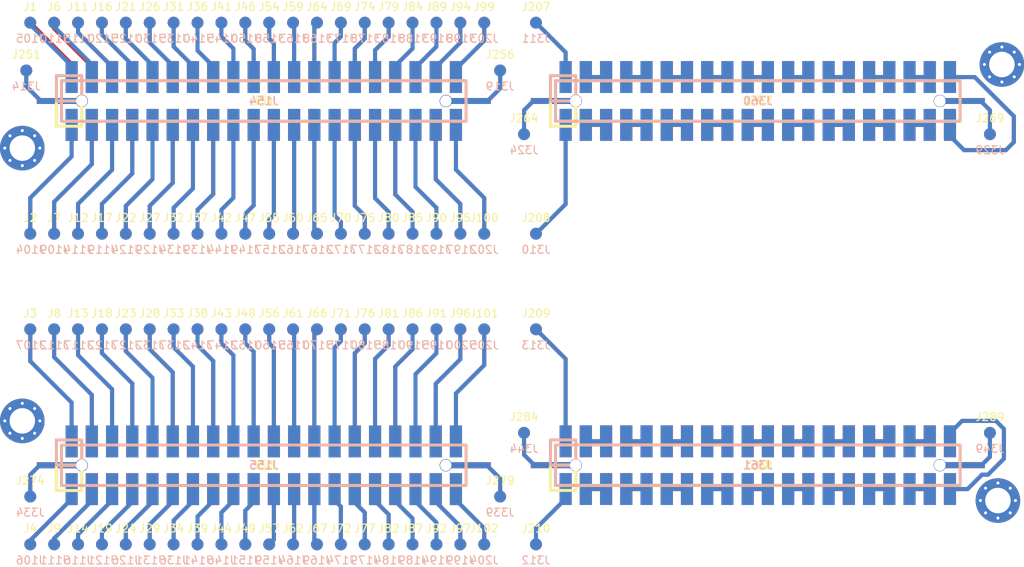
<source format=kicad_pcb>
(kicad_pcb (version 4) (host pcbnew 4.0.6+dfsg1-1)
  (layers (0 F.Cu signal) (31 B.Cu signal) (34 B.Paste user) (35 F.Paste user) (36 B.SilkS user) (37 F.SilkS user) (38 B.Mask user) (39 F.Mask user) (44 Edge.Cuts user))
  (net 0 "")
  (net 1 /VBUS)
  (net 2 "Net-(J2-Pad1)")
  (net 3 "Net-(J3-Pad1)")
  (net 4 "Net-(J4-Pad1)")
  (net 5 /P4_0)
  (net 6 /P0_0)
  (net 7 /ADC0_0)
  (net 8 /P4_10)
  (net 9 /P4_2)
  (net 10 /P1_0)
  (net 11 /P4_3)
  (net 12 /P1_1)
  (net 13 /CLK2)
  (net 14 /P1_2)
  (net 15 /CLK0)
  (net 16 /P2_8)
  (net 17 /P2_6)
  (net 18 /P1_6)
  (net 19 /P1_7)
  (net 20 /P2_5)
  (net 21 /P2_3)
  (net 22 /P2_4)
  (net 23 /P1_10)
  (net 24 /I2C0_SCL)
  (net 25 /P2_1)
  (net 26 /P2_2)
  (net 27 /P3_6)
  (net 28 /P3_3)
  (net 29 /P3_4)
  (net 30 /P6_8)
  (net 31 /P7_1)
  (net 32 /P3_0)
  (net 33 /P1_3)
  (net 34 /P1_20)
  (net 35 /P1_19)
  (net 36 /P1_17)
  (net 37 /P1_15)
  (net 38 /P1_18)
  (net 39 /P5_6)
  (net 40 /P1_14)
  (net 41 /P1_12)
  (net 42 /P1_13)
  (net 43 "Net-(J105-Pad1)")
  (net 44 "Net-(J106-Pad1)")
  (net 45 "Net-(J107-Pad1)")
  (net 46 "Net-(J208-Pad1)")
  (net 47 "Net-(J209-Pad1)")
  (net 48 "Net-(J210-Pad1)")
  (net 49 "Net-(J311-Pad1)")
  (net 50 "Net-(J312-Pad1)")
  (net 51 "Net-(J313-Pad1)")
  (net 52 GND)
  (module Measurement_Points:Measurement_Point_Round-SMD-Pad_Small (layer F.Cu) (at 47 69.5)
    (fp_text reference J18 (at 0 -2) (layer F.SilkS))
    (fp_text value TEST_1P hide)
    (pad 1 smd circle (at 0 0) (size 1.5 1.5) (layers F.Cu F.Mask) (net 12 /P1_1))
  )
  (module Measurement_Points:Measurement_Point_Round-SMD-Pad_Small (layer F.Cu) (at 38 31)
    (fp_text reference J1 (at 0 -2) (layer F.SilkS))
    (fp_text value TEST_1P hide)
    (pad 1 smd circle (at 0 0) (size 1.5 1.5) (layers F.Cu F.Mask) (net 1 /VBUS))
  )
  (module Measurement_Points:Measurement_Point_Round-SMD-Pad_Small (layer F.Cu) (at 38 57.5)
    (fp_text reference J2 (at 0 -2) (layer F.SilkS))
    (fp_text value TEST_1P hide)
    (pad 1 smd circle (at 0 0) (size 1.5 1.5) (layers F.Cu F.Mask) (net 2 "Net-(J2-Pad1)"))
  )
  (module Measurement_Points:Measurement_Point_Round-SMD-Pad_Small (layer F.Cu) (at 38 69.5)
    (fp_text reference J3 (at 0 -2) (layer F.SilkS))
    (fp_text value TEST_1P hide)
    (pad 1 smd circle (at 0 0) (size 1.5 1.5) (layers F.Cu F.Mask) (net 3 "Net-(J3-Pad1)"))
  )
  (module Measurement_Points:Measurement_Point_Round-SMD-Pad_Small (layer F.Cu) (at 38 96.5)
    (fp_text reference J4 (at 0 -2) (layer F.SilkS))
    (fp_text value TEST_1P hide)
    (pad 1 smd circle (at 0 0) (size 1.5 1.5) (layers F.Cu F.Mask) (net 4 "Net-(J4-Pad1)"))
  )
  (module Measurement_Points:Measurement_Point_Round-SMD-Pad_Small (layer F.Cu) (at 41 31)
    (fp_text reference J6 (at 0 -2) (layer F.SilkS))
    (fp_text value TEST_1P hide)
    (pad 1 smd circle (at 0 0) (size 1.5 1.5) (layers F.Cu F.Mask) (net 5 /P4_0))
  )
  (module Measurement_Points:Measurement_Point_Round-SMD-Pad_Small (layer F.Cu) (at 41 57.5)
    (fp_text reference J7 (at 0 -2) (layer F.SilkS))
    (fp_text value TEST_1P hide)
    (pad 1 smd circle (at 0 0) (size 1.5 1.5) (layers F.Cu F.Mask) (net 7 /ADC0_0))
  )
  (module Measurement_Points:Measurement_Point_Round-SMD-Pad_Small (layer F.Cu) (at 41 69.5)
    (fp_text reference J8 (at 0 -2) (layer F.SilkS))
    (fp_text value TEST_1P hide)
    (pad 1 smd circle (at 0 0) (size 1.5 1.5) (layers F.Cu F.Mask) (net 6 /P0_0))
  )
  (module Measurement_Points:Measurement_Point_Round-SMD-Pad_Small (layer F.Cu) (at 41 96.5)
    (fp_text reference J9 (at 0 -2) (layer F.SilkS))
    (fp_text value TEST_1P hide)
    (pad 1 smd circle (at 0 0) (size 1.5 1.5) (layers F.Cu F.Mask) (net 8 /P4_10))
  )
  (module Measurement_Points:Measurement_Point_Round-SMD-Pad_Small (layer F.Cu) (at 44 31)
    (fp_text reference J11 (at 0 -2) (layer F.SilkS))
    (fp_text value TEST_1P hide)
    (pad 1 smd circle (at 0 0) (size 1.5 1.5) (layers F.Cu F.Mask) (net 5 /P4_0))
  )
  (module Measurement_Points:Measurement_Point_Round-SMD-Pad_Small (layer F.Cu) (at 44 57.5)
    (fp_text reference J12 (at 0 -2) (layer F.SilkS))
    (fp_text value TEST_1P hide)
    (pad 1 smd circle (at 0 0) (size 1.5 1.5) (layers F.Cu F.Mask) (net 7 /ADC0_0))
  )
  (module Measurement_Points:Measurement_Point_Round-SMD-Pad_Small (layer F.Cu) (at 44 69.5)
    (fp_text reference J13 (at 0 -2) (layer F.SilkS))
    (fp_text value TEST_1P hide)
    (pad 1 smd circle (at 0 0) (size 1.5 1.5) (layers F.Cu F.Mask) (net 6 /P0_0))
  )
  (module Measurement_Points:Measurement_Point_Round-SMD-Pad_Small (layer F.Cu) (at 44 96.5)
    (fp_text reference J14 (at 0 -2) (layer F.SilkS))
    (fp_text value TEST_1P hide)
    (pad 1 smd circle (at 0 0) (size 1.5 1.5) (layers F.Cu F.Mask) (net 8 /P4_10))
  )
  (module Measurement_Points:Measurement_Point_Round-SMD-Pad_Small (layer F.Cu) (at 47 31)
    (fp_text reference J16 (at 0 -2) (layer F.SilkS))
    (fp_text value TEST_1P hide)
    (pad 1 smd circle (at 0 0) (size 1.5 1.5) (layers F.Cu F.Mask) (net 9 /P4_2))
  )
  (module Measurement_Points:Measurement_Point_Round-SMD-Pad_Small (layer F.Cu) (at 47 57.5)
    (fp_text reference J17 (at 0 -2) (layer F.SilkS))
    (fp_text value TEST_1P hide)
    (pad 1 smd circle (at 0 0) (size 1.5 1.5) (layers F.Cu F.Mask) (net 11 /P4_3))
  )
  (module Measurement_Points:Measurement_Point_Round-SMD-Pad_Small (layer F.Cu) (at 47 96.5)
    (fp_text reference J19 (at 0 -2) (layer F.SilkS))
    (fp_text value TEST_1P hide)
    (pad 1 smd circle (at 0 0) (size 1.5 1.5) (layers F.Cu F.Mask) (net 10 /P1_0))
  )
  (module Measurement_Points:Measurement_Point_Round-SMD-Pad_Small (layer F.Cu) (at 50 31)
    (fp_text reference J21 (at 0 -2) (layer F.SilkS))
    (fp_text value TEST_1P hide)
    (pad 1 smd circle (at 0 0) (size 1.5 1.5) (layers F.Cu F.Mask) (net 9 /P4_2))
  )
  (module Measurement_Points:Measurement_Point_Round-SMD-Pad_Small (layer F.Cu) (at 50 57.5)
    (fp_text reference J22 (at 0 -2) (layer F.SilkS))
    (fp_text value TEST_1P hide)
    (pad 1 smd circle (at 0 0) (size 1.5 1.5) (layers F.Cu F.Mask) (net 11 /P4_3))
  )
  (module Measurement_Points:Measurement_Point_Round-SMD-Pad_Small (layer F.Cu) (at 50 69.5)
    (fp_text reference J23 (at 0 -2) (layer F.SilkS))
    (fp_text value TEST_1P hide)
    (pad 1 smd circle (at 0 0) (size 1.5 1.5) (layers F.Cu F.Mask) (net 12 /P1_1))
  )
  (module Measurement_Points:Measurement_Point_Round-SMD-Pad_Small (layer F.Cu) (at 50 96.5)
    (fp_text reference J24 (at 0 -2) (layer F.SilkS))
    (fp_text value TEST_1P hide)
    (pad 1 smd circle (at 0 0) (size 1.5 1.5) (layers F.Cu F.Mask) (net 10 /P1_0))
  )
  (module Measurement_Points:Measurement_Point_Round-SMD-Pad_Small (layer F.Cu) (at 53 31)
    (fp_text reference J26 (at 0 -2) (layer F.SilkS))
    (fp_text value TEST_1P hide)
    (pad 1 smd circle (at 0 0) (size 1.5 1.5) (layers F.Cu F.Mask) (net 13 /CLK2))
  )
  (module Measurement_Points:Measurement_Point_Round-SMD-Pad_Small (layer F.Cu) (at 53 57.5)
    (fp_text reference J27 (at 0 -2) (layer F.SilkS))
    (fp_text value TEST_1P hide)
    (pad 1 smd circle (at 0 0) (size 1.5 1.5) (layers F.Cu F.Mask) (net 16 /P2_8))
  )
  (module Measurement_Points:Measurement_Point_Round-SMD-Pad_Small (layer F.Cu) (at 53 69.5)
    (fp_text reference J28 (at 0 -2) (layer F.SilkS))
    (fp_text value TEST_1P hide)
    (pad 1 smd circle (at 0 0) (size 1.5 1.5) (layers F.Cu F.Mask) (net 14 /P1_2))
  )
  (module Measurement_Points:Measurement_Point_Round-SMD-Pad_Small (layer F.Cu) (at 53 96.5)
    (fp_text reference J29 (at 0 -2) (layer F.SilkS))
    (fp_text value TEST_1P hide)
    (pad 1 smd circle (at 0 0) (size 1.5 1.5) (layers F.Cu F.Mask) (net 15 /CLK0))
  )
  (module Measurement_Points:Measurement_Point_Round-SMD-Pad_Small (layer F.Cu) (at 56 31)
    (fp_text reference J31 (at 0 -2) (layer F.SilkS))
    (fp_text value TEST_1P hide)
    (pad 1 smd circle (at 0 0) (size 1.5 1.5) (layers F.Cu F.Mask) (net 13 /CLK2))
  )
  (module Measurement_Points:Measurement_Point_Round-SMD-Pad_Small (layer F.Cu) (at 56 57.5)
    (fp_text reference J32 (at 0 -2) (layer F.SilkS))
    (fp_text value TEST_1P hide)
    (pad 1 smd circle (at 0 0) (size 1.5 1.5) (layers F.Cu F.Mask) (net 16 /P2_8))
  )
  (module Measurement_Points:Measurement_Point_Round-SMD-Pad_Small (layer F.Cu) (at 56 69.5)
    (fp_text reference J33 (at 0 -2) (layer F.SilkS))
    (fp_text value TEST_1P hide)
    (pad 1 smd circle (at 0 0) (size 1.5 1.5) (layers F.Cu F.Mask) (net 14 /P1_2))
  )
  (module Measurement_Points:Measurement_Point_Round-SMD-Pad_Small (layer F.Cu) (at 56 96.5)
    (fp_text reference J34 (at 0 -2) (layer F.SilkS))
    (fp_text value TEST_1P hide)
    (pad 1 smd circle (at 0 0) (size 1.5 1.5) (layers F.Cu F.Mask) (net 15 /CLK0))
  )
  (module Measurement_Points:Measurement_Point_Round-SMD-Pad_Small (layer F.Cu) (at 59 31)
    (fp_text reference J36 (at 0 -2) (layer F.SilkS))
    (fp_text value TEST_1P hide)
    (pad 1 smd circle (at 0 0) (size 1.5 1.5) (layers F.Cu F.Mask) (net 20 /P2_5))
  )
  (module Measurement_Points:Measurement_Point_Round-SMD-Pad_Small (layer F.Cu) (at 59 57.5)
    (fp_text reference J37 (at 0 -2) (layer F.SilkS))
    (fp_text value TEST_1P hide)
    (pad 1 smd circle (at 0 0) (size 1.5 1.5) (layers F.Cu F.Mask) (net 17 /P2_6))
  )
  (module Measurement_Points:Measurement_Point_Round-SMD-Pad_Small (layer F.Cu) (at 59 69.5)
    (fp_text reference J38 (at 0 -2) (layer F.SilkS))
    (fp_text value TEST_1P hide)
    (pad 1 smd circle (at 0 0) (size 1.5 1.5) (layers F.Cu F.Mask) (net 18 /P1_6))
  )
  (module Measurement_Points:Measurement_Point_Round-SMD-Pad_Small (layer F.Cu) (at 59 96.5)
    (fp_text reference J39 (at 0 -2) (layer F.SilkS))
    (fp_text value TEST_1P hide)
    (pad 1 smd circle (at 0 0) (size 1.5 1.5) (layers F.Cu F.Mask) (net 19 /P1_7))
  )
  (module Measurement_Points:Measurement_Point_Round-SMD-Pad_Small (layer F.Cu) (at 62 31)
    (fp_text reference J41 (at 0 -2) (layer F.SilkS))
    (fp_text value TEST_1P hide)
    (pad 1 smd circle (at 0 0) (size 1.5 1.5) (layers F.Cu F.Mask) (net 20 /P2_5))
  )
  (module Measurement_Points:Measurement_Point_Round-SMD-Pad_Small (layer F.Cu) (at 62 57.5)
    (fp_text reference J42 (at 0 -2) (layer F.SilkS))
    (fp_text value TEST_1P hide)
    (pad 1 smd circle (at 0 0) (size 1.5 1.5) (layers F.Cu F.Mask) (net 17 /P2_6))
  )
  (module Measurement_Points:Measurement_Point_Round-SMD-Pad_Small (layer F.Cu) (at 62 69.5)
    (fp_text reference J43 (at 0 -2) (layer F.SilkS))
    (fp_text value TEST_1P hide)
    (pad 1 smd circle (at 0 0) (size 1.5 1.5) (layers F.Cu F.Mask) (net 18 /P1_6))
  )
  (module Measurement_Points:Measurement_Point_Round-SMD-Pad_Small (layer F.Cu) (at 62 96.5)
    (fp_text reference J44 (at 0 -2) (layer F.SilkS))
    (fp_text value TEST_1P hide)
    (pad 1 smd circle (at 0 0) (size 1.5 1.5) (layers F.Cu F.Mask) (net 19 /P1_7))
  )
  (module Measurement_Points:Measurement_Point_Round-SMD-Pad_Small (layer F.Cu) (at 65 31)
    (fp_text reference J46 (at 0 -2) (layer F.SilkS))
    (fp_text value TEST_1P hide)
    (pad 1 smd circle (at 0 0) (size 1.5 1.5) (layers F.Cu F.Mask) (net 21 /P2_3))
  )
  (module Measurement_Points:Measurement_Point_Round-SMD-Pad_Small (layer F.Cu) (at 65 57.5)
    (fp_text reference J47 (at 0 -2) (layer F.SilkS))
    (fp_text value TEST_1P hide)
    (pad 1 smd circle (at 0 0) (size 1.5 1.5) (layers F.Cu F.Mask) (net 22 /P2_4))
  )
  (module Measurement_Points:Measurement_Point_Round-SMD-Pad_Small (layer F.Cu) (at 65 69.5)
    (fp_text reference J48 (at 0 -2) (layer F.SilkS))
    (fp_text value TEST_1P hide)
    (pad 1 smd circle (at 0 0) (size 1.5 1.5) (layers F.Cu F.Mask) (net 23 /P1_10))
  )
  (module Measurement_Points:Measurement_Point_Round-SMD-Pad_Small (layer F.Cu) (at 65 96.5)
    (fp_text reference J49 (at 0 -2) (layer F.SilkS))
    (fp_text value TEST_1P hide)
    (pad 1 smd circle (at 0 0) (size 1.5 1.5) (layers F.Cu F.Mask) (net 41 /P1_12))
  )
  (module gsg-modules:HEADER-2x20-LC-SMD (layer F.Cu) (at 67.32 40.83)
    (fp_text reference J51 (at 0 0) (layer F.SilkS) (effects (font (size 1.016 1.016) (thickness 0.2032))))
    (fp_text value NEIGHBOR2_top hide)
    (pad 39 smd rect (at 24.13 3) (size 1.524 4) (layers F.Cu F.Paste F.Mask) (net 24 /I2C0_SCL))
    (pad 40 smd rect (at 24.13 -3) (size 1.524 4) (layers F.Cu F.Paste F.Mask) (net 24 /I2C0_SCL))
    (pad 37 smd rect (at 21.59 3) (size 1.524 4) (layers F.Cu F.Paste F.Mask) (net 25 /P2_1))
    (pad 35 smd rect (at 19.05 3) (size 1.524 4) (layers F.Cu F.Paste F.Mask) (net 25 /P2_1))
    (pad 33 smd rect (at 16.51 3) (size 1.524 4) (layers F.Cu F.Paste F.Mask) (net 26 /P2_2))
    (pad 38 smd rect (at 21.59 -3) (size 1.524 4) (layers F.Cu F.Paste F.Mask) (net 27 /P3_6))
    (pad 36 smd rect (at 19.05 -3) (size 1.524 4) (layers F.Cu F.Paste F.Mask) (net 27 /P3_6))
    (pad 34 smd rect (at 16.51 -3) (size 1.524 4) (layers F.Cu F.Paste F.Mask) (net 28 /P3_3))
    (pad 32 smd rect (at 13.97 -3) (size 1.524 4) (layers F.Cu F.Paste F.Mask) (net 28 /P3_3))
    (pad 30 smd rect (at 11.43 -3) (size 1.524 4) (layers F.Cu F.Paste F.Mask) (net 29 /P3_4))
    (pad 28 smd rect (at 8.89 -3) (size 1.524 4) (layers F.Cu F.Paste F.Mask) (net 29 /P3_4))
    (pad 31 smd rect (at 13.97 3) (size 1.524 4) (layers F.Cu F.Paste F.Mask) (net 26 /P2_2))
    (pad 29 smd rect (at 11.43 3) (size 1.524 4) (layers F.Cu F.Paste F.Mask) (net 30 /P6_8))
    (pad 27 smd rect (at 8.89 3) (size 1.524 4) (layers F.Cu F.Paste F.Mask) (net 30 /P6_8))
    (pad 25 smd rect (at 6.35 3) (size 1.524 4) (layers F.Cu F.Paste F.Mask) (net 31 /P7_1))
    (pad 23 smd rect (at 3.81 3) (size 1.524 4) (layers F.Cu F.Paste F.Mask) (net 31 /P7_1))
    (pad 21 smd rect (at 1.27 3) (size 1.524 4) (layers F.Cu F.Paste F.Mask) (net 22 /P2_4))
    (pad 19 smd rect (at -1.27 3) (size 1.524 4) (layers F.Cu F.Paste F.Mask) (net 22 /P2_4))
    (pad 17 smd rect (at -3.81 3) (size 1.524 4) (layers F.Cu F.Paste F.Mask) (net 17 /P2_6))
    (pad 26 smd rect (at 6.35 -3) (size 1.524 4) (layers F.Cu F.Paste F.Mask) (net 32 /P3_0))
    (pad 24 smd rect (at 3.81 -3) (size 1.524 4) (layers F.Cu F.Paste F.Mask) (net 32 /P3_0))
    (pad 22 smd rect (at 1.27 -3) (size 1.524 4) (layers F.Cu F.Paste F.Mask) (net 21 /P2_3))
    (pad 20 smd rect (at -1.27 -3) (size 1.524 4) (layers F.Cu F.Paste F.Mask) (net 21 /P2_3))
    (pad 18 smd rect (at -3.81 -3) (size 1.524 4) (layers F.Cu F.Paste F.Mask) (net 20 /P2_5))
    (pad 15 smd rect (at -6.35 3) (size 1.524 4) (layers F.Cu F.Paste F.Mask) (net 17 /P2_6))
    (pad 13 smd rect (at -8.89 3) (size 1.524 4) (layers F.Cu F.Paste F.Mask) (net 16 /P2_8))
    (pad 11 smd rect (at -11.43 3) (size 1.524 4) (layers F.Cu F.Paste F.Mask) (net 16 /P2_8))
    (pad 9 smd rect (at -13.97 3) (size 1.524 4) (layers F.Cu F.Paste F.Mask) (net 11 /P4_3))
    (pad 7 smd rect (at -16.51 3) (size 1.524 4) (layers F.Cu F.Paste F.Mask) (net 11 /P4_3))
    (pad 16 smd rect (at -6.35 -3) (size 1.524 4) (layers F.Cu F.Paste F.Mask) (net 20 /P2_5))
    (pad 14 smd rect (at -8.89 -3) (size 1.524 4) (layers F.Cu F.Paste F.Mask) (net 13 /CLK2))
    (pad 12 smd rect (at -11.43 -3) (size 1.524 4) (layers F.Cu F.Paste F.Mask) (net 13 /CLK2))
    (pad 10 smd rect (at -13.97 -3) (size 1.524 4) (layers F.Cu F.Paste F.Mask) (net 9 /P4_2))
    (pad 8 smd rect (at -16.51 -3) (size 1.524 4) (layers F.Cu F.Paste F.Mask) (net 9 /P4_2))
    (pad 6 smd rect (at -19.05 -3) (size 1.524 4) (layers F.Cu F.Paste F.Mask) (net 5 /P4_0))
    (pad 4 smd rect (at -21.59 -3) (size 1.524 4) (layers F.Cu F.Paste F.Mask) (net 5 /P4_0))
    (pad 5 smd rect (at -19.05 3) (size 1.524 4) (layers F.Cu F.Paste F.Mask) (net 7 /ADC0_0))
    (pad 3 smd rect (at -21.59 3) (size 1.524 4) (layers F.Cu F.Paste F.Mask) (net 7 /ADC0_0))
    (pad 1 smd rect (at -24.13 3) (size 1.524 4) (layers F.Cu F.Paste F.Mask) (net 2 "Net-(J2-Pad1)"))
    (pad 2 smd rect (at -24.13 -3) (size 1.524 4) (layers F.Cu F.Paste F.Mask) (net 1 /VBUS))
    (pad mnt thru_hole circle (at -22.86 0) (size 1.524 1.524) (drill 1.4) (layers *.Cu *.Mask))
    (pad mnt thru_hole circle (at 22.86 0) (size 1.524 1.524) (drill 1.4) (layers *.Cu *.Mask))
    (pad 0 smd rect (at 26 0) (size 5 0.75) (layers F.Cu F.Paste F.Mask) (net 52 GND))
    (pad 0 smd rect (at -26 0) (size 5 0.75) (layers F.Cu F.Paste F.Mask) (net 52 GND))
  )
  (module gsg-modules:HEADER-2x20-LC-SMD (layer F.Cu) (at 67.32 86.57)
    (fp_text reference J52 (at 0 0) (layer F.SilkS) (effects (font (size 1.016 1.016) (thickness 0.2032))))
    (fp_text value NEIGHBOR1_top hide)
    (pad 39 smd rect (at 24.13 3) (size 1.524 4) (layers F.Cu F.Paste F.Mask) (net 33 /P1_3))
    (pad 40 smd rect (at 24.13 -3) (size 1.524 4) (layers F.Cu F.Paste F.Mask) (net 33 /P1_3))
    (pad 37 smd rect (at 21.59 3) (size 1.524 4) (layers F.Cu F.Paste F.Mask) (net 34 /P1_20))
    (pad 35 smd rect (at 19.05 3) (size 1.524 4) (layers F.Cu F.Paste F.Mask) (net 34 /P1_20))
    (pad 33 smd rect (at 16.51 3) (size 1.524 4) (layers F.Cu F.Paste F.Mask) (net 38 /P1_18))
    (pad 38 smd rect (at 21.59 -3) (size 1.524 4) (layers F.Cu F.Paste F.Mask) (net 35 /P1_19))
    (pad 36 smd rect (at 19.05 -3) (size 1.524 4) (layers F.Cu F.Paste F.Mask) (net 35 /P1_19))
    (pad 34 smd rect (at 16.51 -3) (size 1.524 4) (layers F.Cu F.Paste F.Mask) (net 36 /P1_17))
    (pad 32 smd rect (at 13.97 -3) (size 1.524 4) (layers F.Cu F.Paste F.Mask) (net 36 /P1_17))
    (pad 30 smd rect (at 11.43 -3) (size 1.524 4) (layers F.Cu F.Paste F.Mask) (net 37 /P1_15))
    (pad 28 smd rect (at 8.89 -3) (size 1.524 4) (layers F.Cu F.Paste F.Mask) (net 37 /P1_15))
    (pad 31 smd rect (at 13.97 3) (size 1.524 4) (layers F.Cu F.Paste F.Mask) (net 38 /P1_18))
    (pad 29 smd rect (at 11.43 3) (size 1.524 4) (layers F.Cu F.Paste F.Mask) (net 39 /P5_6))
    (pad 27 smd rect (at 8.89 3) (size 1.524 4) (layers F.Cu F.Paste F.Mask) (net 39 /P5_6))
    (pad 25 smd rect (at 6.35 3) (size 1.524 4) (layers F.Cu F.Paste F.Mask) (net 40 /P1_14))
    (pad 23 smd rect (at 3.81 3) (size 1.524 4) (layers F.Cu F.Paste F.Mask) (net 40 /P1_14))
    (pad 21 smd rect (at 1.27 3) (size 1.524 4) (layers F.Cu F.Paste F.Mask) (net 41 /P1_12))
    (pad 19 smd rect (at -1.27 3) (size 1.524 4) (layers F.Cu F.Paste F.Mask) (net 41 /P1_12))
    (pad 17 smd rect (at -3.81 3) (size 1.524 4) (layers F.Cu F.Paste F.Mask) (net 19 /P1_7))
    (pad 26 smd rect (at 6.35 -3) (size 1.524 4) (layers F.Cu F.Paste F.Mask) (net 42 /P1_13))
    (pad 24 smd rect (at 3.81 -3) (size 1.524 4) (layers F.Cu F.Paste F.Mask) (net 42 /P1_13))
    (pad 22 smd rect (at 1.27 -3) (size 1.524 4) (layers F.Cu F.Paste F.Mask) (net 23 /P1_10))
    (pad 20 smd rect (at -1.27 -3) (size 1.524 4) (layers F.Cu F.Paste F.Mask) (net 23 /P1_10))
    (pad 18 smd rect (at -3.81 -3) (size 1.524 4) (layers F.Cu F.Paste F.Mask) (net 18 /P1_6))
    (pad 15 smd rect (at -6.35 3) (size 1.524 4) (layers F.Cu F.Paste F.Mask) (net 19 /P1_7))
    (pad 13 smd rect (at -8.89 3) (size 1.524 4) (layers F.Cu F.Paste F.Mask) (net 15 /CLK0))
    (pad 11 smd rect (at -11.43 3) (size 1.524 4) (layers F.Cu F.Paste F.Mask) (net 15 /CLK0))
    (pad 9 smd rect (at -13.97 3) (size 1.524 4) (layers F.Cu F.Paste F.Mask) (net 10 /P1_0))
    (pad 7 smd rect (at -16.51 3) (size 1.524 4) (layers F.Cu F.Paste F.Mask) (net 10 /P1_0))
    (pad 16 smd rect (at -6.35 -3) (size 1.524 4) (layers F.Cu F.Paste F.Mask) (net 18 /P1_6))
    (pad 14 smd rect (at -8.89 -3) (size 1.524 4) (layers F.Cu F.Paste F.Mask) (net 14 /P1_2))
    (pad 12 smd rect (at -11.43 -3) (size 1.524 4) (layers F.Cu F.Paste F.Mask) (net 14 /P1_2))
    (pad 10 smd rect (at -13.97 -3) (size 1.524 4) (layers F.Cu F.Paste F.Mask) (net 12 /P1_1))
    (pad 8 smd rect (at -16.51 -3) (size 1.524 4) (layers F.Cu F.Paste F.Mask) (net 12 /P1_1))
    (pad 6 smd rect (at -19.05 -3) (size 1.524 4) (layers F.Cu F.Paste F.Mask) (net 6 /P0_0))
    (pad 4 smd rect (at -21.59 -3) (size 1.524 4) (layers F.Cu F.Paste F.Mask) (net 6 /P0_0))
    (pad 5 smd rect (at -19.05 3) (size 1.524 4) (layers F.Cu F.Paste F.Mask) (net 8 /P4_10))
    (pad 3 smd rect (at -21.59 3) (size 1.524 4) (layers F.Cu F.Paste F.Mask) (net 8 /P4_10))
    (pad 1 smd rect (at -24.13 3) (size 1.524 4) (layers F.Cu F.Paste F.Mask) (net 4 "Net-(J4-Pad1)"))
    (pad 2 smd rect (at -24.13 -3) (size 1.524 4) (layers F.Cu F.Paste F.Mask) (net 3 "Net-(J3-Pad1)"))
    (pad mnt thru_hole circle (at -22.86 0) (size 1.524 1.524) (drill 1.4) (layers *.Cu *.Mask))
    (pad mnt thru_hole circle (at 22.86 0) (size 1.524 1.524) (drill 1.4) (layers *.Cu *.Mask))
    (pad 0 smd rect (at 26 0) (size 5 0.75) (layers F.Cu F.Paste F.Mask) (net 52 GND))
    (pad 0 smd rect (at -26 0) (size 5 0.75) (layers F.Cu F.Paste F.Mask) (net 52 GND))
  )
  (module Measurement_Points:Measurement_Point_Round-SMD-Pad_Small (layer F.Cu) (at 68 31)
    (fp_text reference J54 (at 0 -2) (layer F.SilkS))
    (fp_text value TEST_1P hide)
    (pad 1 smd circle (at 0 0) (size 1.5 1.5) (layers F.Cu F.Mask) (net 21 /P2_3))
  )
  (module Measurement_Points:Measurement_Point_Round-SMD-Pad_Small (layer F.Cu) (at 68 57.5)
    (fp_text reference J55 (at 0 -2) (layer F.SilkS))
    (fp_text value TEST_1P hide)
    (pad 1 smd circle (at 0 0) (size 1.5 1.5) (layers F.Cu F.Mask) (net 22 /P2_4))
  )
  (module Measurement_Points:Measurement_Point_Round-SMD-Pad_Small (layer F.Cu) (at 68 69.5)
    (fp_text reference J56 (at 0 -2) (layer F.SilkS))
    (fp_text value TEST_1P hide)
    (pad 1 smd circle (at 0 0) (size 1.5 1.5) (layers F.Cu F.Mask) (net 23 /P1_10))
  )
  (module Measurement_Points:Measurement_Point_Round-SMD-Pad_Small (layer F.Cu) (at 68 96.5)
    (fp_text reference J57 (at 0 -2) (layer F.SilkS))
    (fp_text value TEST_1P hide)
    (pad 1 smd circle (at 0 0) (size 1.5 1.5) (layers F.Cu F.Mask) (net 41 /P1_12))
  )
  (module Measurement_Points:Measurement_Point_Round-SMD-Pad_Small (layer F.Cu) (at 71 31)
    (fp_text reference J59 (at 0 -2) (layer F.SilkS))
    (fp_text value TEST_1P hide)
    (pad 1 smd circle (at 0 0) (size 1.5 1.5) (layers F.Cu F.Mask) (net 32 /P3_0))
  )
  (module Measurement_Points:Measurement_Point_Round-SMD-Pad_Small (layer F.Cu) (at 71 57.5)
    (fp_text reference J60 (at 0 -2) (layer F.SilkS))
    (fp_text value TEST_1P hide)
    (pad 1 smd circle (at 0 0) (size 1.5 1.5) (layers F.Cu F.Mask) (net 31 /P7_1))
  )
  (module Measurement_Points:Measurement_Point_Round-SMD-Pad_Small (layer F.Cu) (at 71 69.5)
    (fp_text reference J61 (at 0 -2) (layer F.SilkS))
    (fp_text value TEST_1P hide)
    (pad 1 smd circle (at 0 0) (size 1.5 1.5) (layers F.Cu F.Mask) (net 42 /P1_13))
  )
  (module Measurement_Points:Measurement_Point_Round-SMD-Pad_Small (layer F.Cu) (at 71 96.5)
    (fp_text reference J62 (at 0 -2) (layer F.SilkS))
    (fp_text value TEST_1P hide)
    (pad 1 smd circle (at 0 0) (size 1.5 1.5) (layers F.Cu F.Mask) (net 40 /P1_14))
  )
  (module Measurement_Points:Measurement_Point_Round-SMD-Pad_Small (layer F.Cu) (at 74 31)
    (fp_text reference J64 (at 0 -2) (layer F.SilkS))
    (fp_text value TEST_1P hide)
    (pad 1 smd circle (at 0 0) (size 1.5 1.5) (layers F.Cu F.Mask) (net 32 /P3_0))
  )
  (module Measurement_Points:Measurement_Point_Round-SMD-Pad_Small (layer F.Cu) (at 74 57.5)
    (fp_text reference J65 (at 0 -2) (layer F.SilkS))
    (fp_text value TEST_1P hide)
    (pad 1 smd circle (at 0 0) (size 1.5 1.5) (layers F.Cu F.Mask) (net 31 /P7_1))
  )
  (module Measurement_Points:Measurement_Point_Round-SMD-Pad_Small (layer F.Cu) (at 74 69.5)
    (fp_text reference J66 (at 0 -2) (layer F.SilkS))
    (fp_text value TEST_1P hide)
    (pad 1 smd circle (at 0 0) (size 1.5 1.5) (layers F.Cu F.Mask) (net 42 /P1_13))
  )
  (module Measurement_Points:Measurement_Point_Round-SMD-Pad_Small (layer F.Cu) (at 74 96.5)
    (fp_text reference J67 (at 0 -2) (layer F.SilkS))
    (fp_text value TEST_1P hide)
    (pad 1 smd circle (at 0 0) (size 1.5 1.5) (layers F.Cu F.Mask) (net 40 /P1_14))
  )
  (module Measurement_Points:Measurement_Point_Round-SMD-Pad_Small (layer F.Cu) (at 77 31)
    (fp_text reference J69 (at 0 -2) (layer F.SilkS))
    (fp_text value TEST_1P hide)
    (pad 1 smd circle (at 0 0) (size 1.5 1.5) (layers F.Cu F.Mask) (net 29 /P3_4))
  )
  (module Measurement_Points:Measurement_Point_Round-SMD-Pad_Small (layer F.Cu) (at 77 57.5)
    (fp_text reference J70 (at 0 -2) (layer F.SilkS))
    (fp_text value TEST_1P hide)
    (pad 1 smd circle (at 0 0) (size 1.5 1.5) (layers F.Cu F.Mask) (net 30 /P6_8))
  )
  (module Measurement_Points:Measurement_Point_Round-SMD-Pad_Small (layer F.Cu) (at 77 69.5)
    (fp_text reference J71 (at 0 -2) (layer F.SilkS))
    (fp_text value TEST_1P hide)
    (pad 1 smd circle (at 0 0) (size 1.5 1.5) (layers F.Cu F.Mask) (net 37 /P1_15))
  )
  (module Measurement_Points:Measurement_Point_Round-SMD-Pad_Small (layer F.Cu) (at 77 96.5)
    (fp_text reference J72 (at 0 -2) (layer F.SilkS))
    (fp_text value TEST_1P hide)
    (pad 1 smd circle (at 0 0) (size 1.5 1.5) (layers F.Cu F.Mask) (net 39 /P5_6))
  )
  (module Measurement_Points:Measurement_Point_Round-SMD-Pad_Small (layer F.Cu) (at 80 31)
    (fp_text reference J74 (at 0 -2) (layer F.SilkS))
    (fp_text value TEST_1P hide)
    (pad 1 smd circle (at 0 0) (size 1.5 1.5) (layers F.Cu F.Mask) (net 29 /P3_4))
  )
  (module Measurement_Points:Measurement_Point_Round-SMD-Pad_Small (layer F.Cu) (at 80 57.5)
    (fp_text reference J75 (at 0 -2) (layer F.SilkS))
    (fp_text value TEST_1P hide)
    (pad 1 smd circle (at 0 0) (size 1.5 1.5) (layers F.Cu F.Mask) (net 30 /P6_8))
  )
  (module Measurement_Points:Measurement_Point_Round-SMD-Pad_Small (layer F.Cu) (at 80 69.5)
    (fp_text reference J76 (at 0 -2) (layer F.SilkS))
    (fp_text value TEST_1P hide)
    (pad 1 smd circle (at 0 0) (size 1.5 1.5) (layers F.Cu F.Mask) (net 37 /P1_15))
  )
  (module Measurement_Points:Measurement_Point_Round-SMD-Pad_Small (layer F.Cu) (at 80 96.5)
    (fp_text reference J77 (at 0 -2) (layer F.SilkS))
    (fp_text value TEST_1P hide)
    (pad 1 smd circle (at 0 0) (size 1.5 1.5) (layers F.Cu F.Mask) (net 39 /P5_6))
  )
  (module Measurement_Points:Measurement_Point_Round-SMD-Pad_Small (layer F.Cu) (at 83 31)
    (fp_text reference J79 (at 0 -2) (layer F.SilkS))
    (fp_text value TEST_1P hide)
    (pad 1 smd circle (at 0 0) (size 1.5 1.5) (layers F.Cu F.Mask) (net 28 /P3_3))
  )
  (module Measurement_Points:Measurement_Point_Round-SMD-Pad_Small (layer F.Cu) (at 83 57.5)
    (fp_text reference J80 (at 0 -2) (layer F.SilkS))
    (fp_text value TEST_1P hide)
    (pad 1 smd circle (at 0 0) (size 1.5 1.5) (layers F.Cu F.Mask) (net 26 /P2_2))
  )
  (module Measurement_Points:Measurement_Point_Round-SMD-Pad_Small (layer F.Cu) (at 83 69.5)
    (fp_text reference J81 (at 0 -2) (layer F.SilkS))
    (fp_text value TEST_1P hide)
    (pad 1 smd circle (at 0 0) (size 1.5 1.5) (layers F.Cu F.Mask) (net 36 /P1_17))
  )
  (module Measurement_Points:Measurement_Point_Round-SMD-Pad_Small (layer F.Cu) (at 83 96.5)
    (fp_text reference J82 (at 0 -2) (layer F.SilkS))
    (fp_text value TEST_1P hide)
    (pad 1 smd circle (at 0 0) (size 1.5 1.5) (layers F.Cu F.Mask) (net 38 /P1_18))
  )
  (module Measurement_Points:Measurement_Point_Round-SMD-Pad_Small (layer F.Cu) (at 86 31)
    (fp_text reference J84 (at 0 -2) (layer F.SilkS))
    (fp_text value TEST_1P hide)
    (pad 1 smd circle (at 0 0) (size 1.5 1.5) (layers F.Cu F.Mask) (net 28 /P3_3))
  )
  (module Measurement_Points:Measurement_Point_Round-SMD-Pad_Small (layer F.Cu) (at 86 57.5)
    (fp_text reference J85 (at 0 -2) (layer F.SilkS))
    (fp_text value TEST_1P hide)
    (pad 1 smd circle (at 0 0) (size 1.5 1.5) (layers F.Cu F.Mask) (net 26 /P2_2))
  )
  (module Measurement_Points:Measurement_Point_Round-SMD-Pad_Small (layer F.Cu) (at 86 69.5)
    (fp_text reference J86 (at 0 -2) (layer F.SilkS))
    (fp_text value TEST_1P hide)
    (pad 1 smd circle (at 0 0) (size 1.5 1.5) (layers F.Cu F.Mask) (net 36 /P1_17))
  )
  (module Measurement_Points:Measurement_Point_Round-SMD-Pad_Small (layer F.Cu) (at 86 96.5)
    (fp_text reference J87 (at 0 -2) (layer F.SilkS))
    (fp_text value TEST_1P hide)
    (pad 1 smd circle (at 0 0) (size 1.5 1.5) (layers F.Cu F.Mask) (net 38 /P1_18))
  )
  (module Measurement_Points:Measurement_Point_Round-SMD-Pad_Small (layer F.Cu) (at 89 31)
    (fp_text reference J89 (at 0 -2) (layer F.SilkS))
    (fp_text value TEST_1P hide)
    (pad 1 smd circle (at 0 0) (size 1.5 1.5) (layers F.Cu F.Mask) (net 27 /P3_6))
  )
  (module Measurement_Points:Measurement_Point_Round-SMD-Pad_Small (layer F.Cu) (at 89 57.5)
    (fp_text reference J90 (at 0 -2) (layer F.SilkS))
    (fp_text value TEST_1P hide)
    (pad 1 smd circle (at 0 0) (size 1.5 1.5) (layers F.Cu F.Mask) (net 25 /P2_1))
  )
  (module Measurement_Points:Measurement_Point_Round-SMD-Pad_Small (layer F.Cu) (at 89 69.5)
    (fp_text reference J91 (at 0 -2) (layer F.SilkS))
    (fp_text value TEST_1P hide)
    (pad 1 smd circle (at 0 0) (size 1.5 1.5) (layers F.Cu F.Mask) (net 35 /P1_19))
  )
  (module Measurement_Points:Measurement_Point_Round-SMD-Pad_Small (layer F.Cu) (at 89 96.5)
    (fp_text reference J92 (at 0 -2) (layer F.SilkS))
    (fp_text value TEST_1P hide)
    (pad 1 smd circle (at 0 0) (size 1.5 1.5) (layers F.Cu F.Mask) (net 34 /P1_20))
  )
  (module Measurement_Points:Measurement_Point_Round-SMD-Pad_Small (layer F.Cu) (at 92 31)
    (fp_text reference J94 (at 0 -2) (layer F.SilkS))
    (fp_text value TEST_1P hide)
    (pad 1 smd circle (at 0 0) (size 1.5 1.5) (layers F.Cu F.Mask) (net 27 /P3_6))
  )
  (module Measurement_Points:Measurement_Point_Round-SMD-Pad_Small (layer F.Cu) (at 92 57.5)
    (fp_text reference J95 (at 0 -2) (layer F.SilkS))
    (fp_text value TEST_1P hide)
    (pad 1 smd circle (at 0 0) (size 1.5 1.5) (layers F.Cu F.Mask) (net 25 /P2_1))
  )
  (module Measurement_Points:Measurement_Point_Round-SMD-Pad_Small (layer F.Cu) (at 92 69.5)
    (fp_text reference J96 (at 0 -2) (layer F.SilkS))
    (fp_text value TEST_1P hide)
    (pad 1 smd circle (at 0 0) (size 1.5 1.5) (layers F.Cu F.Mask) (net 35 /P1_19))
  )
  (module Measurement_Points:Measurement_Point_Round-SMD-Pad_Small (layer F.Cu) (at 92 96.5)
    (fp_text reference J97 (at 0 -2) (layer F.SilkS))
    (fp_text value TEST_1P hide)
    (pad 1 smd circle (at 0 0) (size 1.5 1.5) (layers F.Cu F.Mask) (net 34 /P1_20))
  )
  (module Measurement_Points:Measurement_Point_Round-SMD-Pad_Small (layer F.Cu) (at 95 31)
    (fp_text reference J99 (at 0 -2) (layer F.SilkS))
    (fp_text value TEST_1P hide)
    (pad 1 smd circle (at 0 0) (size 1.5 1.5) (layers F.Cu F.Mask) (net 24 /I2C0_SCL))
  )
  (module Measurement_Points:Measurement_Point_Round-SMD-Pad_Small (layer F.Cu) (at 95 57.5)
    (fp_text reference J100 (at 0 -2) (layer F.SilkS))
    (fp_text value TEST_1P hide)
    (pad 1 smd circle (at 0 0) (size 1.5 1.5) (layers F.Cu F.Mask) (net 24 /I2C0_SCL))
  )
  (module Measurement_Points:Measurement_Point_Round-SMD-Pad_Small (layer F.Cu) (at 95 69.5)
    (fp_text reference J101 (at 0 -2) (layer F.SilkS))
    (fp_text value TEST_1P hide)
    (pad 1 smd circle (at 0 0) (size 1.5 1.5) (layers F.Cu F.Mask) (net 33 /P1_3))
  )
  (module Measurement_Points:Measurement_Point_Round-SMD-Pad_Small (layer F.Cu) (at 95 96.5)
    (fp_text reference J102 (at 0 -2) (layer F.SilkS))
    (fp_text value TEST_1P hide)
    (pad 1 smd circle (at 0 0) (size 1.5 1.5) (layers F.Cu F.Mask) (net 33 /P1_3))
  )
  (module Measurement_Points:Measurement_Point_Round-SMD-Pad_Small (layer B.Cu) (at 38 57.5)
    (fp_text reference J104 (at 0 2) (layer B.SilkS) (effects (justify mirror)))
    (fp_text value TEST_1P hide)
    (pad 1 smd circle (at 0 0) (size 1.5 1.5) (layers B.Cu B.Mask) (net 1 /VBUS))
  )
  (module Measurement_Points:Measurement_Point_Round-SMD-Pad_Small (layer B.Cu) (at 38 31)
    (fp_text reference J105 (at 0 2) (layer B.SilkS) (effects (justify mirror)))
    (fp_text value TEST_1P hide)
    (pad 1 smd circle (at 0 0) (size 1.5 1.5) (layers B.Cu B.Mask) (net 43 "Net-(J105-Pad1)"))
  )
  (module Measurement_Points:Measurement_Point_Round-SMD-Pad_Small (layer B.Cu) (at 38 96.5)
    (fp_text reference J106 (at 0 2) (layer B.SilkS) (effects (justify mirror)))
    (fp_text value TEST_1P hide)
    (pad 1 smd circle (at 0 0) (size 1.5 1.5) (layers B.Cu B.Mask) (net 44 "Net-(J106-Pad1)"))
  )
  (module Measurement_Points:Measurement_Point_Round-SMD-Pad_Small (layer B.Cu) (at 38 69.5)
    (fp_text reference J107 (at 0 2) (layer B.SilkS) (effects (justify mirror)))
    (fp_text value TEST_1P hide)
    (pad 1 smd circle (at 0 0) (size 1.5 1.5) (layers B.Cu B.Mask) (net 45 "Net-(J107-Pad1)"))
  )
  (module Measurement_Points:Measurement_Point_Round-SMD-Pad_Small (layer B.Cu) (at 41 57.5)
    (fp_text reference J109 (at 0 2) (layer B.SilkS) (effects (justify mirror)))
    (fp_text value TEST_1P hide)
    (pad 1 smd circle (at 0 0) (size 1.5 1.5) (layers B.Cu B.Mask) (net 5 /P4_0))
  )
  (module Measurement_Points:Measurement_Point_Round-SMD-Pad_Small (layer B.Cu) (at 41 31)
    (fp_text reference J110 (at 0 2) (layer B.SilkS) (effects (justify mirror)))
    (fp_text value TEST_1P hide)
    (pad 1 smd circle (at 0 0) (size 1.5 1.5) (layers B.Cu B.Mask) (net 7 /ADC0_0))
  )
  (module Measurement_Points:Measurement_Point_Round-SMD-Pad_Small (layer B.Cu) (at 41 96.5)
    (fp_text reference J111 (at 0 2) (layer B.SilkS) (effects (justify mirror)))
    (fp_text value TEST_1P hide)
    (pad 1 smd circle (at 0 0) (size 1.5 1.5) (layers B.Cu B.Mask) (net 6 /P0_0))
  )
  (module Measurement_Points:Measurement_Point_Round-SMD-Pad_Small (layer B.Cu) (at 41 69.5)
    (fp_text reference J112 (at 0 2) (layer B.SilkS) (effects (justify mirror)))
    (fp_text value TEST_1P hide)
    (pad 1 smd circle (at 0 0) (size 1.5 1.5) (layers B.Cu B.Mask) (net 8 /P4_10))
  )
  (module Measurement_Points:Measurement_Point_Round-SMD-Pad_Small (layer B.Cu) (at 44 57.5)
    (fp_text reference J114 (at 0 2) (layer B.SilkS) (effects (justify mirror)))
    (fp_text value TEST_1P hide)
    (pad 1 smd circle (at 0 0) (size 1.5 1.5) (layers B.Cu B.Mask) (net 5 /P4_0))
  )
  (module Measurement_Points:Measurement_Point_Round-SMD-Pad_Small (layer B.Cu) (at 44 31)
    (fp_text reference J115 (at 0 2) (layer B.SilkS) (effects (justify mirror)))
    (fp_text value TEST_1P hide)
    (pad 1 smd circle (at 0 0) (size 1.5 1.5) (layers B.Cu B.Mask) (net 7 /ADC0_0))
  )
  (module Measurement_Points:Measurement_Point_Round-SMD-Pad_Small (layer B.Cu) (at 44 96.5)
    (fp_text reference J116 (at 0 2) (layer B.SilkS) (effects (justify mirror)))
    (fp_text value TEST_1P hide)
    (pad 1 smd circle (at 0 0) (size 1.5 1.5) (layers B.Cu B.Mask) (net 6 /P0_0))
  )
  (module Measurement_Points:Measurement_Point_Round-SMD-Pad_Small (layer B.Cu) (at 44 69.5)
    (fp_text reference J117 (at 0 2) (layer B.SilkS) (effects (justify mirror)))
    (fp_text value TEST_1P hide)
    (pad 1 smd circle (at 0 0) (size 1.5 1.5) (layers B.Cu B.Mask) (net 8 /P4_10))
  )
  (module Measurement_Points:Measurement_Point_Round-SMD-Pad_Small (layer B.Cu) (at 47 57.5)
    (fp_text reference J119 (at 0 2) (layer B.SilkS) (effects (justify mirror)))
    (fp_text value TEST_1P hide)
    (pad 1 smd circle (at 0 0) (size 1.5 1.5) (layers B.Cu B.Mask) (net 9 /P4_2))
  )
  (module Measurement_Points:Measurement_Point_Round-SMD-Pad_Small (layer B.Cu) (at 47 31)
    (fp_text reference J120 (at 0 2) (layer B.SilkS) (effects (justify mirror)))
    (fp_text value TEST_1P hide)
    (pad 1 smd circle (at 0 0) (size 1.5 1.5) (layers B.Cu B.Mask) (net 11 /P4_3))
  )
  (module Measurement_Points:Measurement_Point_Round-SMD-Pad_Small (layer B.Cu) (at 47 96.5)
    (fp_text reference J121 (at 0 2) (layer B.SilkS) (effects (justify mirror)))
    (fp_text value TEST_1P hide)
    (pad 1 smd circle (at 0 0) (size 1.5 1.5) (layers B.Cu B.Mask) (net 12 /P1_1))
  )
  (module Measurement_Points:Measurement_Point_Round-SMD-Pad_Small (layer B.Cu) (at 47 69.5)
    (fp_text reference J122 (at 0 2) (layer B.SilkS) (effects (justify mirror)))
    (fp_text value TEST_1P hide)
    (pad 1 smd circle (at 0 0) (size 1.5 1.5) (layers B.Cu B.Mask) (net 10 /P1_0))
  )
  (module Measurement_Points:Measurement_Point_Round-SMD-Pad_Small (layer B.Cu) (at 50 57.5)
    (fp_text reference J124 (at 0 2) (layer B.SilkS) (effects (justify mirror)))
    (fp_text value TEST_1P hide)
    (pad 1 smd circle (at 0 0) (size 1.5 1.5) (layers B.Cu B.Mask) (net 9 /P4_2))
  )
  (module Measurement_Points:Measurement_Point_Round-SMD-Pad_Small (layer B.Cu) (at 50 31)
    (fp_text reference J125 (at 0 2) (layer B.SilkS) (effects (justify mirror)))
    (fp_text value TEST_1P hide)
    (pad 1 smd circle (at 0 0) (size 1.5 1.5) (layers B.Cu B.Mask) (net 11 /P4_3))
  )
  (module Measurement_Points:Measurement_Point_Round-SMD-Pad_Small (layer B.Cu) (at 50 96.5)
    (fp_text reference J126 (at 0 2) (layer B.SilkS) (effects (justify mirror)))
    (fp_text value TEST_1P hide)
    (pad 1 smd circle (at 0 0) (size 1.5 1.5) (layers B.Cu B.Mask) (net 12 /P1_1))
  )
  (module Measurement_Points:Measurement_Point_Round-SMD-Pad_Small (layer B.Cu) (at 50 69.5)
    (fp_text reference J127 (at 0 2) (layer B.SilkS) (effects (justify mirror)))
    (fp_text value TEST_1P hide)
    (pad 1 smd circle (at 0 0) (size 1.5 1.5) (layers B.Cu B.Mask) (net 10 /P1_0))
  )
  (module Measurement_Points:Measurement_Point_Round-SMD-Pad_Small (layer B.Cu) (at 53 57.5)
    (fp_text reference J129 (at 0 2) (layer B.SilkS) (effects (justify mirror)))
    (fp_text value TEST_1P hide)
    (pad 1 smd circle (at 0 0) (size 1.5 1.5) (layers B.Cu B.Mask) (net 13 /CLK2))
  )
  (module Measurement_Points:Measurement_Point_Round-SMD-Pad_Small (layer B.Cu) (at 53 31)
    (fp_text reference J130 (at 0 2) (layer B.SilkS) (effects (justify mirror)))
    (fp_text value TEST_1P hide)
    (pad 1 smd circle (at 0 0) (size 1.5 1.5) (layers B.Cu B.Mask) (net 16 /P2_8))
  )
  (module Measurement_Points:Measurement_Point_Round-SMD-Pad_Small (layer B.Cu) (at 53 96.5)
    (fp_text reference J131 (at 0 2) (layer B.SilkS) (effects (justify mirror)))
    (fp_text value TEST_1P hide)
    (pad 1 smd circle (at 0 0) (size 1.5 1.5) (layers B.Cu B.Mask) (net 14 /P1_2))
  )
  (module Measurement_Points:Measurement_Point_Round-SMD-Pad_Small (layer B.Cu) (at 53 69.5)
    (fp_text reference J132 (at 0 2) (layer B.SilkS) (effects (justify mirror)))
    (fp_text value TEST_1P hide)
    (pad 1 smd circle (at 0 0) (size 1.5 1.5) (layers B.Cu B.Mask) (net 15 /CLK0))
  )
  (module Measurement_Points:Measurement_Point_Round-SMD-Pad_Small (layer B.Cu) (at 56 57.5)
    (fp_text reference J134 (at 0 2) (layer B.SilkS) (effects (justify mirror)))
    (fp_text value TEST_1P hide)
    (pad 1 smd circle (at 0 0) (size 1.5 1.5) (layers B.Cu B.Mask) (net 13 /CLK2))
  )
  (module Measurement_Points:Measurement_Point_Round-SMD-Pad_Small (layer B.Cu) (at 56 31)
    (fp_text reference J135 (at 0 2) (layer B.SilkS) (effects (justify mirror)))
    (fp_text value TEST_1P hide)
    (pad 1 smd circle (at 0 0) (size 1.5 1.5) (layers B.Cu B.Mask) (net 16 /P2_8))
  )
  (module Measurement_Points:Measurement_Point_Round-SMD-Pad_Small (layer B.Cu) (at 56 96.5)
    (fp_text reference J136 (at 0 2) (layer B.SilkS) (effects (justify mirror)))
    (fp_text value TEST_1P hide)
    (pad 1 smd circle (at 0 0) (size 1.5 1.5) (layers B.Cu B.Mask) (net 14 /P1_2))
  )
  (module Measurement_Points:Measurement_Point_Round-SMD-Pad_Small (layer B.Cu) (at 56 69.5)
    (fp_text reference J137 (at 0 2) (layer B.SilkS) (effects (justify mirror)))
    (fp_text value TEST_1P hide)
    (pad 1 smd circle (at 0 0) (size 1.5 1.5) (layers B.Cu B.Mask) (net 15 /CLK0))
  )
  (module Measurement_Points:Measurement_Point_Round-SMD-Pad_Small (layer B.Cu) (at 59 57.5)
    (fp_text reference J139 (at 0 2) (layer B.SilkS) (effects (justify mirror)))
    (fp_text value TEST_1P hide)
    (pad 1 smd circle (at 0 0) (size 1.5 1.5) (layers B.Cu B.Mask) (net 20 /P2_5))
  )
  (module Measurement_Points:Measurement_Point_Round-SMD-Pad_Small (layer B.Cu) (at 59 31)
    (fp_text reference J140 (at 0 2) (layer B.SilkS) (effects (justify mirror)))
    (fp_text value TEST_1P hide)
    (pad 1 smd circle (at 0 0) (size 1.5 1.5) (layers B.Cu B.Mask) (net 17 /P2_6))
  )
  (module Measurement_Points:Measurement_Point_Round-SMD-Pad_Small (layer B.Cu) (at 59 96.5)
    (fp_text reference J141 (at 0 2) (layer B.SilkS) (effects (justify mirror)))
    (fp_text value TEST_1P hide)
    (pad 1 smd circle (at 0 0) (size 1.5 1.5) (layers B.Cu B.Mask) (net 18 /P1_6))
  )
  (module Measurement_Points:Measurement_Point_Round-SMD-Pad_Small (layer B.Cu) (at 59 69.5)
    (fp_text reference J142 (at 0 2) (layer B.SilkS) (effects (justify mirror)))
    (fp_text value TEST_1P hide)
    (pad 1 smd circle (at 0 0) (size 1.5 1.5) (layers B.Cu B.Mask) (net 19 /P1_7))
  )
  (module Measurement_Points:Measurement_Point_Round-SMD-Pad_Small (layer B.Cu) (at 62 57.5)
    (fp_text reference J144 (at 0 2) (layer B.SilkS) (effects (justify mirror)))
    (fp_text value TEST_1P hide)
    (pad 1 smd circle (at 0 0) (size 1.5 1.5) (layers B.Cu B.Mask) (net 20 /P2_5))
  )
  (module Measurement_Points:Measurement_Point_Round-SMD-Pad_Small (layer B.Cu) (at 62 31)
    (fp_text reference J145 (at 0 2) (layer B.SilkS) (effects (justify mirror)))
    (fp_text value TEST_1P hide)
    (pad 1 smd circle (at 0 0) (size 1.5 1.5) (layers B.Cu B.Mask) (net 17 /P2_6))
  )
  (module Measurement_Points:Measurement_Point_Round-SMD-Pad_Small (layer B.Cu) (at 62 96.5)
    (fp_text reference J146 (at 0 2) (layer B.SilkS) (effects (justify mirror)))
    (fp_text value TEST_1P hide)
    (pad 1 smd circle (at 0 0) (size 1.5 1.5) (layers B.Cu B.Mask) (net 18 /P1_6))
  )
  (module Measurement_Points:Measurement_Point_Round-SMD-Pad_Small (layer B.Cu) (at 62 69.5)
    (fp_text reference J147 (at 0 2) (layer B.SilkS) (effects (justify mirror)))
    (fp_text value TEST_1P hide)
    (pad 1 smd circle (at 0 0) (size 1.5 1.5) (layers B.Cu B.Mask) (net 19 /P1_7))
  )
  (module Measurement_Points:Measurement_Point_Round-SMD-Pad_Small (layer B.Cu) (at 65 57.5)
    (fp_text reference J149 (at 0 2) (layer B.SilkS) (effects (justify mirror)))
    (fp_text value TEST_1P hide)
    (pad 1 smd circle (at 0 0) (size 1.5 1.5) (layers B.Cu B.Mask) (net 21 /P2_3))
  )
  (module Measurement_Points:Measurement_Point_Round-SMD-Pad_Small (layer B.Cu) (at 65 31)
    (fp_text reference J150 (at 0 2) (layer B.SilkS) (effects (justify mirror)))
    (fp_text value TEST_1P hide)
    (pad 1 smd circle (at 0 0) (size 1.5 1.5) (layers B.Cu B.Mask) (net 22 /P2_4))
  )
  (module Measurement_Points:Measurement_Point_Round-SMD-Pad_Small (layer B.Cu) (at 65 96.5)
    (fp_text reference J151 (at 0 2) (layer B.SilkS) (effects (justify mirror)))
    (fp_text value TEST_1P hide)
    (pad 1 smd circle (at 0 0) (size 1.5 1.5) (layers B.Cu B.Mask) (net 23 /P1_10))
  )
  (module Measurement_Points:Measurement_Point_Round-SMD-Pad_Small (layer B.Cu) (at 65 69.5)
    (fp_text reference J152 (at 0 2) (layer B.SilkS) (effects (justify mirror)))
    (fp_text value TEST_1P hide)
    (pad 1 smd circle (at 0 0) (size 1.5 1.5) (layers B.Cu B.Mask) (net 41 /P1_12))
  )
  (module gsg-modules:HEADER-2x20-LC-SMD (layer B.Cu) (at 67.32 40.83)
    (fp_text reference J154 (at 0 0) (layer B.SilkS) (effects (font (size 1.016 1.016) (thickness 0.2032)) (justify mirror)))
    (fp_text value NEIGHBOR2_btm hide)
    (pad 39 smd rect (at 24.13 -3) (size 1.524 4) (layers B.Cu B.Paste B.Mask) (net 24 /I2C0_SCL))
    (pad 40 smd rect (at 24.13 3) (size 1.524 4) (layers B.Cu B.Paste B.Mask) (net 24 /I2C0_SCL))
    (pad 37 smd rect (at 21.59 -3) (size 1.524 4) (layers B.Cu B.Paste B.Mask) (net 25 /P2_1))
    (pad 35 smd rect (at 19.05 -3) (size 1.524 4) (layers B.Cu B.Paste B.Mask) (net 25 /P2_1))
    (pad 33 smd rect (at 16.51 -3) (size 1.524 4) (layers B.Cu B.Paste B.Mask) (net 26 /P2_2))
    (pad 38 smd rect (at 21.59 3) (size 1.524 4) (layers B.Cu B.Paste B.Mask) (net 27 /P3_6))
    (pad 36 smd rect (at 19.05 3) (size 1.524 4) (layers B.Cu B.Paste B.Mask) (net 27 /P3_6))
    (pad 34 smd rect (at 16.51 3) (size 1.524 4) (layers B.Cu B.Paste B.Mask) (net 28 /P3_3))
    (pad 32 smd rect (at 13.97 3) (size 1.524 4) (layers B.Cu B.Paste B.Mask) (net 28 /P3_3))
    (pad 30 smd rect (at 11.43 3) (size 1.524 4) (layers B.Cu B.Paste B.Mask) (net 29 /P3_4))
    (pad 28 smd rect (at 8.89 3) (size 1.524 4) (layers B.Cu B.Paste B.Mask) (net 29 /P3_4))
    (pad 31 smd rect (at 13.97 -3) (size 1.524 4) (layers B.Cu B.Paste B.Mask) (net 26 /P2_2))
    (pad 29 smd rect (at 11.43 -3) (size 1.524 4) (layers B.Cu B.Paste B.Mask) (net 30 /P6_8))
    (pad 27 smd rect (at 8.89 -3) (size 1.524 4) (layers B.Cu B.Paste B.Mask) (net 30 /P6_8))
    (pad 25 smd rect (at 6.35 -3) (size 1.524 4) (layers B.Cu B.Paste B.Mask) (net 31 /P7_1))
    (pad 23 smd rect (at 3.81 -3) (size 1.524 4) (layers B.Cu B.Paste B.Mask) (net 31 /P7_1))
    (pad 21 smd rect (at 1.27 -3) (size 1.524 4) (layers B.Cu B.Paste B.Mask) (net 22 /P2_4))
    (pad 19 smd rect (at -1.27 -3) (size 1.524 4) (layers B.Cu B.Paste B.Mask) (net 22 /P2_4))
    (pad 17 smd rect (at -3.81 -3) (size 1.524 4) (layers B.Cu B.Paste B.Mask) (net 17 /P2_6))
    (pad 26 smd rect (at 6.35 3) (size 1.524 4) (layers B.Cu B.Paste B.Mask) (net 32 /P3_0))
    (pad 24 smd rect (at 3.81 3) (size 1.524 4) (layers B.Cu B.Paste B.Mask) (net 32 /P3_0))
    (pad 22 smd rect (at 1.27 3) (size 1.524 4) (layers B.Cu B.Paste B.Mask) (net 21 /P2_3))
    (pad 20 smd rect (at -1.27 3) (size 1.524 4) (layers B.Cu B.Paste B.Mask) (net 21 /P2_3))
    (pad 18 smd rect (at -3.81 3) (size 1.524 4) (layers B.Cu B.Paste B.Mask) (net 20 /P2_5))
    (pad 15 smd rect (at -6.35 -3) (size 1.524 4) (layers B.Cu B.Paste B.Mask) (net 17 /P2_6))
    (pad 13 smd rect (at -8.89 -3) (size 1.524 4) (layers B.Cu B.Paste B.Mask) (net 16 /P2_8))
    (pad 11 smd rect (at -11.43 -3) (size 1.524 4) (layers B.Cu B.Paste B.Mask) (net 16 /P2_8))
    (pad 9 smd rect (at -13.97 -3) (size 1.524 4) (layers B.Cu B.Paste B.Mask) (net 11 /P4_3))
    (pad 7 smd rect (at -16.51 -3) (size 1.524 4) (layers B.Cu B.Paste B.Mask) (net 11 /P4_3))
    (pad 16 smd rect (at -6.35 3) (size 1.524 4) (layers B.Cu B.Paste B.Mask) (net 20 /P2_5))
    (pad 14 smd rect (at -8.89 3) (size 1.524 4) (layers B.Cu B.Paste B.Mask) (net 13 /CLK2))
    (pad 12 smd rect (at -11.43 3) (size 1.524 4) (layers B.Cu B.Paste B.Mask) (net 13 /CLK2))
    (pad 10 smd rect (at -13.97 3) (size 1.524 4) (layers B.Cu B.Paste B.Mask) (net 9 /P4_2))
    (pad 8 smd rect (at -16.51 3) (size 1.524 4) (layers B.Cu B.Paste B.Mask) (net 9 /P4_2))
    (pad 6 smd rect (at -19.05 3) (size 1.524 4) (layers B.Cu B.Paste B.Mask) (net 5 /P4_0))
    (pad 4 smd rect (at -21.59 3) (size 1.524 4) (layers B.Cu B.Paste B.Mask) (net 5 /P4_0))
    (pad 5 smd rect (at -19.05 -3) (size 1.524 4) (layers B.Cu B.Paste B.Mask) (net 7 /ADC0_0))
    (pad 3 smd rect (at -21.59 -3) (size 1.524 4) (layers B.Cu B.Paste B.Mask) (net 7 /ADC0_0))
    (pad 1 smd rect (at -24.13 -3) (size 1.524 4) (layers B.Cu B.Paste B.Mask) (net 43 "Net-(J105-Pad1)"))
    (pad 2 smd rect (at -24.13 3) (size 1.524 4) (layers B.Cu B.Paste B.Mask) (net 1 /VBUS))
    (pad mnt thru_hole circle (at -22.86 0) (size 1.524 1.524) (drill 1.4) (layers *.Cu *.Mask))
    (pad mnt thru_hole circle (at 22.86 0) (size 1.524 1.524) (drill 1.4) (layers *.Cu *.Mask))
    (pad 0 smd rect (at 26 0) (size 5 0.75) (layers B.Cu B.Paste B.Mask))
    (pad 0 smd rect (at -26 0) (size 5 0.75) (layers B.Cu B.Paste B.Mask))
  )
  (module gsg-modules:HEADER-2x20-LC-SMD (layer B.Cu) (at 67.32 86.57)
    (fp_text reference J155 (at 0 0) (layer B.SilkS) (effects (font (size 1.016 1.016) (thickness 0.2032)) (justify mirror)))
    (fp_text value NEIGHBOR1_btm hide)
    (pad 39 smd rect (at 24.13 -3) (size 1.524 4) (layers B.Cu B.Paste B.Mask) (net 33 /P1_3))
    (pad 40 smd rect (at 24.13 3) (size 1.524 4) (layers B.Cu B.Paste B.Mask) (net 33 /P1_3))
    (pad 37 smd rect (at 21.59 -3) (size 1.524 4) (layers B.Cu B.Paste B.Mask) (net 34 /P1_20))
    (pad 35 smd rect (at 19.05 -3) (size 1.524 4) (layers B.Cu B.Paste B.Mask) (net 34 /P1_20))
    (pad 33 smd rect (at 16.51 -3) (size 1.524 4) (layers B.Cu B.Paste B.Mask) (net 38 /P1_18))
    (pad 38 smd rect (at 21.59 3) (size 1.524 4) (layers B.Cu B.Paste B.Mask) (net 35 /P1_19))
    (pad 36 smd rect (at 19.05 3) (size 1.524 4) (layers B.Cu B.Paste B.Mask) (net 35 /P1_19))
    (pad 34 smd rect (at 16.51 3) (size 1.524 4) (layers B.Cu B.Paste B.Mask) (net 36 /P1_17))
    (pad 32 smd rect (at 13.97 3) (size 1.524 4) (layers B.Cu B.Paste B.Mask) (net 36 /P1_17))
    (pad 30 smd rect (at 11.43 3) (size 1.524 4) (layers B.Cu B.Paste B.Mask) (net 37 /P1_15))
    (pad 28 smd rect (at 8.89 3) (size 1.524 4) (layers B.Cu B.Paste B.Mask) (net 37 /P1_15))
    (pad 31 smd rect (at 13.97 -3) (size 1.524 4) (layers B.Cu B.Paste B.Mask) (net 38 /P1_18))
    (pad 29 smd rect (at 11.43 -3) (size 1.524 4) (layers B.Cu B.Paste B.Mask) (net 39 /P5_6))
    (pad 27 smd rect (at 8.89 -3) (size 1.524 4) (layers B.Cu B.Paste B.Mask) (net 39 /P5_6))
    (pad 25 smd rect (at 6.35 -3) (size 1.524 4) (layers B.Cu B.Paste B.Mask) (net 40 /P1_14))
    (pad 23 smd rect (at 3.81 -3) (size 1.524 4) (layers B.Cu B.Paste B.Mask) (net 40 /P1_14))
    (pad 21 smd rect (at 1.27 -3) (size 1.524 4) (layers B.Cu B.Paste B.Mask) (net 41 /P1_12))
    (pad 19 smd rect (at -1.27 -3) (size 1.524 4) (layers B.Cu B.Paste B.Mask) (net 41 /P1_12))
    (pad 17 smd rect (at -3.81 -3) (size 1.524 4) (layers B.Cu B.Paste B.Mask) (net 19 /P1_7))
    (pad 26 smd rect (at 6.35 3) (size 1.524 4) (layers B.Cu B.Paste B.Mask) (net 42 /P1_13))
    (pad 24 smd rect (at 3.81 3) (size 1.524 4) (layers B.Cu B.Paste B.Mask) (net 42 /P1_13))
    (pad 22 smd rect (at 1.27 3) (size 1.524 4) (layers B.Cu B.Paste B.Mask) (net 23 /P1_10))
    (pad 20 smd rect (at -1.27 3) (size 1.524 4) (layers B.Cu B.Paste B.Mask) (net 23 /P1_10))
    (pad 18 smd rect (at -3.81 3) (size 1.524 4) (layers B.Cu B.Paste B.Mask) (net 18 /P1_6))
    (pad 15 smd rect (at -6.35 -3) (size 1.524 4) (layers B.Cu B.Paste B.Mask) (net 19 /P1_7))
    (pad 13 smd rect (at -8.89 -3) (size 1.524 4) (layers B.Cu B.Paste B.Mask) (net 15 /CLK0))
    (pad 11 smd rect (at -11.43 -3) (size 1.524 4) (layers B.Cu B.Paste B.Mask) (net 15 /CLK0))
    (pad 9 smd rect (at -13.97 -3) (size 1.524 4) (layers B.Cu B.Paste B.Mask) (net 10 /P1_0))
    (pad 7 smd rect (at -16.51 -3) (size 1.524 4) (layers B.Cu B.Paste B.Mask) (net 10 /P1_0))
    (pad 16 smd rect (at -6.35 3) (size 1.524 4) (layers B.Cu B.Paste B.Mask) (net 18 /P1_6))
    (pad 14 smd rect (at -8.89 3) (size 1.524 4) (layers B.Cu B.Paste B.Mask) (net 14 /P1_2))
    (pad 12 smd rect (at -11.43 3) (size 1.524 4) (layers B.Cu B.Paste B.Mask) (net 14 /P1_2))
    (pad 10 smd rect (at -13.97 3) (size 1.524 4) (layers B.Cu B.Paste B.Mask) (net 12 /P1_1))
    (pad 8 smd rect (at -16.51 3) (size 1.524 4) (layers B.Cu B.Paste B.Mask) (net 12 /P1_1))
    (pad 6 smd rect (at -19.05 3) (size 1.524 4) (layers B.Cu B.Paste B.Mask) (net 6 /P0_0))
    (pad 4 smd rect (at -21.59 3) (size 1.524 4) (layers B.Cu B.Paste B.Mask) (net 6 /P0_0))
    (pad 5 smd rect (at -19.05 -3) (size 1.524 4) (layers B.Cu B.Paste B.Mask) (net 8 /P4_10))
    (pad 3 smd rect (at -21.59 -3) (size 1.524 4) (layers B.Cu B.Paste B.Mask) (net 8 /P4_10))
    (pad 1 smd rect (at -24.13 -3) (size 1.524 4) (layers B.Cu B.Paste B.Mask) (net 45 "Net-(J107-Pad1)"))
    (pad 2 smd rect (at -24.13 3) (size 1.524 4) (layers B.Cu B.Paste B.Mask) (net 44 "Net-(J106-Pad1)"))
    (pad mnt thru_hole circle (at -22.86 0) (size 1.524 1.524) (drill 1.4) (layers *.Cu *.Mask))
    (pad mnt thru_hole circle (at 22.86 0) (size 1.524 1.524) (drill 1.4) (layers *.Cu *.Mask))
    (pad 0 smd rect (at 26 0) (size 5 0.75) (layers B.Cu B.Paste B.Mask))
    (pad 0 smd rect (at -26 0) (size 5 0.75) (layers B.Cu B.Paste B.Mask))
  )
  (module Measurement_Points:Measurement_Point_Round-SMD-Pad_Small (layer B.Cu) (at 68 57.5)
    (fp_text reference J157 (at 0 2) (layer B.SilkS) (effects (justify mirror)))
    (fp_text value TEST_1P hide)
    (pad 1 smd circle (at 0 0) (size 1.5 1.5) (layers B.Cu B.Mask) (net 21 /P2_3))
  )
  (module Measurement_Points:Measurement_Point_Round-SMD-Pad_Small (layer B.Cu) (at 68 31)
    (fp_text reference J158 (at 0 2) (layer B.SilkS) (effects (justify mirror)))
    (fp_text value TEST_1P hide)
    (pad 1 smd circle (at 0 0) (size 1.5 1.5) (layers B.Cu B.Mask) (net 22 /P2_4))
  )
  (module Measurement_Points:Measurement_Point_Round-SMD-Pad_Small (layer B.Cu) (at 68 96.5)
    (fp_text reference J159 (at 0 2) (layer B.SilkS) (effects (justify mirror)))
    (fp_text value TEST_1P hide)
    (pad 1 smd circle (at 0 0) (size 1.5 1.5) (layers B.Cu B.Mask) (net 23 /P1_10))
  )
  (module Measurement_Points:Measurement_Point_Round-SMD-Pad_Small (layer B.Cu) (at 68 69.5)
    (fp_text reference J160 (at 0 2) (layer B.SilkS) (effects (justify mirror)))
    (fp_text value TEST_1P hide)
    (pad 1 smd circle (at 0 0) (size 1.5 1.5) (layers B.Cu B.Mask) (net 41 /P1_12))
  )
  (module Measurement_Points:Measurement_Point_Round-SMD-Pad_Small (layer B.Cu) (at 71 57.5)
    (fp_text reference J162 (at 0 2) (layer B.SilkS) (effects (justify mirror)))
    (fp_text value TEST_1P hide)
    (pad 1 smd circle (at 0 0) (size 1.5 1.5) (layers B.Cu B.Mask) (net 32 /P3_0))
  )
  (module Measurement_Points:Measurement_Point_Round-SMD-Pad_Small (layer B.Cu) (at 71 31)
    (fp_text reference J163 (at 0 2) (layer B.SilkS) (effects (justify mirror)))
    (fp_text value TEST_1P hide)
    (pad 1 smd circle (at 0 0) (size 1.5 1.5) (layers B.Cu B.Mask) (net 31 /P7_1))
  )
  (module Measurement_Points:Measurement_Point_Round-SMD-Pad_Small (layer B.Cu) (at 71 96.5)
    (fp_text reference J164 (at 0 2) (layer B.SilkS) (effects (justify mirror)))
    (fp_text value TEST_1P hide)
    (pad 1 smd circle (at 0 0) (size 1.5 1.5) (layers B.Cu B.Mask) (net 42 /P1_13))
  )
  (module Measurement_Points:Measurement_Point_Round-SMD-Pad_Small (layer B.Cu) (at 71 69.5)
    (fp_text reference J165 (at 0 2) (layer B.SilkS) (effects (justify mirror)))
    (fp_text value TEST_1P hide)
    (pad 1 smd circle (at 0 0) (size 1.5 1.5) (layers B.Cu B.Mask) (net 40 /P1_14))
  )
  (module Measurement_Points:Measurement_Point_Round-SMD-Pad_Small (layer B.Cu) (at 74 57.5)
    (fp_text reference J167 (at 0 2) (layer B.SilkS) (effects (justify mirror)))
    (fp_text value TEST_1P hide)
    (pad 1 smd circle (at 0 0) (size 1.5 1.5) (layers B.Cu B.Mask) (net 32 /P3_0))
  )
  (module Measurement_Points:Measurement_Point_Round-SMD-Pad_Small (layer B.Cu) (at 74 31)
    (fp_text reference J168 (at 0 2) (layer B.SilkS) (effects (justify mirror)))
    (fp_text value TEST_1P hide)
    (pad 1 smd circle (at 0 0) (size 1.5 1.5) (layers B.Cu B.Mask) (net 31 /P7_1))
  )
  (module Measurement_Points:Measurement_Point_Round-SMD-Pad_Small (layer B.Cu) (at 74 96.5)
    (fp_text reference J169 (at 0 2) (layer B.SilkS) (effects (justify mirror)))
    (fp_text value TEST_1P hide)
    (pad 1 smd circle (at 0 0) (size 1.5 1.5) (layers B.Cu B.Mask) (net 42 /P1_13))
  )
  (module Measurement_Points:Measurement_Point_Round-SMD-Pad_Small (layer B.Cu) (at 74 69.5)
    (fp_text reference J170 (at 0 2) (layer B.SilkS) (effects (justify mirror)))
    (fp_text value TEST_1P hide)
    (pad 1 smd circle (at 0 0) (size 1.5 1.5) (layers B.Cu B.Mask) (net 40 /P1_14))
  )
  (module Measurement_Points:Measurement_Point_Round-SMD-Pad_Small (layer B.Cu) (at 77 57.5)
    (fp_text reference J172 (at 0 2) (layer B.SilkS) (effects (justify mirror)))
    (fp_text value TEST_1P hide)
    (pad 1 smd circle (at 0 0) (size 1.5 1.5) (layers B.Cu B.Mask) (net 29 /P3_4))
  )
  (module Measurement_Points:Measurement_Point_Round-SMD-Pad_Small (layer B.Cu) (at 77 31)
    (fp_text reference J173 (at 0 2) (layer B.SilkS) (effects (justify mirror)))
    (fp_text value TEST_1P hide)
    (pad 1 smd circle (at 0 0) (size 1.5 1.5) (layers B.Cu B.Mask) (net 30 /P6_8))
  )
  (module Measurement_Points:Measurement_Point_Round-SMD-Pad_Small (layer B.Cu) (at 77 96.5)
    (fp_text reference J174 (at 0 2) (layer B.SilkS) (effects (justify mirror)))
    (fp_text value TEST_1P hide)
    (pad 1 smd circle (at 0 0) (size 1.5 1.5) (layers B.Cu B.Mask) (net 37 /P1_15))
  )
  (module Measurement_Points:Measurement_Point_Round-SMD-Pad_Small (layer B.Cu) (at 77 69.5)
    (fp_text reference J175 (at 0 2) (layer B.SilkS) (effects (justify mirror)))
    (fp_text value TEST_1P hide)
    (pad 1 smd circle (at 0 0) (size 1.5 1.5) (layers B.Cu B.Mask) (net 39 /P5_6))
  )
  (module Measurement_Points:Measurement_Point_Round-SMD-Pad_Small (layer B.Cu) (at 80 57.5)
    (fp_text reference J177 (at 0 2) (layer B.SilkS) (effects (justify mirror)))
    (fp_text value TEST_1P hide)
    (pad 1 smd circle (at 0 0) (size 1.5 1.5) (layers B.Cu B.Mask) (net 29 /P3_4))
  )
  (module Measurement_Points:Measurement_Point_Round-SMD-Pad_Small (layer B.Cu) (at 80 31)
    (fp_text reference J178 (at 0 2) (layer B.SilkS) (effects (justify mirror)))
    (fp_text value TEST_1P hide)
    (pad 1 smd circle (at 0 0) (size 1.5 1.5) (layers B.Cu B.Mask) (net 30 /P6_8))
  )
  (module Measurement_Points:Measurement_Point_Round-SMD-Pad_Small (layer B.Cu) (at 80 96.5)
    (fp_text reference J179 (at 0 2) (layer B.SilkS) (effects (justify mirror)))
    (fp_text value TEST_1P hide)
    (pad 1 smd circle (at 0 0) (size 1.5 1.5) (layers B.Cu B.Mask) (net 37 /P1_15))
  )
  (module Measurement_Points:Measurement_Point_Round-SMD-Pad_Small (layer B.Cu) (at 80 69.5)
    (fp_text reference J180 (at 0 2) (layer B.SilkS) (effects (justify mirror)))
    (fp_text value TEST_1P hide)
    (pad 1 smd circle (at 0 0) (size 1.5 1.5) (layers B.Cu B.Mask) (net 39 /P5_6))
  )
  (module Measurement_Points:Measurement_Point_Round-SMD-Pad_Small (layer B.Cu) (at 83 57.5)
    (fp_text reference J182 (at 0 2) (layer B.SilkS) (effects (justify mirror)))
    (fp_text value TEST_1P hide)
    (pad 1 smd circle (at 0 0) (size 1.5 1.5) (layers B.Cu B.Mask) (net 28 /P3_3))
  )
  (module Measurement_Points:Measurement_Point_Round-SMD-Pad_Small (layer B.Cu) (at 83 31)
    (fp_text reference J183 (at 0 2) (layer B.SilkS) (effects (justify mirror)))
    (fp_text value TEST_1P hide)
    (pad 1 smd circle (at 0 0) (size 1.5 1.5) (layers B.Cu B.Mask) (net 26 /P2_2))
  )
  (module Measurement_Points:Measurement_Point_Round-SMD-Pad_Small (layer B.Cu) (at 83 96.5)
    (fp_text reference J184 (at 0 2) (layer B.SilkS) (effects (justify mirror)))
    (fp_text value TEST_1P hide)
    (pad 1 smd circle (at 0 0) (size 1.5 1.5) (layers B.Cu B.Mask) (net 36 /P1_17))
  )
  (module Measurement_Points:Measurement_Point_Round-SMD-Pad_Small (layer B.Cu) (at 83 69.5)
    (fp_text reference J185 (at 0 2) (layer B.SilkS) (effects (justify mirror)))
    (fp_text value TEST_1P hide)
    (pad 1 smd circle (at 0 0) (size 1.5 1.5) (layers B.Cu B.Mask) (net 38 /P1_18))
  )
  (module Measurement_Points:Measurement_Point_Round-SMD-Pad_Small (layer B.Cu) (at 86 57.5)
    (fp_text reference J187 (at 0 2) (layer B.SilkS) (effects (justify mirror)))
    (fp_text value TEST_1P hide)
    (pad 1 smd circle (at 0 0) (size 1.5 1.5) (layers B.Cu B.Mask) (net 28 /P3_3))
  )
  (module Measurement_Points:Measurement_Point_Round-SMD-Pad_Small (layer B.Cu) (at 86 31)
    (fp_text reference J188 (at 0 2) (layer B.SilkS) (effects (justify mirror)))
    (fp_text value TEST_1P hide)
    (pad 1 smd circle (at 0 0) (size 1.5 1.5) (layers B.Cu B.Mask) (net 26 /P2_2))
  )
  (module Measurement_Points:Measurement_Point_Round-SMD-Pad_Small (layer B.Cu) (at 86 96.5)
    (fp_text reference J189 (at 0 2) (layer B.SilkS) (effects (justify mirror)))
    (fp_text value TEST_1P hide)
    (pad 1 smd circle (at 0 0) (size 1.5 1.5) (layers B.Cu B.Mask) (net 36 /P1_17))
  )
  (module Measurement_Points:Measurement_Point_Round-SMD-Pad_Small (layer B.Cu) (at 86 69.5)
    (fp_text reference J190 (at 0 2) (layer B.SilkS) (effects (justify mirror)))
    (fp_text value TEST_1P hide)
    (pad 1 smd circle (at 0 0) (size 1.5 1.5) (layers B.Cu B.Mask) (net 38 /P1_18))
  )
  (module Measurement_Points:Measurement_Point_Round-SMD-Pad_Small (layer B.Cu) (at 89 57.5)
    (fp_text reference J192 (at 0 2) (layer B.SilkS) (effects (justify mirror)))
    (fp_text value TEST_1P hide)
    (pad 1 smd circle (at 0 0) (size 1.5 1.5) (layers B.Cu B.Mask) (net 27 /P3_6))
  )
  (module Measurement_Points:Measurement_Point_Round-SMD-Pad_Small (layer B.Cu) (at 89 31)
    (fp_text reference J193 (at 0 2) (layer B.SilkS) (effects (justify mirror)))
    (fp_text value TEST_1P hide)
    (pad 1 smd circle (at 0 0) (size 1.5 1.5) (layers B.Cu B.Mask) (net 25 /P2_1))
  )
  (module Measurement_Points:Measurement_Point_Round-SMD-Pad_Small (layer B.Cu) (at 89 96.5)
    (fp_text reference J194 (at 0 2) (layer B.SilkS) (effects (justify mirror)))
    (fp_text value TEST_1P hide)
    (pad 1 smd circle (at 0 0) (size 1.5 1.5) (layers B.Cu B.Mask) (net 35 /P1_19))
  )
  (module Measurement_Points:Measurement_Point_Round-SMD-Pad_Small (layer B.Cu) (at 89 69.5)
    (fp_text reference J195 (at 0 2) (layer B.SilkS) (effects (justify mirror)))
    (fp_text value TEST_1P hide)
    (pad 1 smd circle (at 0 0) (size 1.5 1.5) (layers B.Cu B.Mask) (net 34 /P1_20))
  )
  (module Measurement_Points:Measurement_Point_Round-SMD-Pad_Small (layer B.Cu) (at 92 57.5)
    (fp_text reference J197 (at 0 2) (layer B.SilkS) (effects (justify mirror)))
    (fp_text value TEST_1P hide)
    (pad 1 smd circle (at 0 0) (size 1.5 1.5) (layers B.Cu B.Mask) (net 27 /P3_6))
  )
  (module Measurement_Points:Measurement_Point_Round-SMD-Pad_Small (layer B.Cu) (at 92 31)
    (fp_text reference J198 (at 0 2) (layer B.SilkS) (effects (justify mirror)))
    (fp_text value TEST_1P hide)
    (pad 1 smd circle (at 0 0) (size 1.5 1.5) (layers B.Cu B.Mask) (net 25 /P2_1))
  )
  (module Measurement_Points:Measurement_Point_Round-SMD-Pad_Small (layer B.Cu) (at 92 96.5)
    (fp_text reference J199 (at 0 2) (layer B.SilkS) (effects (justify mirror)))
    (fp_text value TEST_1P hide)
    (pad 1 smd circle (at 0 0) (size 1.5 1.5) (layers B.Cu B.Mask) (net 35 /P1_19))
  )
  (module Measurement_Points:Measurement_Point_Round-SMD-Pad_Small (layer B.Cu) (at 92 69.5)
    (fp_text reference J200 (at 0 2) (layer B.SilkS) (effects (justify mirror)))
    (fp_text value TEST_1P hide)
    (pad 1 smd circle (at 0 0) (size 1.5 1.5) (layers B.Cu B.Mask) (net 34 /P1_20))
  )
  (module Measurement_Points:Measurement_Point_Round-SMD-Pad_Small (layer B.Cu) (at 95 57.5)
    (fp_text reference J202 (at 0 2) (layer B.SilkS) (effects (justify mirror)))
    (fp_text value TEST_1P hide)
    (pad 1 smd circle (at 0 0) (size 1.5 1.5) (layers B.Cu B.Mask) (net 24 /I2C0_SCL))
  )
  (module Measurement_Points:Measurement_Point_Round-SMD-Pad_Small (layer B.Cu) (at 95 31)
    (fp_text reference J203 (at 0 2) (layer B.SilkS) (effects (justify mirror)))
    (fp_text value TEST_1P hide)
    (pad 1 smd circle (at 0 0) (size 1.5 1.5) (layers B.Cu B.Mask) (net 24 /I2C0_SCL))
  )
  (module Measurement_Points:Measurement_Point_Round-SMD-Pad_Small (layer B.Cu) (at 95 96.5)
    (fp_text reference J204 (at 0 2) (layer B.SilkS) (effects (justify mirror)))
    (fp_text value TEST_1P hide)
    (pad 1 smd circle (at 0 0) (size 1.5 1.5) (layers B.Cu B.Mask) (net 33 /P1_3))
  )
  (module Measurement_Points:Measurement_Point_Round-SMD-Pad_Small (layer B.Cu) (at 95 69.5)
    (fp_text reference J205 (at 0 2) (layer B.SilkS) (effects (justify mirror)))
    (fp_text value TEST_1P hide)
    (pad 1 smd circle (at 0 0) (size 1.5 1.5) (layers B.Cu B.Mask) (net 33 /P1_3))
  )
  (module Measurement_Points:Measurement_Point_Round-SMD-Pad_Small (layer F.Cu) (at 101.5 31)
    (fp_text reference J207 (at 0 -2) (layer F.SilkS))
    (fp_text value TEST_1P hide)
    (pad 1 smd circle (at 0 0) (size 1.5 1.5) (layers F.Cu F.Mask) (net 1 /VBUS))
  )
  (module Measurement_Points:Measurement_Point_Round-SMD-Pad_Small (layer F.Cu) (at 101.5 57.5)
    (fp_text reference J208 (at 0 -2) (layer F.SilkS))
    (fp_text value TEST_1P hide)
    (pad 1 smd circle (at 0 0) (size 1.5 1.5) (layers F.Cu F.Mask) (net 46 "Net-(J208-Pad1)"))
  )
  (module Measurement_Points:Measurement_Point_Round-SMD-Pad_Small (layer F.Cu) (at 101.5 69.5)
    (fp_text reference J209 (at 0 -2) (layer F.SilkS))
    (fp_text value TEST_1P hide)
    (pad 1 smd circle (at 0 0) (size 1.5 1.5) (layers F.Cu F.Mask) (net 47 "Net-(J209-Pad1)"))
  )
  (module Measurement_Points:Measurement_Point_Round-SMD-Pad_Small (layer F.Cu) (at 101.5 96.5)
    (fp_text reference J210 (at 0 -2) (layer F.SilkS))
    (fp_text value TEST_1P hide)
    (pad 1 smd circle (at 0 0) (size 1.5 1.5) (layers F.Cu F.Mask) (net 48 "Net-(J210-Pad1)"))
  )
  (module Measurement_Points:Measurement_Point_Round-SMD-Pad_Small (layer F.Cu) (at 37.5 37)
    (fp_text reference J251 (at 0 -2) (layer F.SilkS))
    (fp_text value TEST_1P hide)
    (pad 0 smd circle (at 0 0) (size 1.5 1.5) (layers F.Cu F.Mask) (net 52 GND))
  )
  (module Measurement_Points:Measurement_Point_Round-SMD-Pad_Small (layer F.Cu) (at 97 37)
    (fp_text reference J256 (at 0 -2) (layer F.SilkS))
    (fp_text value TEST_1P hide)
    (pad 0 smd circle (at 0 0) (size 1.5 1.5) (layers F.Cu F.Mask) (net 52 GND))
  )
  (module gsg-modules:HEADER-2x20-LC-SMD-2 (layer F.Cu) (at 129.35 40.83)
    (fp_text reference J257 (at 0 0) (layer F.SilkS) (effects (font (size 1.016 1.016) (thickness 0.2032))))
    (fp_text value NEIGHBOR2_top_A hide)
    (pad 39 smd rect (at 24.13 3) (size 1.524 4) (layers F.Cu F.Paste F.Mask) (net 24 /I2C0_SCL))
    (pad 40 smd rect (at 24.13 -3) (size 1.524 4) (layers F.Cu F.Paste F.Mask) (net 24 /I2C0_SCL))
    (pad 37 smd rect (at 21.59 3) (size 1.524 4) (layers F.Cu F.Paste F.Mask) (net 25 /P2_1))
    (pad 35 smd rect (at 19.05 3) (size 1.524 4) (layers F.Cu F.Paste F.Mask) (net 25 /P2_1))
    (pad 33 smd rect (at 16.51 3) (size 1.524 4) (layers F.Cu F.Paste F.Mask) (net 26 /P2_2))
    (pad 38 smd rect (at 21.59 -3) (size 1.524 4) (layers F.Cu F.Paste F.Mask) (net 27 /P3_6))
    (pad 36 smd rect (at 19.05 -3) (size 1.524 4) (layers F.Cu F.Paste F.Mask) (net 27 /P3_6))
    (pad 34 smd rect (at 16.51 -3) (size 1.524 4) (layers F.Cu F.Paste F.Mask) (net 28 /P3_3))
    (pad 32 smd rect (at 13.97 -3) (size 1.524 4) (layers F.Cu F.Paste F.Mask) (net 28 /P3_3))
    (pad 30 smd rect (at 11.43 -3) (size 1.524 4) (layers F.Cu F.Paste F.Mask) (net 29 /P3_4))
    (pad 28 smd rect (at 8.89 -3) (size 1.524 4) (layers F.Cu F.Paste F.Mask) (net 29 /P3_4))
    (pad 31 smd rect (at 13.97 3) (size 1.524 4) (layers F.Cu F.Paste F.Mask) (net 26 /P2_2))
    (pad 29 smd rect (at 11.43 3) (size 1.524 4) (layers F.Cu F.Paste F.Mask) (net 30 /P6_8))
    (pad 27 smd rect (at 8.89 3) (size 1.524 4) (layers F.Cu F.Paste F.Mask) (net 30 /P6_8))
    (pad 25 smd rect (at 6.35 3) (size 1.524 4) (layers F.Cu F.Paste F.Mask) (net 31 /P7_1))
    (pad 23 smd rect (at 3.81 3) (size 1.524 4) (layers F.Cu F.Paste F.Mask) (net 31 /P7_1))
    (pad 21 smd rect (at 1.27 3) (size 1.524 4) (layers F.Cu F.Paste F.Mask) (net 22 /P2_4))
    (pad 19 smd rect (at -1.27 3) (size 1.524 4) (layers F.Cu F.Paste F.Mask) (net 22 /P2_4))
    (pad 17 smd rect (at -3.81 3) (size 1.524 4) (layers F.Cu F.Paste F.Mask) (net 17 /P2_6))
    (pad 26 smd rect (at 6.35 -3) (size 1.524 4) (layers F.Cu F.Paste F.Mask) (net 32 /P3_0))
    (pad 24 smd rect (at 3.81 -3) (size 1.524 4) (layers F.Cu F.Paste F.Mask) (net 32 /P3_0))
    (pad 22 smd rect (at 1.27 -3) (size 1.524 4) (layers F.Cu F.Paste F.Mask) (net 21 /P2_3))
    (pad 20 smd rect (at -1.27 -3) (size 1.524 4) (layers F.Cu F.Paste F.Mask) (net 21 /P2_3))
    (pad 18 smd rect (at -3.81 -3) (size 1.524 4) (layers F.Cu F.Paste F.Mask) (net 20 /P2_5))
    (pad 15 smd rect (at -6.35 3) (size 1.524 4) (layers F.Cu F.Paste F.Mask) (net 17 /P2_6))
    (pad 13 smd rect (at -8.89 3) (size 1.524 4) (layers F.Cu F.Paste F.Mask) (net 16 /P2_8))
    (pad 11 smd rect (at -11.43 3) (size 1.524 4) (layers F.Cu F.Paste F.Mask) (net 16 /P2_8))
    (pad 9 smd rect (at -13.97 3) (size 1.524 4) (layers F.Cu F.Paste F.Mask) (net 11 /P4_3))
    (pad 7 smd rect (at -16.51 3) (size 1.524 4) (layers F.Cu F.Paste F.Mask) (net 11 /P4_3))
    (pad 16 smd rect (at -6.35 -3) (size 1.524 4) (layers F.Cu F.Paste F.Mask) (net 20 /P2_5))
    (pad 14 smd rect (at -8.89 -3) (size 1.524 4) (layers F.Cu F.Paste F.Mask) (net 13 /CLK2))
    (pad 12 smd rect (at -11.43 -3) (size 1.524 4) (layers F.Cu F.Paste F.Mask) (net 13 /CLK2))
    (pad 10 smd rect (at -13.97 -3) (size 1.524 4) (layers F.Cu F.Paste F.Mask) (net 9 /P4_2))
    (pad 8 smd rect (at -16.51 -3) (size 1.524 4) (layers F.Cu F.Paste F.Mask) (net 9 /P4_2))
    (pad 6 smd rect (at -19.05 -3) (size 1.524 4) (layers F.Cu F.Paste F.Mask) (net 5 /P4_0))
    (pad 4 smd rect (at -21.59 -3) (size 1.524 4) (layers F.Cu F.Paste F.Mask) (net 5 /P4_0))
    (pad 5 smd rect (at -19.05 3) (size 1.524 4) (layers F.Cu F.Paste F.Mask) (net 7 /ADC0_0))
    (pad 3 smd rect (at -21.59 3) (size 1.524 4) (layers F.Cu F.Paste F.Mask) (net 7 /ADC0_0))
    (pad 1 smd rect (at -24.13 3) (size 1.524 4) (layers F.Cu F.Paste F.Mask) (net 46 "Net-(J208-Pad1)"))
    (pad 2 smd rect (at -24.13 -3) (size 1.524 4) (layers F.Cu F.Paste F.Mask) (net 1 /VBUS))
    (pad mnt thru_hole circle (at -22.86 0) (size 1.524 1.524) (drill 1.43) (layers *.Cu *.Mask))
    (pad mnt thru_hole circle (at 22.86 0) (size 1.524 1.524) (drill 1.43) (layers *.Cu *.Mask))
    (pad 0 smd rect (at 26 0) (size 5 0.75) (layers F.Cu F.Paste F.Mask) (net 52 GND))
    (pad 0 smd rect (at -26 0) (size 5 0.75) (layers F.Cu F.Paste F.Mask) (net 52 GND))
  )
  (module gsg-modules:HEADER-2x20-LC-SMD-2 (layer F.Cu) (at 129.35 86.56)
    (fp_text reference J258 (at 0 0) (layer F.SilkS) (effects (font (size 1.016 1.016) (thickness 0.2032))))
    (fp_text value NEIGHBOR1_top_A hide)
    (pad 39 smd rect (at 24.13 3) (size 1.524 4) (layers F.Cu F.Paste F.Mask) (net 33 /P1_3))
    (pad 40 smd rect (at 24.13 -3) (size 1.524 4) (layers F.Cu F.Paste F.Mask) (net 33 /P1_3))
    (pad 37 smd rect (at 21.59 3) (size 1.524 4) (layers F.Cu F.Paste F.Mask) (net 34 /P1_20))
    (pad 35 smd rect (at 19.05 3) (size 1.524 4) (layers F.Cu F.Paste F.Mask) (net 34 /P1_20))
    (pad 33 smd rect (at 16.51 3) (size 1.524 4) (layers F.Cu F.Paste F.Mask) (net 38 /P1_18))
    (pad 38 smd rect (at 21.59 -3) (size 1.524 4) (layers F.Cu F.Paste F.Mask) (net 35 /P1_19))
    (pad 36 smd rect (at 19.05 -3) (size 1.524 4) (layers F.Cu F.Paste F.Mask) (net 35 /P1_19))
    (pad 34 smd rect (at 16.51 -3) (size 1.524 4) (layers F.Cu F.Paste F.Mask) (net 36 /P1_17))
    (pad 32 smd rect (at 13.97 -3) (size 1.524 4) (layers F.Cu F.Paste F.Mask) (net 36 /P1_17))
    (pad 30 smd rect (at 11.43 -3) (size 1.524 4) (layers F.Cu F.Paste F.Mask) (net 37 /P1_15))
    (pad 28 smd rect (at 8.89 -3) (size 1.524 4) (layers F.Cu F.Paste F.Mask) (net 37 /P1_15))
    (pad 31 smd rect (at 13.97 3) (size 1.524 4) (layers F.Cu F.Paste F.Mask) (net 38 /P1_18))
    (pad 29 smd rect (at 11.43 3) (size 1.524 4) (layers F.Cu F.Paste F.Mask) (net 39 /P5_6))
    (pad 27 smd rect (at 8.89 3) (size 1.524 4) (layers F.Cu F.Paste F.Mask) (net 39 /P5_6))
    (pad 25 smd rect (at 6.35 3) (size 1.524 4) (layers F.Cu F.Paste F.Mask) (net 40 /P1_14))
    (pad 23 smd rect (at 3.81 3) (size 1.524 4) (layers F.Cu F.Paste F.Mask) (net 40 /P1_14))
    (pad 21 smd rect (at 1.27 3) (size 1.524 4) (layers F.Cu F.Paste F.Mask) (net 41 /P1_12))
    (pad 19 smd rect (at -1.27 3) (size 1.524 4) (layers F.Cu F.Paste F.Mask) (net 41 /P1_12))
    (pad 17 smd rect (at -3.81 3) (size 1.524 4) (layers F.Cu F.Paste F.Mask) (net 19 /P1_7))
    (pad 26 smd rect (at 6.35 -3) (size 1.524 4) (layers F.Cu F.Paste F.Mask) (net 42 /P1_13))
    (pad 24 smd rect (at 3.81 -3) (size 1.524 4) (layers F.Cu F.Paste F.Mask) (net 42 /P1_13))
    (pad 22 smd rect (at 1.27 -3) (size 1.524 4) (layers F.Cu F.Paste F.Mask) (net 23 /P1_10))
    (pad 20 smd rect (at -1.27 -3) (size 1.524 4) (layers F.Cu F.Paste F.Mask) (net 23 /P1_10))
    (pad 18 smd rect (at -3.81 -3) (size 1.524 4) (layers F.Cu F.Paste F.Mask) (net 18 /P1_6))
    (pad 15 smd rect (at -6.35 3) (size 1.524 4) (layers F.Cu F.Paste F.Mask) (net 19 /P1_7))
    (pad 13 smd rect (at -8.89 3) (size 1.524 4) (layers F.Cu F.Paste F.Mask) (net 15 /CLK0))
    (pad 11 smd rect (at -11.43 3) (size 1.524 4) (layers F.Cu F.Paste F.Mask) (net 15 /CLK0))
    (pad 9 smd rect (at -13.97 3) (size 1.524 4) (layers F.Cu F.Paste F.Mask) (net 10 /P1_0))
    (pad 7 smd rect (at -16.51 3) (size 1.524 4) (layers F.Cu F.Paste F.Mask) (net 10 /P1_0))
    (pad 16 smd rect (at -6.35 -3) (size 1.524 4) (layers F.Cu F.Paste F.Mask) (net 18 /P1_6))
    (pad 14 smd rect (at -8.89 -3) (size 1.524 4) (layers F.Cu F.Paste F.Mask) (net 14 /P1_2))
    (pad 12 smd rect (at -11.43 -3) (size 1.524 4) (layers F.Cu F.Paste F.Mask) (net 14 /P1_2))
    (pad 10 smd rect (at -13.97 -3) (size 1.524 4) (layers F.Cu F.Paste F.Mask) (net 12 /P1_1))
    (pad 8 smd rect (at -16.51 -3) (size 1.524 4) (layers F.Cu F.Paste F.Mask) (net 12 /P1_1))
    (pad 6 smd rect (at -19.05 -3) (size 1.524 4) (layers F.Cu F.Paste F.Mask) (net 6 /P0_0))
    (pad 4 smd rect (at -21.59 -3) (size 1.524 4) (layers F.Cu F.Paste F.Mask) (net 6 /P0_0))
    (pad 5 smd rect (at -19.05 3) (size 1.524 4) (layers F.Cu F.Paste F.Mask) (net 8 /P4_10))
    (pad 3 smd rect (at -21.59 3) (size 1.524 4) (layers F.Cu F.Paste F.Mask) (net 8 /P4_10))
    (pad 1 smd rect (at -24.13 3) (size 1.524 4) (layers F.Cu F.Paste F.Mask) (net 48 "Net-(J210-Pad1)"))
    (pad 2 smd rect (at -24.13 -3) (size 1.524 4) (layers F.Cu F.Paste F.Mask) (net 47 "Net-(J209-Pad1)"))
    (pad mnt thru_hole circle (at -22.86 0) (size 1.524 1.524) (drill 1.43) (layers *.Cu *.Mask))
    (pad mnt thru_hole circle (at 22.86 0) (size 1.524 1.524) (drill 1.43) (layers *.Cu *.Mask))
    (pad 0 smd rect (at 26 0) (size 5 0.75) (layers F.Cu F.Paste F.Mask) (net 52 GND))
    (pad 0 smd rect (at -26 0) (size 5 0.75) (layers F.Cu F.Paste F.Mask) (net 52 GND))
  )
  (module Measurement_Points:Measurement_Point_Round-SMD-Pad_Small (layer F.Cu) (at 100 45)
    (fp_text reference J264 (at 0 -2) (layer F.SilkS))
    (fp_text value TEST_1P hide)
    (pad 0 smd circle (at 0 0) (size 1.5 1.5) (layers F.Cu F.Mask) (net 52 GND))
  )
  (module Measurement_Points:Measurement_Point_Round-SMD-Pad_Small (layer F.Cu) (at 158.5 45)
    (fp_text reference J269 (at 0 -2) (layer F.SilkS))
    (fp_text value TEST_1P hide)
    (pad 0 smd circle (at 0 0) (size 1.5 1.5) (layers F.Cu F.Mask) (net 52 GND))
  )
  (module Measurement_Points:Measurement_Point_Round-SMD-Pad_Small (layer F.Cu) (at 38 90.5)
    (fp_text reference J274 (at 0 -2) (layer F.SilkS))
    (fp_text value TEST_1P hide)
    (pad 0 smd circle (at 0 0) (size 1.5 1.5) (layers F.Cu F.Mask) (net 52 GND))
  )
  (module Measurement_Points:Measurement_Point_Round-SMD-Pad_Small (layer F.Cu) (at 97 90.5)
    (fp_text reference J279 (at 0 -2) (layer F.SilkS))
    (fp_text value TEST_1P hide)
    (pad 0 smd circle (at 0 0) (size 1.5 1.5) (layers F.Cu F.Mask) (net 52 GND))
  )
  (module Measurement_Points:Measurement_Point_Round-SMD-Pad_Small (layer F.Cu) (at 100 82.5)
    (fp_text reference J284 (at 0 -2) (layer F.SilkS))
    (fp_text value TEST_1P hide)
    (pad 0 smd circle (at 0 0) (size 1.5 1.5) (layers F.Cu F.Mask) (net 52 GND))
  )
  (module Measurement_Points:Measurement_Point_Round-SMD-Pad_Small (layer F.Cu) (at 158.5 82.5)
    (fp_text reference J289 (at 0 -2) (layer F.SilkS))
    (fp_text value TEST_1P hide)
    (pad 0 smd circle (at 0 0) (size 1.5 1.5) (layers F.Cu F.Mask) (net 52 GND))
  )
  (module Measurement_Points:Measurement_Point_Round-SMD-Pad_Small (layer B.Cu) (at 101.5 57.5)
    (fp_text reference J310 (at 0 2) (layer B.SilkS) (effects (justify mirror)))
    (fp_text value TEST_1P hide)
    (pad 1 smd circle (at 0 0) (size 1.5 1.5) (layers B.Cu B.Mask) (net 1 /VBUS))
  )
  (module Measurement_Points:Measurement_Point_Round-SMD-Pad_Small (layer B.Cu) (at 101.5 31)
    (fp_text reference J311 (at 0 2) (layer B.SilkS) (effects (justify mirror)))
    (fp_text value TEST_1P hide)
    (pad 1 smd circle (at 0 0) (size 1.5 1.5) (layers B.Cu B.Mask) (net 49 "Net-(J311-Pad1)"))
  )
  (module Measurement_Points:Measurement_Point_Round-SMD-Pad_Small (layer B.Cu) (at 101.5 96.5)
    (fp_text reference J312 (at 0 2) (layer B.SilkS) (effects (justify mirror)))
    (fp_text value TEST_1P hide)
    (pad 1 smd circle (at 0 0) (size 1.5 1.5) (layers B.Cu B.Mask) (net 50 "Net-(J312-Pad1)"))
  )
  (module Measurement_Points:Measurement_Point_Round-SMD-Pad_Small (layer B.Cu) (at 101.5 69.5)
    (fp_text reference J313 (at 0 2) (layer B.SilkS) (effects (justify mirror)))
    (fp_text value TEST_1P hide)
    (pad 1 smd circle (at 0 0) (size 1.5 1.5) (layers B.Cu B.Mask) (net 51 "Net-(J313-Pad1)"))
  )
  (module Measurement_Points:Measurement_Point_Round-SMD-Pad_Small (layer B.Cu) (at 37.5 37)
    (fp_text reference J314 (at 0 2) (layer B.SilkS) (effects (justify mirror)))
    (fp_text value TEST_1P hide)
    (pad 0 smd circle (at 0 0) (size 1.5 1.5) (layers B.Cu B.Mask))
  )
  (module Measurement_Points:Measurement_Point_Round-SMD-Pad_Small (layer B.Cu) (at 97 37)
    (fp_text reference J319 (at 0 2) (layer B.SilkS) (effects (justify mirror)))
    (fp_text value TEST_1P hide)
    (pad 0 smd circle (at 0 0) (size 1.5 1.5) (layers B.Cu B.Mask))
  )
  (module Measurement_Points:Measurement_Point_Round-SMD-Pad_Small (layer B.Cu) (at 100 45)
    (fp_text reference J324 (at 0 2) (layer B.SilkS) (effects (justify mirror)))
    (fp_text value TEST_1P hide)
    (pad 0 smd circle (at 0 0) (size 1.5 1.5) (layers B.Cu B.Mask) (net 52 GND))
  )
  (module Measurement_Points:Measurement_Point_Round-SMD-Pad_Small (layer B.Cu) (at 158.5 45)
    (fp_text reference J329 (at 0 2) (layer B.SilkS) (effects (justify mirror)))
    (fp_text value TEST_1P hide)
    (pad 0 smd circle (at 0 0) (size 1.5 1.5) (layers B.Cu B.Mask) (net 52 GND))
  )
  (module Measurement_Points:Measurement_Point_Round-SMD-Pad_Small (layer B.Cu) (at 38 90.5)
    (fp_text reference J334 (at 0 2) (layer B.SilkS) (effects (justify mirror)))
    (fp_text value TEST_1P hide)
    (pad 0 smd circle (at 0 0) (size 1.5 1.5) (layers B.Cu B.Mask))
  )
  (module Measurement_Points:Measurement_Point_Round-SMD-Pad_Small (layer B.Cu) (at 97 90.5)
    (fp_text reference J339 (at 0 2) (layer B.SilkS) (effects (justify mirror)))
    (fp_text value TEST_1P hide)
    (pad 0 smd circle (at 0 0) (size 1.5 1.5) (layers B.Cu B.Mask))
  )
  (module Measurement_Points:Measurement_Point_Round-SMD-Pad_Small (layer B.Cu) (at 100 82.5)
    (fp_text reference J344 (at 0 2) (layer B.SilkS) (effects (justify mirror)))
    (fp_text value TEST_1P hide)
    (pad 0 smd circle (at 0 0) (size 1.5 1.5) (layers B.Cu B.Mask) (net 52 GND))
  )
  (module Measurement_Points:Measurement_Point_Round-SMD-Pad_Small (layer B.Cu) (at 158.5 82.5)
    (fp_text reference J349 (at 0 2) (layer B.SilkS) (effects (justify mirror)))
    (fp_text value TEST_1P hide)
    (pad 0 smd circle (at 0 0) (size 1.5 1.5) (layers B.Cu B.Mask) (net 52 GND))
  )
  (module gsg-modules:HEADER-2x20-LC-SMD-2 (layer B.Cu) (at 129.35 40.83)
    (fp_text reference J360 (at 0 0) (layer B.SilkS) (effects (font (size 1.016 1.016) (thickness 0.2032)) (justify mirror)))
    (fp_text value NEIGHBOR2_btm_A hide)
    (pad 39 smd rect (at 24.13 -3) (size 1.524 4) (layers B.Cu B.Paste B.Mask) (net 24 /I2C0_SCL))
    (pad 40 smd rect (at 24.13 3) (size 1.524 4) (layers B.Cu B.Paste B.Mask) (net 24 /I2C0_SCL))
    (pad 37 smd rect (at 21.59 -3) (size 1.524 4) (layers B.Cu B.Paste B.Mask) (net 25 /P2_1))
    (pad 35 smd rect (at 19.05 -3) (size 1.524 4) (layers B.Cu B.Paste B.Mask) (net 25 /P2_1))
    (pad 33 smd rect (at 16.51 -3) (size 1.524 4) (layers B.Cu B.Paste B.Mask) (net 26 /P2_2))
    (pad 38 smd rect (at 21.59 3) (size 1.524 4) (layers B.Cu B.Paste B.Mask) (net 27 /P3_6))
    (pad 36 smd rect (at 19.05 3) (size 1.524 4) (layers B.Cu B.Paste B.Mask) (net 27 /P3_6))
    (pad 34 smd rect (at 16.51 3) (size 1.524 4) (layers B.Cu B.Paste B.Mask) (net 28 /P3_3))
    (pad 32 smd rect (at 13.97 3) (size 1.524 4) (layers B.Cu B.Paste B.Mask) (net 28 /P3_3))
    (pad 30 smd rect (at 11.43 3) (size 1.524 4) (layers B.Cu B.Paste B.Mask) (net 29 /P3_4))
    (pad 28 smd rect (at 8.89 3) (size 1.524 4) (layers B.Cu B.Paste B.Mask) (net 29 /P3_4))
    (pad 31 smd rect (at 13.97 -3) (size 1.524 4) (layers B.Cu B.Paste B.Mask) (net 26 /P2_2))
    (pad 29 smd rect (at 11.43 -3) (size 1.524 4) (layers B.Cu B.Paste B.Mask) (net 30 /P6_8))
    (pad 27 smd rect (at 8.89 -3) (size 1.524 4) (layers B.Cu B.Paste B.Mask) (net 30 /P6_8))
    (pad 25 smd rect (at 6.35 -3) (size 1.524 4) (layers B.Cu B.Paste B.Mask) (net 31 /P7_1))
    (pad 23 smd rect (at 3.81 -3) (size 1.524 4) (layers B.Cu B.Paste B.Mask) (net 31 /P7_1))
    (pad 21 smd rect (at 1.27 -3) (size 1.524 4) (layers B.Cu B.Paste B.Mask) (net 22 /P2_4))
    (pad 19 smd rect (at -1.27 -3) (size 1.524 4) (layers B.Cu B.Paste B.Mask) (net 22 /P2_4))
    (pad 17 smd rect (at -3.81 -3) (size 1.524 4) (layers B.Cu B.Paste B.Mask) (net 17 /P2_6))
    (pad 26 smd rect (at 6.35 3) (size 1.524 4) (layers B.Cu B.Paste B.Mask) (net 32 /P3_0))
    (pad 24 smd rect (at 3.81 3) (size 1.524 4) (layers B.Cu B.Paste B.Mask) (net 32 /P3_0))
    (pad 22 smd rect (at 1.27 3) (size 1.524 4) (layers B.Cu B.Paste B.Mask) (net 21 /P2_3))
    (pad 20 smd rect (at -1.27 3) (size 1.524 4) (layers B.Cu B.Paste B.Mask) (net 21 /P2_3))
    (pad 18 smd rect (at -3.81 3) (size 1.524 4) (layers B.Cu B.Paste B.Mask) (net 20 /P2_5))
    (pad 15 smd rect (at -6.35 -3) (size 1.524 4) (layers B.Cu B.Paste B.Mask) (net 17 /P2_6))
    (pad 13 smd rect (at -8.89 -3) (size 1.524 4) (layers B.Cu B.Paste B.Mask) (net 16 /P2_8))
    (pad 11 smd rect (at -11.43 -3) (size 1.524 4) (layers B.Cu B.Paste B.Mask) (net 16 /P2_8))
    (pad 9 smd rect (at -13.97 -3) (size 1.524 4) (layers B.Cu B.Paste B.Mask) (net 11 /P4_3))
    (pad 7 smd rect (at -16.51 -3) (size 1.524 4) (layers B.Cu B.Paste B.Mask) (net 11 /P4_3))
    (pad 16 smd rect (at -6.35 3) (size 1.524 4) (layers B.Cu B.Paste B.Mask) (net 20 /P2_5))
    (pad 14 smd rect (at -8.89 3) (size 1.524 4) (layers B.Cu B.Paste B.Mask) (net 13 /CLK2))
    (pad 12 smd rect (at -11.43 3) (size 1.524 4) (layers B.Cu B.Paste B.Mask) (net 13 /CLK2))
    (pad 10 smd rect (at -13.97 3) (size 1.524 4) (layers B.Cu B.Paste B.Mask) (net 9 /P4_2))
    (pad 8 smd rect (at -16.51 3) (size 1.524 4) (layers B.Cu B.Paste B.Mask) (net 9 /P4_2))
    (pad 6 smd rect (at -19.05 3) (size 1.524 4) (layers B.Cu B.Paste B.Mask) (net 5 /P4_0))
    (pad 4 smd rect (at -21.59 3) (size 1.524 4) (layers B.Cu B.Paste B.Mask) (net 5 /P4_0))
    (pad 5 smd rect (at -19.05 -3) (size 1.524 4) (layers B.Cu B.Paste B.Mask) (net 7 /ADC0_0))
    (pad 3 smd rect (at -21.59 -3) (size 1.524 4) (layers B.Cu B.Paste B.Mask) (net 7 /ADC0_0))
    (pad 1 smd rect (at -24.13 -3) (size 1.524 4) (layers B.Cu B.Paste B.Mask) (net 49 "Net-(J311-Pad1)"))
    (pad 2 smd rect (at -24.13 3) (size 1.524 4) (layers B.Cu B.Paste B.Mask) (net 1 /VBUS))
    (pad mnt thru_hole circle (at -22.86 0) (size 1.524 1.524) (drill 1.43) (layers *.Cu *.Mask))
    (pad mnt thru_hole circle (at 22.86 0) (size 1.524 1.524) (drill 1.43) (layers *.Cu *.Mask))
    (pad 0 smd rect (at 26 0) (size 5 0.75) (layers B.Cu B.Paste B.Mask) (net 52 GND))
    (pad 0 smd rect (at -26 0) (size 5 0.75) (layers B.Cu B.Paste B.Mask) (net 52 GND))
  )
  (module gsg-modules:HEADER-2x20-LC-SMD-2 (layer B.Cu) (at 129.35 86.56)
    (fp_text reference J361 (at 0 0) (layer B.SilkS) (effects (font (size 1.016 1.016) (thickness 0.2032)) (justify mirror)))
    (fp_text value NEIGHBOR1_btm_A hide)
    (pad 39 smd rect (at 24.13 -3) (size 1.524 4) (layers B.Cu B.Paste B.Mask) (net 33 /P1_3))
    (pad 40 smd rect (at 24.13 3) (size 1.524 4) (layers B.Cu B.Paste B.Mask) (net 33 /P1_3))
    (pad 37 smd rect (at 21.59 -3) (size 1.524 4) (layers B.Cu B.Paste B.Mask) (net 34 /P1_20))
    (pad 35 smd rect (at 19.05 -3) (size 1.524 4) (layers B.Cu B.Paste B.Mask) (net 34 /P1_20))
    (pad 33 smd rect (at 16.51 -3) (size 1.524 4) (layers B.Cu B.Paste B.Mask) (net 38 /P1_18))
    (pad 38 smd rect (at 21.59 3) (size 1.524 4) (layers B.Cu B.Paste B.Mask) (net 35 /P1_19))
    (pad 36 smd rect (at 19.05 3) (size 1.524 4) (layers B.Cu B.Paste B.Mask) (net 35 /P1_19))
    (pad 34 smd rect (at 16.51 3) (size 1.524 4) (layers B.Cu B.Paste B.Mask) (net 36 /P1_17))
    (pad 32 smd rect (at 13.97 3) (size 1.524 4) (layers B.Cu B.Paste B.Mask) (net 36 /P1_17))
    (pad 30 smd rect (at 11.43 3) (size 1.524 4) (layers B.Cu B.Paste B.Mask) (net 37 /P1_15))
    (pad 28 smd rect (at 8.89 3) (size 1.524 4) (layers B.Cu B.Paste B.Mask) (net 37 /P1_15))
    (pad 31 smd rect (at 13.97 -3) (size 1.524 4) (layers B.Cu B.Paste B.Mask) (net 38 /P1_18))
    (pad 29 smd rect (at 11.43 -3) (size 1.524 4) (layers B.Cu B.Paste B.Mask) (net 39 /P5_6))
    (pad 27 smd rect (at 8.89 -3) (size 1.524 4) (layers B.Cu B.Paste B.Mask) (net 39 /P5_6))
    (pad 25 smd rect (at 6.35 -3) (size 1.524 4) (layers B.Cu B.Paste B.Mask) (net 40 /P1_14))
    (pad 23 smd rect (at 3.81 -3) (size 1.524 4) (layers B.Cu B.Paste B.Mask) (net 40 /P1_14))
    (pad 21 smd rect (at 1.27 -3) (size 1.524 4) (layers B.Cu B.Paste B.Mask) (net 41 /P1_12))
    (pad 19 smd rect (at -1.27 -3) (size 1.524 4) (layers B.Cu B.Paste B.Mask) (net 41 /P1_12))
    (pad 17 smd rect (at -3.81 -3) (size 1.524 4) (layers B.Cu B.Paste B.Mask) (net 19 /P1_7))
    (pad 26 smd rect (at 6.35 3) (size 1.524 4) (layers B.Cu B.Paste B.Mask) (net 42 /P1_13))
    (pad 24 smd rect (at 3.81 3) (size 1.524 4) (layers B.Cu B.Paste B.Mask) (net 42 /P1_13))
    (pad 22 smd rect (at 1.27 3) (size 1.524 4) (layers B.Cu B.Paste B.Mask) (net 23 /P1_10))
    (pad 20 smd rect (at -1.27 3) (size 1.524 4) (layers B.Cu B.Paste B.Mask) (net 23 /P1_10))
    (pad 18 smd rect (at -3.81 3) (size 1.524 4) (layers B.Cu B.Paste B.Mask) (net 18 /P1_6))
    (pad 15 smd rect (at -6.35 -3) (size 1.524 4) (layers B.Cu B.Paste B.Mask) (net 19 /P1_7))
    (pad 13 smd rect (at -8.89 -3) (size 1.524 4) (layers B.Cu B.Paste B.Mask) (net 15 /CLK0))
    (pad 11 smd rect (at -11.43 -3) (size 1.524 4) (layers B.Cu B.Paste B.Mask) (net 15 /CLK0))
    (pad 9 smd rect (at -13.97 -3) (size 1.524 4) (layers B.Cu B.Paste B.Mask) (net 10 /P1_0))
    (pad 7 smd rect (at -16.51 -3) (size 1.524 4) (layers B.Cu B.Paste B.Mask) (net 10 /P1_0))
    (pad 16 smd rect (at -6.35 3) (size 1.524 4) (layers B.Cu B.Paste B.Mask) (net 18 /P1_6))
    (pad 14 smd rect (at -8.89 3) (size 1.524 4) (layers B.Cu B.Paste B.Mask) (net 14 /P1_2))
    (pad 12 smd rect (at -11.43 3) (size 1.524 4) (layers B.Cu B.Paste B.Mask) (net 14 /P1_2))
    (pad 10 smd rect (at -13.97 3) (size 1.524 4) (layers B.Cu B.Paste B.Mask) (net 12 /P1_1))
    (pad 8 smd rect (at -16.51 3) (size 1.524 4) (layers B.Cu B.Paste B.Mask) (net 12 /P1_1))
    (pad 6 smd rect (at -19.05 3) (size 1.524 4) (layers B.Cu B.Paste B.Mask) (net 6 /P0_0))
    (pad 4 smd rect (at -21.59 3) (size 1.524 4) (layers B.Cu B.Paste B.Mask) (net 6 /P0_0))
    (pad 5 smd rect (at -19.05 -3) (size 1.524 4) (layers B.Cu B.Paste B.Mask) (net 8 /P4_10))
    (pad 3 smd rect (at -21.59 -3) (size 1.524 4) (layers B.Cu B.Paste B.Mask) (net 8 /P4_10))
    (pad 1 smd rect (at -24.13 -3) (size 1.524 4) (layers B.Cu B.Paste B.Mask) (net 51 "Net-(J313-Pad1)"))
    (pad 2 smd rect (at -24.13 3) (size 1.524 4) (layers B.Cu B.Paste B.Mask) (net 50 "Net-(J312-Pad1)"))
    (pad mnt thru_hole circle (at -22.86 0) (size 1.524 1.524) (drill 1.43) (layers *.Cu *.Mask))
    (pad mnt thru_hole circle (at 22.86 0) (size 1.524 1.524) (drill 1.43) (layers *.Cu *.Mask))
    (pad 0 smd rect (at 26 0) (size 5 0.75) (layers B.Cu B.Paste B.Mask) (net 52 GND))
    (pad 0 smd rect (at -26 0) (size 5 0.75) (layers B.Cu B.Paste B.Mask) (net 52 GND))
  )
  (module gsg-modules:HOLE126MIL-COPPER (layer F.Cu) (at 37 46.75)
    (fp_text reference MH1 hide)
    (fp_text value MOUNTING_HOLE hide)
    (pad 1 thru_hole circle (at 0 0) (size 5.6 5.6) (drill 3.2004) (layers *.Cu *.Mask) (net 52 GND))
    (pad 1 thru_hole circle (at 0 -2.2) (size 0.6 0.6) (drill 0.381) (layers *.Cu *.Mask) (net 52 GND))
    (pad 1 thru_hole circle (at -2.2 0) (size 0.6 0.6) (drill 0.381) (layers *.Cu *.Mask) (net 52 GND))
    (pad 1 thru_hole circle (at 0 2.2) (size 0.6 0.6) (drill 0.381) (layers *.Cu *.Mask) (net 52 GND))
    (pad 1 thru_hole circle (at 2.2 0) (size 0.6 0.6) (drill 0.381) (layers *.Cu *.Mask) (net 52 GND))
    (pad 1 thru_hole circle (at 1.55 -1.55) (size 0.6 0.6) (drill 0.381) (layers *.Cu *.Mask) (net 52 GND))
    (pad 1 thru_hole circle (at -1.55 -1.55) (size 0.6 0.6) (drill 0.381) (layers *.Cu *.Mask) (net 52 GND))
    (pad 1 thru_hole circle (at -1.55 1.55) (size 0.6 0.6) (drill 0.381) (layers *.Cu *.Mask) (net 52 GND))
    (pad 1 thru_hole circle (at 1.55 1.55) (size 0.6 0.6) (drill 0.381) (layers *.Cu *.Mask) (net 52 GND))
  )
  (module gsg-modules:HOLE126MIL-COPPER (layer F.Cu) (at 160 36.25)
    (fp_text reference MH2 hide)
    (fp_text value MOUNTING_HOLE hide)
    (pad 1 thru_hole circle (at 0 0) (size 5.6 5.6) (drill 3.2004) (layers *.Cu *.Mask) (net 52 GND))
    (pad 1 thru_hole circle (at 0 -2.2) (size 0.6 0.6) (drill 0.381) (layers *.Cu *.Mask) (net 52 GND))
    (pad 1 thru_hole circle (at -2.2 0) (size 0.6 0.6) (drill 0.381) (layers *.Cu *.Mask) (net 52 GND))
    (pad 1 thru_hole circle (at 0 2.2) (size 0.6 0.6) (drill 0.381) (layers *.Cu *.Mask) (net 52 GND))
    (pad 1 thru_hole circle (at 2.2 0) (size 0.6 0.6) (drill 0.381) (layers *.Cu *.Mask) (net 52 GND))
    (pad 1 thru_hole circle (at 1.55 -1.55) (size 0.6 0.6) (drill 0.381) (layers *.Cu *.Mask) (net 52 GND))
    (pad 1 thru_hole circle (at -1.55 -1.55) (size 0.6 0.6) (drill 0.381) (layers *.Cu *.Mask) (net 52 GND))
    (pad 1 thru_hole circle (at -1.55 1.55) (size 0.6 0.6) (drill 0.381) (layers *.Cu *.Mask) (net 52 GND))
    (pad 1 thru_hole circle (at 1.55 1.55) (size 0.6 0.6) (drill 0.381) (layers *.Cu *.Mask) (net 52 GND))
  )
  (module gsg-modules:HOLE126MIL-COPPER (layer F.Cu) (at 37 81)
    (fp_text reference MH3 hide)
    (fp_text value MOUNTING_HOLE hide)
    (pad 1 thru_hole circle (at 0 0) (size 5.6 5.6) (drill 3.2004) (layers *.Cu *.Mask) (net 52 GND))
    (pad 1 thru_hole circle (at 0 -2.2) (size 0.6 0.6) (drill 0.381) (layers *.Cu *.Mask) (net 52 GND))
    (pad 1 thru_hole circle (at -2.2 0) (size 0.6 0.6) (drill 0.381) (layers *.Cu *.Mask) (net 52 GND))
    (pad 1 thru_hole circle (at 0 2.2) (size 0.6 0.6) (drill 0.381) (layers *.Cu *.Mask) (net 52 GND))
    (pad 1 thru_hole circle (at 2.2 0) (size 0.6 0.6) (drill 0.381) (layers *.Cu *.Mask) (net 52 GND))
    (pad 1 thru_hole circle (at 1.55 -1.55) (size 0.6 0.6) (drill 0.381) (layers *.Cu *.Mask) (net 52 GND))
    (pad 1 thru_hole circle (at -1.55 -1.55) (size 0.6 0.6) (drill 0.381) (layers *.Cu *.Mask) (net 52 GND))
    (pad 1 thru_hole circle (at -1.55 1.55) (size 0.6 0.6) (drill 0.381) (layers *.Cu *.Mask) (net 52 GND))
    (pad 1 thru_hole circle (at 1.55 1.55) (size 0.6 0.6) (drill 0.381) (layers *.Cu *.Mask) (net 52 GND))
  )
  (module gsg-modules:HOLE126MIL-COPPER (layer F.Cu) (at 159.5 91)
    (fp_text reference MH4 hide)
    (fp_text value MOUNTING_HOLE hide)
    (pad 1 thru_hole circle (at 0 0) (size 5.6 5.6) (drill 3.2004) (layers *.Cu *.Mask) (net 52 GND))
    (pad 1 thru_hole circle (at 0 -2.2) (size 0.6 0.6) (drill 0.381) (layers *.Cu *.Mask) (net 52 GND))
    (pad 1 thru_hole circle (at -2.2 0) (size 0.6 0.6) (drill 0.381) (layers *.Cu *.Mask) (net 52 GND))
    (pad 1 thru_hole circle (at 0 2.2) (size 0.6 0.6) (drill 0.381) (layers *.Cu *.Mask) (net 52 GND))
    (pad 1 thru_hole circle (at 2.2 0) (size 0.6 0.6) (drill 0.381) (layers *.Cu *.Mask) (net 52 GND))
    (pad 1 thru_hole circle (at 1.55 -1.55) (size 0.6 0.6) (drill 0.381) (layers *.Cu *.Mask) (net 52 GND))
    (pad 1 thru_hole circle (at -1.55 -1.55) (size 0.6 0.6) (drill 0.381) (layers *.Cu *.Mask) (net 52 GND))
    (pad 1 thru_hole circle (at -1.55 1.55) (size 0.6 0.6) (drill 0.381) (layers *.Cu *.Mask) (net 52 GND))
    (pad 1 thru_hole circle (at 1.55 1.55) (size 0.6 0.6) (drill 0.381) (layers *.Cu *.Mask) (net 52 GND))
  )
  (segment (start 93.32 40.83) (end 95.42 40.83) (width 0.508) (layer B.Cu) (net 0))
  (segment (start 95.42 40.83) (end 97 39.25) (width 0.508) (layer B.Cu) (net 0))
  (segment (start 97 39.25) (end 97 37) (width 0.508) (layer B.Cu) (net 0))
  (segment (start 41.32 86.57) (end 39.18 86.57) (width 0.508) (layer B.Cu) (net 0))
  (segment (start 39.18 86.57) (end 38 87.75) (width 0.508) (layer B.Cu) (net 0))
  (segment (start 38 87.75) (end 38 90.5) (width 0.508) (layer B.Cu) (net 0))
  (segment (start 93.32 86.57) (end 95.32 86.57) (width 0.508) (layer B.Cu) (net 0))
  (segment (start 95.32 86.57) (end 97 88.25) (width 0.508) (layer B.Cu) (net 0))
  (segment (start 97 88.25) (end 97 90.5) (width 0.508) (layer B.Cu) (net 0))
  (segment (start 41.32 40.83) (end 39.33 40.83) (width 0.508) (layer B.Cu) (net 0))
  (segment (start 39.33 40.83) (end 37.5 39) (width 0.508) (layer B.Cu) (net 0))
  (segment (start 37.5 39) (end 37.5 37) (width 0.508) (layer B.Cu) (net 0))
  (segment (start 105.22 37.83) (end 105.22 34.72) (width 0.508) (layer F.Cu) (net 1))
  (segment (start 105.22 34.72) (end 101.5 31) (width 0.508) (layer F.Cu) (net 1))
  (segment (start 43.19 37.83) (end 43.19 36.19) (width 0.508) (layer F.Cu) (net 1))
  (segment (start 43.19 36.19) (end 38 31) (width 0.508) (layer F.Cu) (net 1))
  (segment (start 105.22 43.83) (end 105.22 53.78) (width 0.508) (layer B.Cu) (net 1))
  (segment (start 105.22 53.78) (end 101.5 57.5) (width 0.508) (layer B.Cu) (net 1))
  (segment (start 43.19 43.83) (end 43.19 47.81) (width 0.508) (layer B.Cu) (net 1))
  (segment (start 38 53) (end 38 57.5) (width 0.508) (layer B.Cu) (net 1))
  (segment (start 43.19 47.81) (end 38 53) (width 0.508) (layer B.Cu) (net 1))
  (segment (start 43.19 43.83) (end 43.19 47.81) (width 0.508) (layer F.Cu) (net 2))
  (segment (start 38 53) (end 38 57.5) (width 0.508) (layer F.Cu) (net 2))
  (segment (start 43.19 47.81) (end 38 53) (width 0.508) (layer F.Cu) (net 2))
  (segment (start 43.19 83.57) (end 43.19 78.69) (width 0.508) (layer F.Cu) (net 3))
  (segment (start 38 73.5) (end 38 69.5) (width 0.508) (layer F.Cu) (net 3))
  (segment (start 43.19 78.69) (end 38 73.5) (width 0.508) (layer F.Cu) (net 3))
  (segment (start 43.19 89.57) (end 43.19 90.81) (width 0.508) (layer F.Cu) (net 4))
  (segment (start 43.19 90.81) (end 38 96) (width 0.508) (layer F.Cu) (net 4))
  (segment (start 38 96) (end 38 96.5) (width 0.508) (layer F.Cu) (net 4))
  (segment (start 107.76 37.83) (end 110.3 37.83) (width 0.508) (layer F.Cu) (net 5))
  (segment (start 45.73 37.83) (end 45.73 36.48) (width 0.508) (layer F.Cu) (net 5))
  (segment (start 45.73 36.48) (end 41 31.75) (width 0.508) (layer F.Cu) (net 5))
  (segment (start 41 31.75) (end 41 31) (width 0.508) (layer F.Cu) (net 5))
  (segment (start 48.27 37.83) (end 48.27 36.52) (width 0.508) (layer F.Cu) (net 5))
  (segment (start 48.27 36.52) (end 44 32.25) (width 0.508) (layer F.Cu) (net 5))
  (segment (start 44 32.25) (end 44 31) (width 0.508) (layer F.Cu) (net 5))
  (segment (start 107.76 43.83) (end 110.3 43.83) (width 0.508) (layer B.Cu) (net 5))
  (segment (start 45.73 43.83) (end 45.73 48.77) (width 0.508) (layer B.Cu) (net 5))
  (segment (start 41 53.5) (end 41 57.5) (width 0.508) (layer B.Cu) (net 5))
  (segment (start 45.73 48.77) (end 41 53.5) (width 0.508) (layer B.Cu) (net 5))
  (segment (start 48.27 43.83) (end 48.27 49.48) (width 0.508) (layer B.Cu) (net 5))
  (segment (start 44 53.75) (end 44 57.5) (width 0.508) (layer B.Cu) (net 5))
  (segment (start 48.27 49.48) (end 44 53.75) (width 0.508) (layer B.Cu) (net 5))
  (segment (start 107.76 83.56) (end 110.3 83.56) (width 0.508) (layer F.Cu) (net 6))
  (segment (start 48.27 83.57) (end 48.27 77.02) (width 0.508) (layer F.Cu) (net 6))
  (segment (start 44 72.75) (end 44 69.5) (width 0.508) (layer F.Cu) (net 6))
  (segment (start 48.27 77.02) (end 44 72.75) (width 0.508) (layer F.Cu) (net 6))
  (segment (start 41 69.5) (end 41 73) (width 0.508) (layer F.Cu) (net 6))
  (segment (start 45.73 77.73) (end 45.73 83.57) (width 0.508) (layer F.Cu) (net 6))
  (segment (start 41 73) (end 45.73 77.73) (width 0.508) (layer F.Cu) (net 6))
  (segment (start 107.76 89.56) (end 110.3 89.56) (width 0.508) (layer B.Cu) (net 6))
  (segment (start 45.73 89.57) (end 45.73 91.02) (width 0.508) (layer B.Cu) (net 6))
  (segment (start 45.73 91.02) (end 41 95.75) (width 0.508) (layer B.Cu) (net 6))
  (segment (start 41 95.75) (end 41 96.5) (width 0.508) (layer B.Cu) (net 6))
  (segment (start 48.27 89.57) (end 48.27 90.98) (width 0.508) (layer B.Cu) (net 6))
  (segment (start 48.27 90.98) (end 44 95.25) (width 0.508) (layer B.Cu) (net 6))
  (segment (start 44 95.25) (end 44 96.5) (width 0.508) (layer B.Cu) (net 6))
  (segment (start 107.76 43.83) (end 110.3 43.83) (width 0.508) (layer F.Cu) (net 7))
  (segment (start 44 57.5) (end 44 53.75) (width 0.508) (layer F.Cu) (net 7))
  (segment (start 48.27 49.48) (end 48.27 43.83) (width 0.508) (layer F.Cu) (net 7))
  (segment (start 44 53.75) (end 48.27 49.48) (width 0.508) (layer F.Cu) (net 7))
  (segment (start 45.73 43.83) (end 45.73 48.77) (width 0.508) (layer F.Cu) (net 7))
  (segment (start 41 53.5) (end 41 57.5) (width 0.508) (layer F.Cu) (net 7))
  (segment (start 45.73 48.77) (end 41 53.5) (width 0.508) (layer F.Cu) (net 7))
  (segment (start 107.76 37.83) (end 110.3 37.83) (width 0.508) (layer B.Cu) (net 7))
  (segment (start 45.73 37.83) (end 45.73 36.23) (width 0.508) (layer B.Cu) (net 7))
  (segment (start 45.73 36.23) (end 41 31.5) (width 0.508) (layer B.Cu) (net 7))
  (segment (start 41 31.5) (end 41 31) (width 0.508) (layer B.Cu) (net 7))
  (segment (start 45.73 37.83) (end 45.73 36.48) (width 0.3048) (layer B.Cu) (net 7))
  (segment (start 41 31.75) (end 41 31) (width 0.3048) (layer B.Cu) (net 7))
  (segment (start 48.27 37.83) (end 48.27 36.52) (width 0.508) (layer B.Cu) (net 7))
  (segment (start 48.27 36.52) (end 44 32.25) (width 0.508) (layer B.Cu) (net 7))
  (segment (start 44 32.25) (end 44 31) (width 0.508) (layer B.Cu) (net 7))
  (segment (start 107.76 89.56) (end 110.3 89.56) (width 0.508) (layer F.Cu) (net 8))
  (segment (start 44 96.5) (end 44 95.25) (width 0.508) (layer F.Cu) (net 8))
  (segment (start 44 95.25) (end 48.27 90.98) (width 0.508) (layer F.Cu) (net 8))
  (segment (start 48.27 90.98) (end 48.27 89.57) (width 0.508) (layer F.Cu) (net 8))
  (segment (start 45.73 89.57) (end 45.73 91.02) (width 0.508) (layer F.Cu) (net 8))
  (segment (start 45.73 91.02) (end 41 95.75) (width 0.508) (layer F.Cu) (net 8))
  (segment (start 41 95.75) (end 41 96.5) (width 0.508) (layer F.Cu) (net 8))
  (segment (start 107.76 83.56) (end 110.3 83.56) (width 0.508) (layer B.Cu) (net 8))
  (segment (start 45.73 83.57) (end 45.73 77.73) (width 0.508) (layer B.Cu) (net 8))
  (segment (start 41 73) (end 41 69.5) (width 0.508) (layer B.Cu) (net 8))
  (segment (start 45.73 77.73) (end 41 73) (width 0.508) (layer B.Cu) (net 8))
  (segment (start 48.27 83.57) (end 48.27 77.02) (width 0.508) (layer B.Cu) (net 8))
  (segment (start 44 72.75) (end 44 69.5) (width 0.508) (layer B.Cu) (net 8))
  (segment (start 48.27 77.02) (end 44 72.75) (width 0.508) (layer B.Cu) (net 8))
  (segment (start 112.84 37.83) (end 115.38 37.83) (width 0.508) (layer F.Cu) (net 9))
  (segment (start 53.35 37.83) (end 53.35 36.35) (width 0.508) (layer F.Cu) (net 9))
  (segment (start 53.35 36.35) (end 50 33) (width 0.508) (layer F.Cu) (net 9))
  (segment (start 50 33) (end 50 31) (width 0.508) (layer F.Cu) (net 9))
  (segment (start 50.81 37.83) (end 50.81 36.31) (width 0.508) (layer F.Cu) (net 9))
  (segment (start 50.81 36.31) (end 47 32.5) (width 0.508) (layer F.Cu) (net 9))
  (segment (start 47 32.5) (end 47 31) (width 0.508) (layer F.Cu) (net 9))
  (segment (start 112.84 43.83) (end 115.38 43.83) (width 0.508) (layer B.Cu) (net 9))
  (segment (start 50.81 43.83) (end 50.81 49.94) (width 0.508) (layer B.Cu) (net 9))
  (segment (start 47 53.75) (end 47 57.5) (width 0.508) (layer B.Cu) (net 9))
  (segment (start 50.81 49.94) (end 47 53.75) (width 0.508) (layer B.Cu) (net 9))
  (segment (start 53.35 43.83) (end 53.35 50.65) (width 0.508) (layer B.Cu) (net 9))
  (segment (start 50 54) (end 50 57.5) (width 0.508) (layer B.Cu) (net 9))
  (segment (start 53.35 50.65) (end 50 54) (width 0.508) (layer B.Cu) (net 9))
  (segment (start 112.84 89.56) (end 115.38 89.56) (width 0.508) (layer F.Cu) (net 10))
  (segment (start 50 96.5) (end 50 94.5) (width 0.508) (layer F.Cu) (net 10))
  (segment (start 50 94.5) (end 53.35 91.15) (width 0.508) (layer F.Cu) (net 10))
  (segment (start 53.35 91.15) (end 53.35 89.57) (width 0.508) (layer F.Cu) (net 10))
  (segment (start 50.81 89.57) (end 50.81 91.19) (width 0.508) (layer F.Cu) (net 10))
  (segment (start 50.81 91.19) (end 47 95) (width 0.508) (layer F.Cu) (net 10))
  (segment (start 47 95) (end 47 96.5) (width 0.508) (layer F.Cu) (net 10))
  (segment (start 112.84 83.56) (end 115.38 83.56) (width 0.508) (layer B.Cu) (net 10))
  (segment (start 50.81 83.57) (end 50.81 76.31) (width 0.508) (layer B.Cu) (net 10))
  (segment (start 47 72.5) (end 47 69.5) (width 0.508) (layer B.Cu) (net 10))
  (segment (start 50.81 76.31) (end 47 72.5) (width 0.508) (layer B.Cu) (net 10))
  (segment (start 53.35 83.57) (end 53.35 75.6) (width 0.508) (layer B.Cu) (net 10))
  (segment (start 50 72.25) (end 50 69.5) (width 0.508) (layer B.Cu) (net 10))
  (segment (start 53.35 75.6) (end 50 72.25) (width 0.508) (layer B.Cu) (net 10))
  (segment (start 112.84 43.83) (end 115.38 43.83) (width 0.508) (layer F.Cu) (net 11))
  (segment (start 50 57.5) (end 50 54) (width 0.508) (layer F.Cu) (net 11))
  (segment (start 53.35 50.65) (end 53.35 43.83) (width 0.508) (layer F.Cu) (net 11))
  (segment (start 50 54) (end 53.35 50.65) (width 0.508) (layer F.Cu) (net 11))
  (segment (start 50.81 43.83) (end 50.81 49.94) (width 0.508) (layer F.Cu) (net 11))
  (segment (start 47 53.75) (end 47 57.5) (width 0.508) (layer F.Cu) (net 11))
  (segment (start 50.81 49.94) (end 47 53.75) (width 0.508) (layer F.Cu) (net 11))
  (segment (start 112.84 37.83) (end 115.38 37.83) (width 0.508) (layer B.Cu) (net 11))
  (segment (start 50.81 37.83) (end 50.81 36.31) (width 0.508) (layer B.Cu) (net 11))
  (segment (start 50.81 36.31) (end 47 32.5) (width 0.508) (layer B.Cu) (net 11))
  (segment (start 47 32.5) (end 47 31) (width 0.508) (layer B.Cu) (net 11))
  (segment (start 50.81 37.83) (end 50.81 36.56) (width 0.3048) (layer B.Cu) (net 11))
  (segment (start 53.35 37.83) (end 53.35 36.35) (width 0.508) (layer B.Cu) (net 11))
  (segment (start 53.35 36.35) (end 50 33) (width 0.508) (layer B.Cu) (net 11))
  (segment (start 50 33) (end 50 31) (width 0.508) (layer B.Cu) (net 11))
  (segment (start 53.35 37.83) (end 53.35 36.6) (width 0.3048) (layer B.Cu) (net 11))
  (segment (start 112.84 83.56) (end 115.38 83.56) (width 0.508) (layer F.Cu) (net 12))
  (segment (start 53.35 83.57) (end 53.35 75.6) (width 0.508) (layer F.Cu) (net 12))
  (segment (start 50 72.25) (end 50 69.5) (width 0.508) (layer F.Cu) (net 12))
  (segment (start 53.35 75.6) (end 50 72.25) (width 0.508) (layer F.Cu) (net 12))
  (segment (start 47 69.5) (end 47 72.5) (width 0.508) (layer F.Cu) (net 12))
  (segment (start 50.81 76.31) (end 50.81 83.57) (width 0.508) (layer F.Cu) (net 12))
  (segment (start 47 72.5) (end 50.81 76.31) (width 0.508) (layer F.Cu) (net 12))
  (segment (start 112.84 89.56) (end 115.38 89.56) (width 0.508) (layer B.Cu) (net 12))
  (segment (start 50.81 89.57) (end 50.81 91.19) (width 0.508) (layer B.Cu) (net 12))
  (segment (start 50.81 91.19) (end 47 95) (width 0.508) (layer B.Cu) (net 12))
  (segment (start 47 95) (end 47 96.5) (width 0.508) (layer B.Cu) (net 12))
  (segment (start 53.35 89.57) (end 53.35 91.15) (width 0.508) (layer B.Cu) (net 12))
  (segment (start 53.35 91.15) (end 50 94.5) (width 0.508) (layer B.Cu) (net 12))
  (segment (start 50 94.5) (end 50 96.5) (width 0.508) (layer B.Cu) (net 12))
  (segment (start 117.92 37.83) (end 120.46 37.83) (width 0.508) (layer F.Cu) (net 13))
  (segment (start 58.43 37.83) (end 58.43 36.43) (width 0.508) (layer F.Cu) (net 13))
  (segment (start 58.43 36.43) (end 56 34) (width 0.508) (layer F.Cu) (net 13))
  (segment (start 56 34) (end 56 31) (width 0.508) (layer F.Cu) (net 13))
  (segment (start 55.89 37.83) (end 55.89 36.39) (width 0.508) (layer F.Cu) (net 13))
  (segment (start 55.89 36.39) (end 53 33.5) (width 0.508) (layer F.Cu) (net 13))
  (segment (start 53 33.5) (end 53 31) (width 0.508) (layer F.Cu) (net 13))
  (segment (start 117.92 43.83) (end 120.46 43.83) (width 0.508) (layer B.Cu) (net 13))
  (segment (start 55.89 43.83) (end 55.89 51.11) (width 0.508) (layer B.Cu) (net 13))
  (segment (start 53 54) (end 53 57.5) (width 0.508) (layer B.Cu) (net 13))
  (segment (start 55.89 51.11) (end 53 54) (width 0.508) (layer B.Cu) (net 13))
  (segment (start 58.43 43.83) (end 58.43 51.82) (width 0.508) (layer B.Cu) (net 13))
  (segment (start 56 54.25) (end 56 57.5) (width 0.508) (layer B.Cu) (net 13))
  (segment (start 58.43 51.82) (end 56 54.25) (width 0.508) (layer B.Cu) (net 13))
  (segment (start 117.92 83.56) (end 120.46 83.56) (width 0.508) (layer F.Cu) (net 14))
  (segment (start 58.43 83.57) (end 58.43 74.18) (width 0.508) (layer F.Cu) (net 14))
  (segment (start 56 71.75) (end 56 69.5) (width 0.508) (layer F.Cu) (net 14))
  (segment (start 58.43 74.18) (end 56 71.75) (width 0.508) (layer F.Cu) (net 14))
  (segment (start 53 69.5) (end 53 72) (width 0.508) (layer F.Cu) (net 14))
  (segment (start 55.89 74.89) (end 55.89 83.57) (width 0.508) (layer F.Cu) (net 14))
  (segment (start 53 72) (end 55.89 74.89) (width 0.508) (layer F.Cu) (net 14))
  (segment (start 117.92 89.56) (end 120.46 89.56) (width 0.508) (layer B.Cu) (net 14))
  (segment (start 55.89 89.57) (end 55.89 91.11) (width 0.508) (layer B.Cu) (net 14))
  (segment (start 55.89 91.11) (end 53 94) (width 0.508) (layer B.Cu) (net 14))
  (segment (start 53 94) (end 53 96.5) (width 0.508) (layer B.Cu) (net 14))
  (segment (start 58.43 89.57) (end 58.43 91.07) (width 0.508) (layer B.Cu) (net 14))
  (segment (start 58.43 91.07) (end 56 93.5) (width 0.508) (layer B.Cu) (net 14))
  (segment (start 56 93.5) (end 56 96.5) (width 0.508) (layer B.Cu) (net 14))
  (segment (start 117.92 89.56) (end 120.46 89.56) (width 0.508) (layer F.Cu) (net 15))
  (segment (start 56 96.5) (end 56 93.5) (width 0.508) (layer F.Cu) (net 15))
  (segment (start 56 93.5) (end 58.43 91.07) (width 0.508) (layer F.Cu) (net 15))
  (segment (start 58.43 91.07) (end 58.43 89.57) (width 0.508) (layer F.Cu) (net 15))
  (segment (start 55.89 89.57) (end 55.89 91.11) (width 0.508) (layer F.Cu) (net 15))
  (segment (start 55.89 91.11) (end 53 94) (width 0.508) (layer F.Cu) (net 15))
  (segment (start 53 94) (end 53 96.5) (width 0.508) (layer F.Cu) (net 15))
  (segment (start 117.92 83.56) (end 120.46 83.56) (width 0.508) (layer B.Cu) (net 15))
  (segment (start 55.89 83.57) (end 55.89 74.89) (width 0.508) (layer B.Cu) (net 15))
  (segment (start 53 72) (end 53 69.5) (width 0.508) (layer B.Cu) (net 15))
  (segment (start 55.89 74.89) (end 53 72) (width 0.508) (layer B.Cu) (net 15))
  (segment (start 58.43 83.57) (end 58.43 74.18) (width 0.508) (layer B.Cu) (net 15))
  (segment (start 56 71.75) (end 56 69.5) (width 0.508) (layer B.Cu) (net 15))
  (segment (start 58.43 74.18) (end 56 71.75) (width 0.508) (layer B.Cu) (net 15))
  (segment (start 117.92 43.83) (end 120.46 43.83) (width 0.508) (layer F.Cu) (net 16))
  (segment (start 56 57.5) (end 56 54.25) (width 0.508) (layer F.Cu) (net 16))
  (segment (start 58.43 51.82) (end 58.43 43.83) (width 0.508) (layer F.Cu) (net 16))
  (segment (start 56 54.25) (end 58.43 51.82) (width 0.508) (layer F.Cu) (net 16))
  (segment (start 55.89 43.83) (end 55.89 51.11) (width 0.508) (layer F.Cu) (net 16))
  (segment (start 53 54) (end 53 57.5) (width 0.508) (layer F.Cu) (net 16))
  (segment (start 55.89 51.11) (end 53 54) (width 0.508) (layer F.Cu) (net 16))
  (segment (start 117.92 37.83) (end 120.46 37.83) (width 0.508) (layer B.Cu) (net 16))
  (segment (start 55.89 37.83) (end 55.89 36.39) (width 0.508) (layer B.Cu) (net 16))
  (segment (start 55.89 36.39) (end 53 33.5) (width 0.508) (layer B.Cu) (net 16))
  (segment (start 53 33.5) (end 53 31) (width 0.508) (layer B.Cu) (net 16))
  (segment (start 58.43 37.83) (end 58.43 36.43) (width 0.508) (layer B.Cu) (net 16))
  (segment (start 58.43 36.43) (end 56 34) (width 0.508) (layer B.Cu) (net 16))
  (segment (start 56 34) (end 56 31) (width 0.508) (layer B.Cu) (net 16))
  (segment (start 123 43.83) (end 125.54 43.83) (width 0.508) (layer F.Cu) (net 17))
  (segment (start 62 57.5) (end 62 54.5) (width 0.508) (layer F.Cu) (net 17))
  (segment (start 63.51 52.99) (end 63.51 43.83) (width 0.508) (layer F.Cu) (net 17))
  (segment (start 62 54.5) (end 63.51 52.99) (width 0.508) (layer F.Cu) (net 17))
  (segment (start 60.97 43.83) (end 60.97 52.53) (width 0.508) (layer F.Cu) (net 17))
  (segment (start 59 54.5) (end 59 57.5) (width 0.508) (layer F.Cu) (net 17))
  (segment (start 60.97 52.53) (end 59 54.5) (width 0.508) (layer F.Cu) (net 17))
  (segment (start 123 37.83) (end 125.54 37.83) (width 0.508) (layer B.Cu) (net 17))
  (segment (start 60.97 37.83) (end 60.97 36.47) (width 0.508) (layer B.Cu) (net 17))
  (segment (start 60.97 36.47) (end 59 34.5) (width 0.508) (layer B.Cu) (net 17))
  (segment (start 59 34.5) (end 59 31) (width 0.508) (layer B.Cu) (net 17))
  (segment (start 63.51 37.83) (end 63.51 34.26) (width 0.508) (layer B.Cu) (net 17))
  (segment (start 62 32.75) (end 62 31) (width 0.508) (layer B.Cu) (net 17))
  (segment (start 63.51 34.26) (end 62 32.75) (width 0.508) (layer B.Cu) (net 17))
  (segment (start 123 83.56) (end 125.54 83.56) (width 0.508) (layer F.Cu) (net 18))
  (segment (start 63.51 83.57) (end 63.51 72.76) (width 0.508) (layer F.Cu) (net 18))
  (segment (start 62 71.25) (end 62 69.5) (width 0.508) (layer F.Cu) (net 18))
  (segment (start 63.51 72.76) (end 62 71.25) (width 0.508) (layer F.Cu) (net 18))
  (segment (start 59 69.5) (end 59 71.5) (width 0.508) (layer F.Cu) (net 18))
  (segment (start 60.97 73.47) (end 60.97 83.57) (width 0.508) (layer F.Cu) (net 18))
  (segment (start 59 71.5) (end 60.97 73.47) (width 0.508) (layer F.Cu) (net 18))
  (segment (start 123 89.56) (end 125.54 89.56) (width 0.508) (layer B.Cu) (net 18))
  (segment (start 60.97 89.57) (end 60.97 91.03) (width 0.508) (layer B.Cu) (net 18))
  (segment (start 60.97 91.03) (end 59 93) (width 0.508) (layer B.Cu) (net 18))
  (segment (start 59 93) (end 59 96.5) (width 0.508) (layer B.Cu) (net 18))
  (segment (start 63.51 89.57) (end 63.51 90.99) (width 0.508) (layer B.Cu) (net 18))
  (segment (start 63.51 90.99) (end 62 92.5) (width 0.508) (layer B.Cu) (net 18))
  (segment (start 62 92.5) (end 62 96.5) (width 0.508) (layer B.Cu) (net 18))
  (segment (start 123 89.56) (end 125.54 89.56) (width 0.508) (layer F.Cu) (net 19))
  (segment (start 62 96.5) (end 62 92.5) (width 0.508) (layer F.Cu) (net 19))
  (segment (start 62 92.5) (end 63.51 90.99) (width 0.508) (layer F.Cu) (net 19))
  (segment (start 63.51 90.99) (end 63.51 89.57) (width 0.508) (layer F.Cu) (net 19))
  (segment (start 60.97 89.57) (end 60.97 91.03) (width 0.508) (layer F.Cu) (net 19))
  (segment (start 60.97 91.03) (end 59 93) (width 0.508) (layer F.Cu) (net 19))
  (segment (start 59 93) (end 59 96.5) (width 0.508) (layer F.Cu) (net 19))
  (segment (start 123 83.56) (end 125.54 83.56) (width 0.508) (layer B.Cu) (net 19))
  (segment (start 60.97 83.57) (end 60.97 73.47) (width 0.508) (layer B.Cu) (net 19))
  (segment (start 59 71.5) (end 59 69.5) (width 0.508) (layer B.Cu) (net 19))
  (segment (start 60.97 73.47) (end 59 71.5) (width 0.508) (layer B.Cu) (net 19))
  (segment (start 63.51 83.57) (end 63.51 72.76) (width 0.508) (layer B.Cu) (net 19))
  (segment (start 62 71.25) (end 62 69.5) (width 0.508) (layer B.Cu) (net 19))
  (segment (start 63.51 72.76) (end 62 71.25) (width 0.508) (layer B.Cu) (net 19))
  (segment (start 123 37.83) (end 125.54 37.83) (width 0.508) (layer F.Cu) (net 20))
  (segment (start 63.51 37.83) (end 63.51 34.26) (width 0.508) (layer F.Cu) (net 20))
  (segment (start 62 32.75) (end 62 31) (width 0.508) (layer F.Cu) (net 20))
  (segment (start 63.51 34.26) (end 62 32.75) (width 0.508) (layer F.Cu) (net 20))
  (segment (start 60.97 37.83) (end 60.97 36.47) (width 0.508) (layer F.Cu) (net 20))
  (segment (start 60.97 36.47) (end 59 34.5) (width 0.508) (layer F.Cu) (net 20))
  (segment (start 59 34.5) (end 59 31) (width 0.508) (layer F.Cu) (net 20))
  (segment (start 123 43.83) (end 125.54 43.83) (width 0.508) (layer B.Cu) (net 20))
  (segment (start 60.97 43.83) (end 60.97 52.53) (width 0.508) (layer B.Cu) (net 20))
  (segment (start 59 54.5) (end 59 57.5) (width 0.508) (layer B.Cu) (net 20))
  (segment (start 60.97 52.53) (end 59 54.5) (width 0.508) (layer B.Cu) (net 20))
  (segment (start 63.51 43.83) (end 63.51 52.99) (width 0.508) (layer B.Cu) (net 20))
  (segment (start 62 54.5) (end 62 57.5) (width 0.508) (layer B.Cu) (net 20))
  (segment (start 63.51 52.99) (end 62 54.5) (width 0.508) (layer B.Cu) (net 20))
  (segment (start 128.08 37.83) (end 130.62 37.83) (width 0.508) (layer F.Cu) (net 21))
  (segment (start 68.59 37.83) (end 68.59 33.59) (width 0.508) (layer F.Cu) (net 21))
  (segment (start 68 33) (end 68 31) (width 0.508) (layer F.Cu) (net 21))
  (segment (start 68.59 33.59) (end 68 33) (width 0.508) (layer F.Cu) (net 21))
  (segment (start 66.05 37.83) (end 66.05 34.3) (width 0.508) (layer F.Cu) (net 21))
  (segment (start 65 33.25) (end 65 31) (width 0.508) (layer F.Cu) (net 21))
  (segment (start 66.05 34.3) (end 65 33.25) (width 0.508) (layer F.Cu) (net 21))
  (segment (start 128.08 43.83) (end 130.62 43.83) (width 0.508) (layer B.Cu) (net 21))
  (segment (start 66.05 43.83) (end 66.05 53.95) (width 0.508) (layer B.Cu) (net 21))
  (segment (start 65 55) (end 65 57.5) (width 0.508) (layer B.Cu) (net 21))
  (segment (start 66.05 53.95) (end 65 55) (width 0.508) (layer B.Cu) (net 21))
  (segment (start 68.59 43.83) (end 68.59 55.16) (width 0.508) (layer B.Cu) (net 21))
  (segment (start 68 55.75) (end 68 57.5) (width 0.508) (layer B.Cu) (net 21))
  (segment (start 68.59 55.16) (end 68 55.75) (width 0.508) (layer B.Cu) (net 21))
  (segment (start 128.08 43.83) (end 130.62 43.83) (width 0.508) (layer F.Cu) (net 22))
  (segment (start 68 57.5) (end 68 55.75) (width 0.508) (layer F.Cu) (net 22))
  (segment (start 68.59 55.16) (end 68.59 43.83) (width 0.508) (layer F.Cu) (net 22))
  (segment (start 68 55.75) (end 68.59 55.16) (width 0.508) (layer F.Cu) (net 22))
  (segment (start 66.05 43.83) (end 66.05 53.95) (width 0.508) (layer F.Cu) (net 22))
  (segment (start 65 55) (end 65 57.5) (width 0.508) (layer F.Cu) (net 22))
  (segment (start 66.05 53.95) (end 65 55) (width 0.508) (layer F.Cu) (net 22))
  (segment (start 128.08 37.83) (end 130.62 37.83) (width 0.508) (layer B.Cu) (net 22))
  (segment (start 66.05 37.83) (end 66.05 34.3) (width 0.508) (layer B.Cu) (net 22))
  (segment (start 65 33.25) (end 65 31) (width 0.508) (layer B.Cu) (net 22))
  (segment (start 66.05 34.3) (end 65 33.25) (width 0.508) (layer B.Cu) (net 22))
  (segment (start 68.59 37.83) (end 68.59 33.59) (width 0.508) (layer B.Cu) (net 22))
  (segment (start 68 33) (end 68 31) (width 0.508) (layer B.Cu) (net 22))
  (segment (start 68.59 33.59) (end 68 33) (width 0.508) (layer B.Cu) (net 22))
  (segment (start 128.08 83.56) (end 130.62 83.56) (width 0.508) (layer F.Cu) (net 23))
  (segment (start 68.59 83.57) (end 68.59 71.84) (width 0.508) (layer F.Cu) (net 23))
  (segment (start 68 71.25) (end 68 69.5) (width 0.508) (layer F.Cu) (net 23))
  (segment (start 68.59 71.84) (end 68 71.25) (width 0.508) (layer F.Cu) (net 23))
  (segment (start 65 69.5) (end 65 71.25) (width 0.508) (layer F.Cu) (net 23))
  (segment (start 66.05 72.3) (end 66.05 83.57) (width 0.508) (layer F.Cu) (net 23))
  (segment (start 65 71.25) (end 66.05 72.3) (width 0.508) (layer F.Cu) (net 23))
  (segment (start 128.08 89.56) (end 130.62 89.56) (width 0.508) (layer B.Cu) (net 23))
  (segment (start 66.05 89.57) (end 66.05 91.2) (width 0.508) (layer B.Cu) (net 23))
  (segment (start 66.05 91.2) (end 65 92.25) (width 0.508) (layer B.Cu) (net 23))
  (segment (start 65 92.25) (end 65 96.5) (width 0.508) (layer B.Cu) (net 23))
  (segment (start 68.59 89.57) (end 68.59 95.91) (width 0.508) (layer B.Cu) (net 23))
  (segment (start 68.59 95.91) (end 68 96.5) (width 0.508) (layer B.Cu) (net 23))
  (segment (start 153.48 37.83) (end 156.58 37.83) (width 0.508) (layer F.Cu) (net 24))
  (segment (start 155.25 47) (end 153.48 45.23) (width 0.508) (layer F.Cu) (net 24))
  (segment (start 160.5 47) (end 155.25 47) (width 0.508) (layer F.Cu) (net 24))
  (segment (start 161.5 46) (end 160.5 47) (width 0.508) (layer F.Cu) (net 24))
  (segment (start 161.5 42.75) (end 161.5 46) (width 0.508) (layer F.Cu) (net 24))
  (segment (start 156.58 37.83) (end 161.5 42.75) (width 0.508) (layer F.Cu) (net 24))
  (segment (start 153.48 45.23) (end 153.48 43.83) (width 0.508) (layer F.Cu) (net 24))
  (segment (start 95 57.5) (end 95 53) (width 0.508) (layer F.Cu) (net 24))
  (segment (start 91.45 49.45) (end 91.45 43.83) (width 0.508) (layer F.Cu) (net 24))
  (segment (start 95 53) (end 91.45 49.45) (width 0.508) (layer F.Cu) (net 24))
  (segment (start 91.45 37.83) (end 91.45 36.8) (width 0.508) (layer F.Cu) (net 24))
  (segment (start 91.45 36.8) (end 95 33.25) (width 0.508) (layer F.Cu) (net 24))
  (segment (start 95 33.25) (end 95 31) (width 0.508) (layer F.Cu) (net 24))
  (segment (start 153.48 37.83) (end 156.58 37.83) (width 0.508) (layer B.Cu) (net 24))
  (segment (start 155.25 47) (end 153.48 45.23) (width 0.508) (layer B.Cu) (net 24))
  (segment (start 160.5 47) (end 155.25 47) (width 0.508) (layer B.Cu) (net 24))
  (segment (start 161.5 46) (end 160.5 47) (width 0.508) (layer B.Cu) (net 24))
  (segment (start 161.5 42.75) (end 161.5 46) (width 0.508) (layer B.Cu) (net 24))
  (segment (start 156.58 37.83) (end 161.5 42.75) (width 0.508) (layer B.Cu) (net 24))
  (segment (start 153.48 45.23) (end 153.48 43.83) (width 0.508) (layer B.Cu) (net 24))
  (segment (start 153.48 45.23) (end 153.48 43.83) (width 0.508) (layer B.Cu) (net 24))
  (segment (start 91.45 37.83) (end 91.45 36.8) (width 0.508) (layer B.Cu) (net 24))
  (segment (start 91.45 36.8) (end 95 33.25) (width 0.508) (layer B.Cu) (net 24))
  (segment (start 95 33.25) (end 95 31) (width 0.508) (layer B.Cu) (net 24))
  (segment (start 91.45 43.83) (end 91.45 49.45) (width 0.508) (layer B.Cu) (net 24))
  (segment (start 95 53) (end 95 57.5) (width 0.508) (layer B.Cu) (net 24))
  (segment (start 91.45 49.45) (end 95 53) (width 0.508) (layer B.Cu) (net 24))
  (segment (start 148.4 43.83) (end 150.94 43.83) (width 0.508) (layer F.Cu) (net 25))
  (segment (start 88.91 43.83) (end 88.91 50.66) (width 0.508) (layer F.Cu) (net 25))
  (segment (start 92 53.75) (end 92 57.5) (width 0.508) (layer F.Cu) (net 25))
  (segment (start 88.91 50.66) (end 92 53.75) (width 0.508) (layer F.Cu) (net 25))
  (segment (start 89 57.5) (end 89 54.25) (width 0.508) (layer F.Cu) (net 25))
  (segment (start 86.37 51.62) (end 86.37 43.83) (width 0.508) (layer F.Cu) (net 25))
  (segment (start 89 54.25) (end 86.37 51.62) (width 0.508) (layer F.Cu) (net 25))
  (segment (start 148.4 37.83) (end 150.94 37.83) (width 0.508) (layer B.Cu) (net 25))
  (segment (start 88.91 37.83) (end 88.91 36.59) (width 0.508) (layer B.Cu) (net 25))
  (segment (start 88.91 36.59) (end 92 33.5) (width 0.508) (layer B.Cu) (net 25))
  (segment (start 92 33.5) (end 92 31) (width 0.508) (layer B.Cu) (net 25))
  (segment (start 86.37 37.83) (end 86.37 36.63) (width 0.508) (layer B.Cu) (net 25))
  (segment (start 86.37 36.63) (end 89 34) (width 0.508) (layer B.Cu) (net 25))
  (segment (start 89 34) (end 89 31) (width 0.508) (layer B.Cu) (net 25))
  (segment (start 143.32 43.83) (end 145.86 43.83) (width 0.508) (layer F.Cu) (net 26))
  (segment (start 83.83 43.83) (end 83.83 52.58) (width 0.508) (layer F.Cu) (net 26))
  (segment (start 86 54.75) (end 86 57.5) (width 0.508) (layer F.Cu) (net 26))
  (segment (start 83.83 52.58) (end 86 54.75) (width 0.508) (layer F.Cu) (net 26))
  (segment (start 83 57.5) (end 83 54.75) (width 0.508) (layer F.Cu) (net 26))
  (segment (start 81.29 53.04) (end 81.29 43.83) (width 0.508) (layer F.Cu) (net 26))
  (segment (start 83 54.75) (end 81.29 53.04) (width 0.508) (layer F.Cu) (net 26))
  (segment (start 143.32 37.83) (end 145.86 37.83) (width 0.508) (layer B.Cu) (net 26))
  (segment (start 83.83 37.83) (end 83.83 36.42) (width 0.508) (layer B.Cu) (net 26))
  (segment (start 83.83 36.42) (end 86 34.25) (width 0.508) (layer B.Cu) (net 26))
  (segment (start 86 34.25) (end 86 31) (width 0.508) (layer B.Cu) (net 26))
  (segment (start 81.29 37.83) (end 81.29 34.46) (width 0.508) (layer B.Cu) (net 26))
  (segment (start 83 32.75) (end 83 31) (width 0.508) (layer B.Cu) (net 26))
  (segment (start 81.29 34.46) (end 83 32.75) (width 0.508) (layer B.Cu) (net 26))
  (segment (start 148.4 37.83) (end 150.94 37.83) (width 0.508) (layer F.Cu) (net 27))
  (segment (start 88.91 37.83) (end 88.91 36.59) (width 0.508) (layer F.Cu) (net 27))
  (segment (start 88.91 36.59) (end 92 33.5) (width 0.508) (layer F.Cu) (net 27))
  (segment (start 92 33.5) (end 92 31) (width 0.508) (layer F.Cu) (net 27))
  (segment (start 86.37 37.83) (end 86.37 36.63) (width 0.508) (layer F.Cu) (net 27))
  (segment (start 86.37 36.63) (end 89 34) (width 0.508) (layer F.Cu) (net 27))
  (segment (start 89 34) (end 89 31) (width 0.508) (layer F.Cu) (net 27))
  (segment (start 148.4 43.83) (end 150.94 43.83) (width 0.508) (layer B.Cu) (net 27))
  (segment (start 88.91 43.83) (end 88.91 50.66) (width 0.508) (layer B.Cu) (net 27))
  (segment (start 92 53.75) (end 92 57.5) (width 0.508) (layer B.Cu) (net 27))
  (segment (start 88.91 50.66) (end 92 53.75) (width 0.508) (layer B.Cu) (net 27))
  (segment (start 86.37 43.83) (end 86.37 51.62) (width 0.508) (layer B.Cu) (net 27))
  (segment (start 89 54.25) (end 89 57.5) (width 0.508) (layer B.Cu) (net 27))
  (segment (start 86.37 51.62) (end 89 54.25) (width 0.508) (layer B.Cu) (net 27))
  (segment (start 143.32 37.83) (end 145.86 37.83) (width 0.508) (layer F.Cu) (net 28))
  (segment (start 83.83 37.83) (end 83.83 36.42) (width 0.508) (layer F.Cu) (net 28))
  (segment (start 83.83 36.42) (end 86 34.25) (width 0.508) (layer F.Cu) (net 28))
  (segment (start 86 34.25) (end 86 31) (width 0.508) (layer F.Cu) (net 28))
  (segment (start 81.29 37.83) (end 81.29 34.46) (width 0.508) (layer F.Cu) (net 28))
  (segment (start 83 32.75) (end 83 31) (width 0.508) (layer F.Cu) (net 28))
  (segment (start 81.29 34.46) (end 83 32.75) (width 0.508) (layer F.Cu) (net 28))
  (segment (start 143.32 43.83) (end 145.86 43.83) (width 0.508) (layer B.Cu) (net 28))
  (segment (start 83.83 43.83) (end 83.83 52.58) (width 0.508) (layer B.Cu) (net 28))
  (segment (start 86 54.75) (end 86 57.5) (width 0.508) (layer B.Cu) (net 28))
  (segment (start 83.83 52.58) (end 86 54.75) (width 0.508) (layer B.Cu) (net 28))
  (segment (start 81.29 43.83) (end 81.29 53.04) (width 0.508) (layer B.Cu) (net 28))
  (segment (start 83 54.75) (end 83 57.5) (width 0.508) (layer B.Cu) (net 28))
  (segment (start 81.29 53.04) (end 83 54.75) (width 0.508) (layer B.Cu) (net 28))
  (segment (start 138.24 37.83) (end 140.78 37.83) (width 0.508) (layer F.Cu) (net 29))
  (segment (start 78.75 37.83) (end 78.75 34.25) (width 0.508) (layer F.Cu) (net 29))
  (segment (start 80 33) (end 80 31) (width 0.508) (layer F.Cu) (net 29))
  (segment (start 78.75 34.25) (end 80 33) (width 0.508) (layer F.Cu) (net 29))
  (segment (start 76.21 37.83) (end 76.21 33.54) (width 0.508) (layer F.Cu) (net 29))
  (segment (start 77 32.75) (end 77 31) (width 0.508) (layer F.Cu) (net 29))
  (segment (start 76.21 33.54) (end 77 32.75) (width 0.508) (layer F.Cu) (net 29))
  (segment (start 138.24 43.83) (end 140.78 43.83) (width 0.508) (layer B.Cu) (net 29))
  (segment (start 78.75 43.83) (end 78.75 54) (width 0.508) (layer B.Cu) (net 29))
  (segment (start 80 55.25) (end 80 57.5) (width 0.508) (layer B.Cu) (net 29))
  (segment (start 78.75 54) (end 80 55.25) (width 0.508) (layer B.Cu) (net 29))
  (segment (start 76.21 43.83) (end 76.21 55.21) (width 0.508) (layer B.Cu) (net 29))
  (segment (start 77 56) (end 77 57.5) (width 0.508) (layer B.Cu) (net 29))
  (segment (start 76.21 55.21) (end 77 56) (width 0.508) (layer B.Cu) (net 29))
  (segment (start 138.24 43.83) (end 140.78 43.83) (width 0.508) (layer F.Cu) (net 30))
  (segment (start 78.75 43.83) (end 78.75 54) (width 0.508) (layer F.Cu) (net 30))
  (segment (start 80 55.25) (end 80 57.5) (width 0.508) (layer F.Cu) (net 30))
  (segment (start 78.75 54) (end 80 55.25) (width 0.508) (layer F.Cu) (net 30))
  (segment (start 76.21 43.83) (end 76.21 55.21) (width 0.508) (layer F.Cu) (net 30))
  (segment (start 77 56) (end 77 57.5) (width 0.508) (layer F.Cu) (net 30))
  (segment (start 76.21 55.21) (end 77 56) (width 0.508) (layer F.Cu) (net 30))
  (segment (start 138.24 37.83) (end 140.78 37.83) (width 0.508) (layer B.Cu) (net 30))
  (segment (start 78.75 37.83) (end 78.75 34.25) (width 0.508) (layer B.Cu) (net 30))
  (segment (start 80 33) (end 80 31) (width 0.508) (layer B.Cu) (net 30))
  (segment (start 78.75 34.25) (end 80 33) (width 0.508) (layer B.Cu) (net 30))
  (segment (start 76.21 37.83) (end 76.21 33.54) (width 0.508) (layer B.Cu) (net 30))
  (segment (start 77 32.75) (end 77 31) (width 0.508) (layer B.Cu) (net 30))
  (segment (start 76.21 33.54) (end 77 32.75) (width 0.508) (layer B.Cu) (net 30))
  (segment (start 133.16 43.83) (end 135.7 43.83) (width 0.508) (layer F.Cu) (net 31))
  (segment (start 73.67 43.83) (end 73.67 57.17) (width 0.508) (layer F.Cu) (net 31))
  (segment (start 73.67 57.17) (end 74 57.5) (width 0.508) (layer F.Cu) (net 31))
  (segment (start 71.13 43.83) (end 71.13 57.37) (width 0.508) (layer F.Cu) (net 31))
  (segment (start 71.13 57.37) (end 71 57.5) (width 0.508) (layer F.Cu) (net 31))
  (segment (start 133.16 37.83) (end 135.7 37.83) (width 0.508) (layer B.Cu) (net 31))
  (segment (start 73.67 37.83) (end 73.67 31.33) (width 0.508) (layer B.Cu) (net 31))
  (segment (start 73.67 31.33) (end 74 31) (width 0.508) (layer B.Cu) (net 31))
  (segment (start 71.13 37.83) (end 71.13 31.13) (width 0.508) (layer B.Cu) (net 31))
  (segment (start 71.13 31.13) (end 71 31) (width 0.508) (layer B.Cu) (net 31))
  (segment (start 133.16 37.83) (end 135.7 37.83) (width 0.508) (layer F.Cu) (net 32))
  (segment (start 73.67 37.83) (end 73.67 31.33) (width 0.508) (layer F.Cu) (net 32))
  (segment (start 73.67 31.33) (end 74 31) (width 0.508) (layer F.Cu) (net 32))
  (segment (start 71.13 37.83) (end 71.13 31.13) (width 0.508) (layer F.Cu) (net 32))
  (segment (start 71.13 31.13) (end 71 31) (width 0.508) (layer F.Cu) (net 32))
  (segment (start 133.16 43.83) (end 135.7 43.83) (width 0.508) (layer B.Cu) (net 32))
  (segment (start 73.67 43.83) (end 73.67 57.17) (width 0.508) (layer B.Cu) (net 32))
  (segment (start 73.67 57.17) (end 74 57.5) (width 0.508) (layer B.Cu) (net 32))
  (segment (start 71.13 43.83) (end 71.13 57.37) (width 0.508) (layer B.Cu) (net 32))
  (segment (start 71.13 57.37) (end 71 57.5) (width 0.508) (layer B.Cu) (net 32))
  (segment (start 153.48 83.56) (end 153.48 82.52) (width 0.508) (layer F.Cu) (net 33))
  (segment (start 153.48 82.52) (end 155 81) (width 0.508) (layer F.Cu) (net 33))
  (segment (start 155 81) (end 159.25 81) (width 0.508) (layer F.Cu) (net 33))
  (segment (start 159.25 81) (end 160.25 82) (width 0.508) (layer F.Cu) (net 33))
  (segment (start 160.25 82) (end 160.25 85.75) (width 0.508) (layer F.Cu) (net 33))
  (segment (start 160.25 85.75) (end 158.25 87.75) (width 0.508) (layer F.Cu) (net 33))
  (segment (start 158.25 87.75) (end 157.5 87.75) (width 0.508) (layer F.Cu) (net 33))
  (segment (start 157.5 87.75) (end 155.69 89.56) (width 0.508) (layer F.Cu) (net 33))
  (segment (start 155.69 89.56) (end 153.48 89.56) (width 0.508) (layer F.Cu) (net 33))
  (segment (start 91.45 89.57) (end 91.45 90.95) (width 0.508) (layer F.Cu) (net 33))
  (segment (start 91.45 90.95) (end 95 94.5) (width 0.508) (layer F.Cu) (net 33))
  (segment (start 95 94.5) (end 95 96.5) (width 0.508) (layer F.Cu) (net 33))
  (segment (start 95 69.5) (end 95 74) (width 0.508) (layer F.Cu) (net 33))
  (segment (start 91.45 77.55) (end 91.45 83.57) (width 0.508) (layer F.Cu) (net 33))
  (segment (start 95 74) (end 91.45 77.55) (width 0.508) (layer F.Cu) (net 33))
  (segment (start 153.48 83.56) (end 153.48 82.52) (width 0.508) (layer B.Cu) (net 33))
  (segment (start 153.48 82.52) (end 155 81) (width 0.508) (layer B.Cu) (net 33))
  (segment (start 155 81) (end 159.25 81) (width 0.508) (layer B.Cu) (net 33))
  (segment (start 159.25 81) (end 160.25 82) (width 0.508) (layer B.Cu) (net 33))
  (segment (start 160.25 82) (end 160.25 85.75) (width 0.508) (layer B.Cu) (net 33))
  (segment (start 160.25 85.75) (end 158.25 87.75) (width 0.508) (layer B.Cu) (net 33))
  (segment (start 158.25 87.75) (end 157.5 87.75) (width 0.508) (layer B.Cu) (net 33))
  (segment (start 157.5 87.75) (end 155.69 89.56) (width 0.508) (layer B.Cu) (net 33))
  (segment (start 155.69 89.56) (end 153.48 89.56) (width 0.508) (layer B.Cu) (net 33))
  (segment (start 91.45 83.57) (end 91.45 77.55) (width 0.508) (layer B.Cu) (net 33))
  (segment (start 95 74) (end 95 69.5) (width 0.508) (layer B.Cu) (net 33))
  (segment (start 91.45 77.55) (end 95 74) (width 0.508) (layer B.Cu) (net 33))
  (segment (start 91.45 89.57) (end 91.45 90.95) (width 0.508) (layer B.Cu) (net 33))
  (segment (start 91.45 90.95) (end 95 94.5) (width 0.508) (layer B.Cu) (net 33))
  (segment (start 95 94.5) (end 95 96.5) (width 0.508) (layer B.Cu) (net 33))
  (segment (start 148.4 89.56) (end 150.94 89.56) (width 0.508) (layer F.Cu) (net 34))
  (segment (start 88.91 89.57) (end 88.91 91.16) (width 0.508) (layer F.Cu) (net 34))
  (segment (start 88.91 91.16) (end 92 94.25) (width 0.508) (layer F.Cu) (net 34))
  (segment (start 92 94.25) (end 92 96.5) (width 0.508) (layer F.Cu) (net 34))
  (segment (start 89 96.5) (end 89 93.75) (width 0.508) (layer F.Cu) (net 34))
  (segment (start 89 93.75) (end 86.37 91.12) (width 0.508) (layer F.Cu) (net 34))
  (segment (start 86.37 91.12) (end 86.37 89.57) (width 0.508) (layer F.Cu) (net 34))
  (segment (start 148.4 83.56) (end 150.94 83.56) (width 0.508) (layer B.Cu) (net 34))
  (segment (start 88.91 83.57) (end 88.91 76.34) (width 0.508) (layer B.Cu) (net 34))
  (segment (start 92 73.25) (end 92 69.5) (width 0.508) (layer B.Cu) (net 34))
  (segment (start 88.91 76.34) (end 92 73.25) (width 0.508) (layer B.Cu) (net 34))
  (segment (start 86.37 83.57) (end 86.37 75.13) (width 0.508) (layer B.Cu) (net 34))
  (segment (start 89 72.5) (end 89 69.5) (width 0.508) (layer B.Cu) (net 34))
  (segment (start 86.37 75.13) (end 89 72.5) (width 0.508) (layer B.Cu) (net 34))
  (segment (start 148.4 83.56) (end 150.94 83.56) (width 0.508) (layer F.Cu) (net 35))
  (segment (start 88.91 83.57) (end 88.91 76.34) (width 0.508) (layer F.Cu) (net 35))
  (segment (start 92 73.25) (end 92 69.5) (width 0.508) (layer F.Cu) (net 35))
  (segment (start 88.91 76.34) (end 92 73.25) (width 0.508) (layer F.Cu) (net 35))
  (segment (start 86.37 83.57) (end 86.37 75.13) (width 0.508) (layer F.Cu) (net 35))
  (segment (start 89 72.5) (end 89 69.5) (width 0.508) (layer F.Cu) (net 35))
  (segment (start 86.37 75.13) (end 89 72.5) (width 0.508) (layer F.Cu) (net 35))
  (segment (start 148.4 89.56) (end 150.94 89.56) (width 0.508) (layer B.Cu) (net 35))
  (segment (start 88.91 89.57) (end 88.91 91.16) (width 0.508) (layer B.Cu) (net 35))
  (segment (start 88.91 91.16) (end 92 94.25) (width 0.508) (layer B.Cu) (net 35))
  (segment (start 92 94.25) (end 92 96.5) (width 0.508) (layer B.Cu) (net 35))
  (segment (start 86.37 89.57) (end 86.37 91.12) (width 0.508) (layer B.Cu) (net 35))
  (segment (start 86.37 91.12) (end 89 93.75) (width 0.508) (layer B.Cu) (net 35))
  (segment (start 89 93.75) (end 89 96.5) (width 0.508) (layer B.Cu) (net 35))
  (segment (start 143.32 83.56) (end 145.86 83.56) (width 0.508) (layer F.Cu) (net 36))
  (segment (start 83.83 83.57) (end 83.83 74.17) (width 0.508) (layer F.Cu) (net 36))
  (segment (start 86 72) (end 86 69.5) (width 0.508) (layer F.Cu) (net 36))
  (segment (start 83.83 74.17) (end 86 72) (width 0.508) (layer F.Cu) (net 36))
  (segment (start 81.29 83.57) (end 81.29 73.21) (width 0.508) (layer F.Cu) (net 36))
  (segment (start 83 71.5) (end 83 69.5) (width 0.508) (layer F.Cu) (net 36))
  (segment (start 81.29 73.21) (end 83 71.5) (width 0.508) (layer F.Cu) (net 36))
  (segment (start 143.32 89.56) (end 145.86 89.56) (width 0.508) (layer B.Cu) (net 36))
  (segment (start 83.83 89.57) (end 83.83 91.08) (width 0.508) (layer B.Cu) (net 36))
  (segment (start 83.83 91.08) (end 86 93.25) (width 0.508) (layer B.Cu) (net 36))
  (segment (start 86 93.25) (end 86 96.5) (width 0.508) (layer B.Cu) (net 36))
  (segment (start 81.29 89.57) (end 81.29 91.04) (width 0.508) (layer B.Cu) (net 36))
  (segment (start 81.29 91.04) (end 83 92.75) (width 0.508) (layer B.Cu) (net 36))
  (segment (start 83 92.75) (end 83 96.5) (width 0.508) (layer B.Cu) (net 36))
  (segment (start 138.24 83.56) (end 140.78 83.56) (width 0.508) (layer F.Cu) (net 37))
  (segment (start 78.75 83.57) (end 78.75 72.5) (width 0.508) (layer F.Cu) (net 37))
  (segment (start 80 71.25) (end 80 69.5) (width 0.508) (layer F.Cu) (net 37))
  (segment (start 78.75 72.5) (end 80 71.25) (width 0.508) (layer F.Cu) (net 37))
  (segment (start 76.21 83.57) (end 76.21 71.79) (width 0.508) (layer F.Cu) (net 37))
  (segment (start 77 71) (end 77 69.5) (width 0.508) (layer F.Cu) (net 37))
  (segment (start 76.21 71.79) (end 77 71) (width 0.508) (layer F.Cu) (net 37))
  (segment (start 138.24 89.56) (end 140.78 89.56) (width 0.508) (layer B.Cu) (net 37))
  (segment (start 78.75 89.57) (end 78.75 91.25) (width 0.508) (layer B.Cu) (net 37))
  (segment (start 78.75 91.25) (end 80 92.5) (width 0.508) (layer B.Cu) (net 37))
  (segment (start 80 92.5) (end 80 96.5) (width 0.508) (layer B.Cu) (net 37))
  (segment (start 76.21 89.57) (end 76.21 90.96) (width 0.508) (layer B.Cu) (net 37))
  (segment (start 76.21 90.96) (end 77 91.75) (width 0.508) (layer B.Cu) (net 37))
  (segment (start 77 91.75) (end 77 96.5) (width 0.508) (layer B.Cu) (net 37))
  (segment (start 143.32 89.56) (end 145.86 89.56) (width 0.508) (layer F.Cu) (net 38))
  (segment (start 83.83 89.57) (end 83.83 91.08) (width 0.508) (layer F.Cu) (net 38))
  (segment (start 83.83 91.08) (end 86 93.25) (width 0.508) (layer F.Cu) (net 38))
  (segment (start 86 93.25) (end 86 96.5) (width 0.508) (layer F.Cu) (net 38))
  (segment (start 83 96.5) (end 83 92.75) (width 0.508) (layer F.Cu) (net 38))
  (segment (start 83 92.75) (end 81.29 91.04) (width 0.508) (layer F.Cu) (net 38))
  (segment (start 81.29 91.04) (end 81.29 89.57) (width 0.508) (layer F.Cu) (net 38))
  (segment (start 143.32 83.56) (end 145.86 83.56) (width 0.508) (layer B.Cu) (net 38))
  (segment (start 83.83 83.57) (end 83.83 74.17) (width 0.508) (layer B.Cu) (net 38))
  (segment (start 86 72) (end 86 69.5) (width 0.508) (layer B.Cu) (net 38))
  (segment (start 83.83 74.17) (end 86 72) (width 0.508) (layer B.Cu) (net 38))
  (segment (start 81.29 83.57) (end 81.29 73.21) (width 0.508) (layer B.Cu) (net 38))
  (segment (start 83 71.5) (end 83 69.5) (width 0.508) (layer B.Cu) (net 38))
  (segment (start 81.29 73.21) (end 83 71.5) (width 0.508) (layer B.Cu) (net 38))
  (segment (start 138.24 89.56) (end 140.78 89.56) (width 0.508) (layer F.Cu) (net 39))
  (segment (start 78.75 89.57) (end 78.75 91.25) (width 0.508) (layer F.Cu) (net 39))
  (segment (start 78.75 91.25) (end 80 92.5) (width 0.508) (layer F.Cu) (net 39))
  (segment (start 80 92.5) (end 80 96.5) (width 0.508) (layer F.Cu) (net 39))
  (segment (start 76.21 89.57) (end 76.21 90.96) (width 0.508) (layer F.Cu) (net 39))
  (segment (start 76.21 90.96) (end 77 91.75) (width 0.508) (layer F.Cu) (net 39))
  (segment (start 77 91.75) (end 77 96.5) (width 0.508) (layer F.Cu) (net 39))
  (segment (start 138.24 83.56) (end 140.78 83.56) (width 0.508) (layer B.Cu) (net 39))
  (segment (start 78.75 83.57) (end 78.75 72.5) (width 0.508) (layer B.Cu) (net 39))
  (segment (start 80 71.25) (end 80 69.5) (width 0.508) (layer B.Cu) (net 39))
  (segment (start 78.75 72.5) (end 80 71.25) (width 0.508) (layer B.Cu) (net 39))
  (segment (start 76.21 83.57) (end 76.21 71.79) (width 0.508) (layer B.Cu) (net 39))
  (segment (start 77 71) (end 77 69.5) (width 0.508) (layer B.Cu) (net 39))
  (segment (start 76.21 71.79) (end 77 71) (width 0.508) (layer B.Cu) (net 39))
  (segment (start 133.16 89.56) (end 135.7 89.56) (width 0.508) (layer F.Cu) (net 40))
  (segment (start 73.67 89.57) (end 73.67 96.17) (width 0.508) (layer F.Cu) (net 40))
  (segment (start 73.67 96.17) (end 74 96.5) (width 0.508) (layer F.Cu) (net 40))
  (segment (start 71.13 89.57) (end 71.13 96.37) (width 0.508) (layer F.Cu) (net 40))
  (segment (start 71.13 96.37) (end 71 96.5) (width 0.508) (layer F.Cu) (net 40))
  (segment (start 133.16 83.56) (end 135.7 83.56) (width 0.508) (layer B.Cu) (net 40))
  (segment (start 73.67 83.57) (end 73.67 69.83) (width 0.508) (layer B.Cu) (net 40))
  (segment (start 73.67 69.83) (end 74 69.5) (width 0.508) (layer B.Cu) (net 40))
  (segment (start 71.13 83.57) (end 71.13 69.63) (width 0.508) (layer B.Cu) (net 40))
  (segment (start 71.13 69.63) (end 71 69.5) (width 0.508) (layer B.Cu) (net 40))
  (segment (start 128.08 89.56) (end 130.62 89.56) (width 0.508) (layer F.Cu) (net 41))
  (segment (start 68.59 89.57) (end 68.59 95.91) (width 0.508) (layer F.Cu) (net 41))
  (segment (start 68.59 95.91) (end 68 96.5) (width 0.508) (layer F.Cu) (net 41))
  (segment (start 66.05 89.57) (end 66.05 91.2) (width 0.508) (layer F.Cu) (net 41))
  (segment (start 66.05 91.2) (end 65 92.25) (width 0.508) (layer F.Cu) (net 41))
  (segment (start 65 92.25) (end 65 96.5) (width 0.508) (layer F.Cu) (net 41))
  (segment (start 128.08 83.56) (end 130.62 83.56) (width 0.508) (layer B.Cu) (net 41))
  (segment (start 66.05 83.57) (end 66.05 72.3) (width 0.508) (layer B.Cu) (net 41))
  (segment (start 65 71.25) (end 65 69.5) (width 0.508) (layer B.Cu) (net 41))
  (segment (start 66.05 72.3) (end 65 71.25) (width 0.508) (layer B.Cu) (net 41))
  (segment (start 68.59 83.57) (end 68.59 71.84) (width 0.508) (layer B.Cu) (net 41))
  (segment (start 68 71.25) (end 68 69.5) (width 0.508) (layer B.Cu) (net 41))
  (segment (start 68.59 71.84) (end 68 71.25) (width 0.508) (layer B.Cu) (net 41))
  (segment (start 133.16 83.56) (end 135.7 83.56) (width 0.508) (layer F.Cu) (net 42))
  (segment (start 73.67 83.57) (end 73.67 69.83) (width 0.508) (layer F.Cu) (net 42))
  (segment (start 73.67 69.83) (end 74 69.5) (width 0.508) (layer F.Cu) (net 42))
  (segment (start 71.13 83.57) (end 71.13 69.63) (width 0.508) (layer F.Cu) (net 42))
  (segment (start 71.13 69.63) (end 71 69.5) (width 0.508) (layer F.Cu) (net 42))
  (segment (start 133.16 89.56) (end 135.7 89.56) (width 0.508) (layer B.Cu) (net 42))
  (segment (start 73.67 89.57) (end 73.67 96.17) (width 0.508) (layer B.Cu) (net 42))
  (segment (start 73.67 96.17) (end 74 96.5) (width 0.508) (layer B.Cu) (net 42))
  (segment (start 71.13 89.57) (end 71.13 96.37) (width 0.508) (layer B.Cu) (net 42))
  (segment (start 71.13 96.37) (end 71 96.5) (width 0.508) (layer B.Cu) (net 42))
  (segment (start 43.19 37.83) (end 43.19 36.44) (width 0.508) (layer B.Cu) (net 43))
  (segment (start 43.19 36.44) (end 38 31.25) (width 0.508) (layer B.Cu) (net 43))
  (segment (start 38 31.25) (end 38 31) (width 0.508) (layer B.Cu) (net 43))
  (segment (start 43.19 37.83) (end 43.19 36.69) (width 0.3048) (layer B.Cu) (net 43))
  (segment (start 38 31.5) (end 38 31) (width 0.3048) (layer B.Cu) (net 43))
  (segment (start 43.19 89.57) (end 43.19 90.81) (width 0.508) (layer B.Cu) (net 44))
  (segment (start 43.19 90.81) (end 38 96) (width 0.508) (layer B.Cu) (net 44))
  (segment (start 38 96) (end 38 96.5) (width 0.508) (layer B.Cu) (net 44))
  (segment (start 43.19 83.57) (end 43.19 78.69) (width 0.508) (layer B.Cu) (net 45))
  (segment (start 38 73.5) (end 38 69.5) (width 0.508) (layer B.Cu) (net 45))
  (segment (start 43.19 78.69) (end 38 73.5) (width 0.508) (layer B.Cu) (net 45))
  (segment (start 105.22 43.83) (end 105.22 53.78) (width 0.508) (layer F.Cu) (net 46))
  (segment (start 105.22 53.78) (end 101.5 57.5) (width 0.508) (layer F.Cu) (net 46))
  (segment (start 105.22 83.56) (end 105.22 73.22) (width 0.508) (layer F.Cu) (net 47))
  (segment (start 105.22 73.22) (end 101.5 69.5) (width 0.508) (layer F.Cu) (net 47))
  (segment (start 105.22 89.56) (end 105.22 90.78) (width 0.508) (layer F.Cu) (net 48))
  (segment (start 105.22 90.78) (end 101.5 94.5) (width 0.508) (layer F.Cu) (net 48))
  (segment (start 101.5 94.5) (end 101.5 96.5) (width 0.508) (layer F.Cu) (net 48))
  (segment (start 105.22 37.83) (end 105.22 34.72) (width 0.508) (layer B.Cu) (net 49))
  (segment (start 105.22 34.72) (end 101.5 31) (width 0.508) (layer B.Cu) (net 49))
  (segment (start 105.22 89.56) (end 105.22 90.78) (width 0.508) (layer B.Cu) (net 50))
  (segment (start 105.22 90.78) (end 101.5 94.5) (width 0.508) (layer B.Cu) (net 50))
  (segment (start 101.5 94.5) (end 101.5 96.5) (width 0.508) (layer B.Cu) (net 50))
  (segment (start 105.22 83.56) (end 105.22 73.22) (width 0.508) (layer B.Cu) (net 51))
  (segment (start 105.22 73.22) (end 101.5 69.5) (width 0.508) (layer B.Cu) (net 51))
  (segment (start 158.5 82.5) (end 158.5 85.5) (width 0.508) (layer F.Cu) (net 52))
  (segment (start 158.5 85.5) (end 157.44 86.56) (width 0.508) (layer F.Cu) (net 52))
  (segment (start 157.44 86.56) (end 155.35 86.56) (width 0.508) (layer F.Cu) (net 52))
  (segment (start 103.35 86.56) (end 101.31 86.56) (width 0.508) (layer F.Cu) (net 52))
  (segment (start 101.31 86.56) (end 100 85.25) (width 0.508) (layer F.Cu) (net 52))
  (segment (start 100 85.25) (end 100 82.5) (width 0.508) (layer F.Cu) (net 52))
  (segment (start 155.35 40.83) (end 157.33 40.83) (width 0.508) (layer F.Cu) (net 52))
  (segment (start 157.33 40.83) (end 158.5 42) (width 0.508) (layer F.Cu) (net 52))
  (segment (start 158.5 42) (end 158.5 45) (width 0.508) (layer F.Cu) (net 52))
  (segment (start 100 45) (end 100 42) (width 0.508) (layer F.Cu) (net 52))
  (segment (start 100 42) (end 101.17 40.83) (width 0.508) (layer F.Cu) (net 52))
  (segment (start 101.17 40.83) (end 103.35 40.83) (width 0.508) (layer F.Cu) (net 52))
  (segment (start 93.32 40.83) (end 95.42 40.83) (width 0.508) (layer F.Cu) (net 52))
  (segment (start 95.42 40.83) (end 97 39.25) (width 0.508) (layer F.Cu) (net 52))
  (segment (start 97 39.25) (end 97 37) (width 0.508) (layer F.Cu) (net 52))
  (segment (start 37.5 37) (end 37.5 39) (width 0.508) (layer F.Cu) (net 52))
  (segment (start 37.5 39) (end 39.33 40.83) (width 0.508) (layer F.Cu) (net 52))
  (segment (start 39.33 40.83) (end 41.32 40.83) (width 0.508) (layer F.Cu) (net 52))
  (segment (start 41.32 86.57) (end 39.18 86.57) (width 0.508) (layer F.Cu) (net 52))
  (segment (start 39.18 86.57) (end 38 87.75) (width 0.508) (layer F.Cu) (net 52))
  (segment (start 38 87.75) (end 38 90.5) (width 0.508) (layer F.Cu) (net 52))
  (segment (start 93.32 86.57) (end 95.32 86.57) (width 0.508) (layer F.Cu) (net 52))
  (segment (start 95.32 86.57) (end 97 88.25) (width 0.508) (layer F.Cu) (net 52))
  (segment (start 97 88.25) (end 97 90.5) (width 0.508) (layer F.Cu) (net 52))
  (segment (start 155.35 86.56) (end 157.44 86.56) (width 0.508) (layer B.Cu) (net 52))
  (segment (start 157.44 86.56) (end 158.5 85.5) (width 0.508) (layer B.Cu) (net 52))
  (segment (start 158.5 85.5) (end 158.5 82.5) (width 0.508) (layer B.Cu) (net 52))
  (segment (start 103.35 86.56) (end 101.31 86.56) (width 0.508) (layer B.Cu) (net 52))
  (segment (start 101.31 86.56) (end 100 85.25) (width 0.508) (layer B.Cu) (net 52))
  (segment (start 100 85.25) (end 100 82.5) (width 0.508) (layer B.Cu) (net 52))
  (segment (start 155.35 40.83) (end 157.33 40.83) (width 0.508) (layer B.Cu) (net 52))
  (segment (start 157.33 40.83) (end 158.5 42) (width 0.508) (layer B.Cu) (net 52))
  (segment (start 158.5 42) (end 158.5 45) (width 0.508) (layer B.Cu) (net 52))
  (segment (start 103.35 40.83) (end 101.17 40.83) (width 0.508) (layer B.Cu) (net 52))
  (segment (start 101.17 40.83) (end 100 42) (width 0.508) (layer B.Cu) (net 52))
  (segment (start 100 42) (end 100 45) (width 0.508) (layer B.Cu) (net 52))
)
</source>
